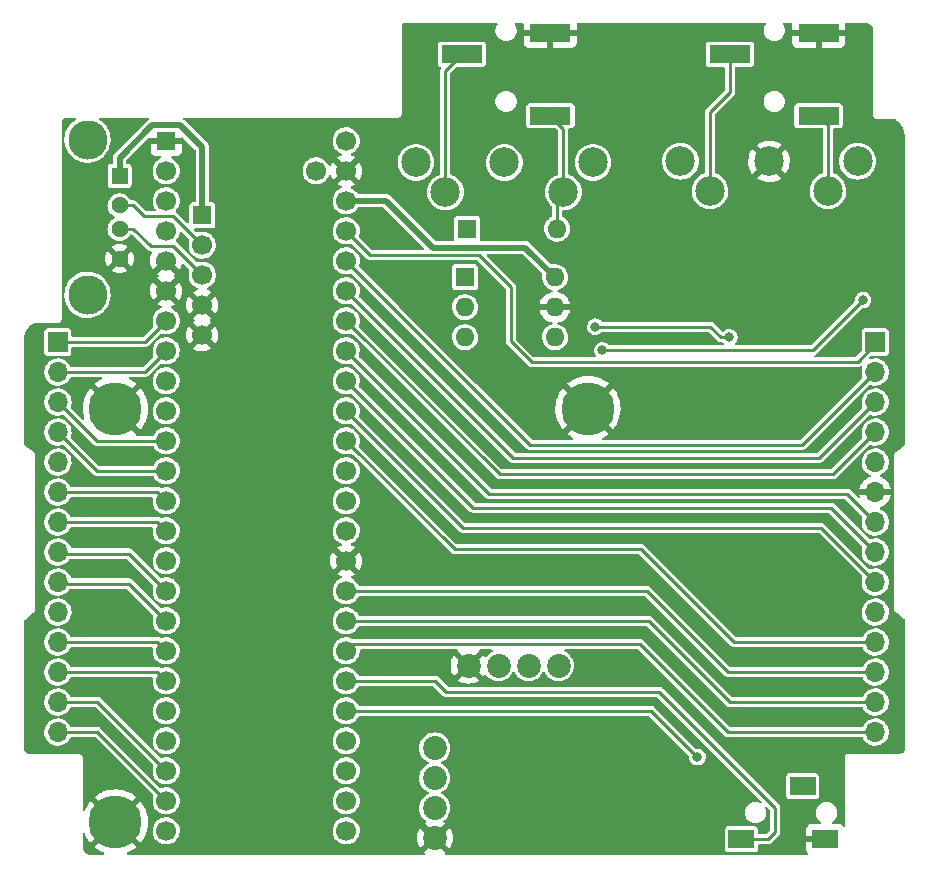
<source format=gbr>
%TF.GenerationSoftware,KiCad,Pcbnew,(6.0.2)*%
%TF.CreationDate,2023-01-30T01:25:14-05:00*%
%TF.ProjectId,bottom,626f7474-6f6d-42e6-9b69-6361645f7063,rev?*%
%TF.SameCoordinates,Original*%
%TF.FileFunction,Copper,L2,Bot*%
%TF.FilePolarity,Positive*%
%FSLAX46Y46*%
G04 Gerber Fmt 4.6, Leading zero omitted, Abs format (unit mm)*
G04 Created by KiCad (PCBNEW (6.0.2)) date 2023-01-30 01:25:14*
%MOMM*%
%LPD*%
G01*
G04 APERTURE LIST*
%TA.AperFunction,ComponentPad*%
%ADD10C,2.020000*%
%TD*%
%TA.AperFunction,ComponentPad*%
%ADD11C,4.500000*%
%TD*%
%TA.AperFunction,ComponentPad*%
%ADD12R,1.600000X1.600000*%
%TD*%
%TA.AperFunction,ComponentPad*%
%ADD13O,1.600000X1.600000*%
%TD*%
%TA.AperFunction,ComponentPad*%
%ADD14C,2.499360*%
%TD*%
%TA.AperFunction,ComponentPad*%
%ADD15R,1.700000X1.700000*%
%TD*%
%TA.AperFunction,ComponentPad*%
%ADD16O,1.700000X1.700000*%
%TD*%
%TA.AperFunction,ComponentPad*%
%ADD17C,1.700000*%
%TD*%
%TA.AperFunction,ComponentPad*%
%ADD18R,1.428000X1.428000*%
%TD*%
%TA.AperFunction,ComponentPad*%
%ADD19C,1.428000*%
%TD*%
%TA.AperFunction,ComponentPad*%
%ADD20C,3.316000*%
%TD*%
%TA.AperFunction,ComponentPad*%
%ADD21R,2.200000X1.600000*%
%TD*%
%TA.AperFunction,SMDPad,CuDef*%
%ADD22R,3.500000X1.500000*%
%TD*%
%TA.AperFunction,ViaPad*%
%ADD23C,0.800000*%
%TD*%
%TA.AperFunction,Conductor*%
%ADD24C,0.508000*%
%TD*%
%TA.AperFunction,Conductor*%
%ADD25C,0.250000*%
%TD*%
G04 APERTURE END LIST*
D10*
%TO.P,J99,1*%
%TO.N,Board_0-/bottom/5V*%
X157589860Y-119680000D03*
%TO.P,J99,2*%
%TO.N,Board_0-/bottom/MIDI_IN_EXT*%
X155049860Y-119680000D03*
%TO.P,J99,3*%
%TO.N,Board_0-/bottom/MIDI_OUT_EXT*%
X152509860Y-119680000D03*
%TO.P,J99,4*%
%TO.N,Board_0-/bottom/GND*%
X149969860Y-119680000D03*
%TD*%
%TO.P,J96,1*%
%TO.N,Board_0-/bottom/GND*%
X147109860Y-134260000D03*
%TO.P,J96,2*%
%TO.N,Board_0-Net-(J96-Pad2)*%
X147109860Y-131720000D03*
%TO.P,J96,3*%
%TO.N,Board_0-Net-(J96-Pad3)*%
X147109860Y-129180000D03*
%TO.P,J96,4*%
%TO.N,Board_0-unconnected-(J96-Pad4)*%
X147109860Y-126640000D03*
%TD*%
D11*
%TO.P,H2,1,1*%
%TO.N,Board_0-/bottom/GND*%
X120078000Y-132920000D03*
%TD*%
D12*
%TO.P,D1,1,K*%
%TO.N,Board_0-Net-(D1-Pad1)*%
X149842400Y-82680000D03*
D13*
%TO.P,D1,2,A*%
%TO.N,Board_0-Net-(D1-Pad2)*%
X157462400Y-82680000D03*
%TD*%
D11*
%TO.P,H1,1,1*%
%TO.N,Board_0-/bottom/GND*%
X160078000Y-97920000D03*
%TD*%
D14*
%TO.P,J40,1*%
%TO.N,Board_0-unconnected-(J40-Pad1)*%
X145511780Y-77077200D03*
%TO.P,J40,2*%
%TO.N,Board_0-unconnected-(J40-Pad2)*%
X153009860Y-77079740D03*
%TO.P,J40,3*%
%TO.N,Board_0-unconnected-(J40-Pad3)*%
X160507940Y-77077200D03*
%TO.P,J40,4*%
%TO.N,Board_0-Net-(J40-Pad4)*%
X148013680Y-79579100D03*
%TO.P,J40,5*%
%TO.N,Board_0-Net-(D1-Pad2)*%
X158006040Y-79579100D03*
%TD*%
D15*
%TO.P,J32,1,Pin_1*%
%TO.N,Board_0-/bottom/GPIO_14*%
X115202400Y-92280000D03*
D16*
%TO.P,J32,2,Pin_2*%
%TO.N,Board_0-/bottom/GPIO_15*%
X115202400Y-94820000D03*
%TO.P,J32,3,Pin_3*%
%TO.N,Board_0-/bottom/GPIO_WRITE*%
X115202400Y-97360000D03*
%TO.P,J32,4,Pin_4*%
%TO.N,Board_0-/bottom/GPIO_16*%
X115202400Y-99900000D03*
%TO.P,J32,5,Pin_5*%
%TO.N,Board_0-unconnected-(J32-Pad5)*%
X115202400Y-102440000D03*
%TO.P,J32,6,Pin_6*%
%TO.N,Board_0-/bottom/GPIO_12*%
X115202400Y-104980000D03*
%TO.P,J32,7,Pin_7*%
%TO.N,Board_0-/bottom/GPIO_PLAY*%
X115202400Y-107520000D03*
%TO.P,J32,8,Pin_8*%
%TO.N,Board_0-/bottom/GPIO_7*%
X115202400Y-110060000D03*
%TO.P,J32,9,Pin_9*%
%TO.N,Board_0-/bottom/GPIO_8*%
X115202400Y-112600000D03*
%TO.P,J32,10,Pin_10*%
%TO.N,Board_0-unconnected-(J32-Pad10)*%
X115202400Y-115140000D03*
%TO.P,J32,11,Pin_11*%
%TO.N,Board_0-/bottom/GPIO_FX*%
X115202400Y-117680000D03*
%TO.P,J32,12,Pin_12*%
%TO.N,Board_0-/bottom/GPIO_3*%
X115202400Y-120220000D03*
%TO.P,J32,13,Pin_13*%
%TO.N,Board_0-/bottom/GPIO_4*%
X115202400Y-122760000D03*
%TO.P,J32,14,Pin_14*%
%TO.N,Board_0-/bottom/GPIO_SPECIAL*%
X115202400Y-125300000D03*
%TD*%
D14*
%TO.P,J90,1*%
%TO.N,Board_0-unconnected-(J90-Pad1)*%
X167911780Y-76977200D03*
%TO.P,J90,2*%
%TO.N,Board_0-/bottom/GND*%
X175409860Y-76979740D03*
%TO.P,J90,3*%
%TO.N,Board_0-unconnected-(J90-Pad3)*%
X182907940Y-76977200D03*
%TO.P,J90,4*%
%TO.N,Board_0-Net-(J81-Pad3)*%
X170413680Y-79479100D03*
%TO.P,J90,5*%
%TO.N,Board_0-Net-(J81-Pad2)*%
X180406040Y-79479100D03*
%TD*%
D12*
%TO.P,U1,1,GND*%
%TO.N,Board_0-/bottom/GND*%
X124369860Y-75240000D03*
D17*
%TO.P,U1,2,0_RX1_CRX2_CS1*%
%TO.N,Board_0-unconnected-(U1-Pad2)*%
X124369860Y-77780000D03*
%TO.P,U1,3,1_TX1_CTX2_MISO1*%
%TO.N,Board_0-unconnected-(U1-Pad3)*%
X124369860Y-80320000D03*
%TO.P,U1,4,2_OUT2*%
%TO.N,Board_0-unconnected-(U1-Pad4)*%
X124369860Y-82860000D03*
%TO.P,U1,5,3_LRCLK2*%
%TO.N,Board_0-/bottom/GND*%
X124369860Y-85400000D03*
%TO.P,U1,6,4_BCLK2*%
X124369860Y-87940000D03*
%TO.P,U1,7,5_IN2*%
%TO.N,Board_0-/bottom/GPIO_14*%
X124369860Y-90480000D03*
%TO.P,U1,8,6_OUT1D*%
%TO.N,Board_0-/bottom/GPIO_15*%
X124369860Y-93020000D03*
%TO.P,U1,9,7_RX2_OUT1A*%
%TO.N,Board_0-unconnected-(U1-Pad9)*%
X124369860Y-95560000D03*
%TO.P,U1,10,8_TX2_IN1*%
%TO.N,Board_0-unconnected-(U1-Pad10)*%
X124369860Y-98100000D03*
%TO.P,U1,11,9_OUT1C*%
%TO.N,Board_0-/bottom/GPIO_WRITE*%
X124369860Y-100640000D03*
%TO.P,U1,12,10_CS_MQSR*%
%TO.N,Board_0-/bottom/GPIO_16*%
X124369860Y-103180000D03*
%TO.P,U1,13,11_MOSI_CTX1*%
%TO.N,Board_0-/bottom/GPIO_12*%
X124369860Y-105720000D03*
%TO.P,U1,14,12_MISO_MQSL*%
%TO.N,Board_0-/bottom/GPIO_PLAY*%
X124369860Y-108260000D03*
%TO.P,U1,15,3V3*%
%TO.N,Board_0-unconnected-(U1-Pad15)*%
X124369860Y-110800000D03*
%TO.P,U1,16,24_A10_TX6_SCL2*%
%TO.N,Board_0-/bottom/GPIO_7*%
X124369860Y-113340000D03*
%TO.P,U1,17,25_A11_RX6_SDA2*%
%TO.N,Board_0-/bottom/GPIO_8*%
X124369860Y-115880000D03*
%TO.P,U1,18,26_A12_MOSI1*%
%TO.N,Board_0-/bottom/GPIO_FX*%
X124369860Y-118420000D03*
%TO.P,U1,19,27_A13_SCK1*%
%TO.N,Board_0-/bottom/GPIO_3*%
X124369860Y-120960000D03*
%TO.P,U1,20,28_RX7*%
%TO.N,Board_0-unconnected-(U1-Pad20)*%
X124369860Y-123500000D03*
%TO.P,U1,21,29_TX7*%
%TO.N,Board_0-unconnected-(U1-Pad21)*%
X124369860Y-126040000D03*
%TO.P,U1,22,30_CRX3*%
%TO.N,Board_0-/bottom/GPIO_4*%
X124369860Y-128580000D03*
%TO.P,U1,23,31_CTX3*%
%TO.N,Board_0-/bottom/GPIO_SPECIAL*%
X124369860Y-131120000D03*
%TO.P,U1,24,32_OUT1B*%
%TO.N,Board_0-unconnected-(U1-Pad24)*%
X124369860Y-133660000D03*
%TO.P,U1,25,33_MCLK2*%
%TO.N,Board_0-unconnected-(U1-Pad25)*%
X139609860Y-133660000D03*
%TO.P,U1,26,34_RX8*%
%TO.N,Board_0-/bottom/MIDI_IN_EXT*%
X139609860Y-131120000D03*
%TO.P,U1,27,35_TX8*%
%TO.N,Board_0-/bottom/MIDI_OUT_EXT*%
X139609860Y-128580000D03*
%TO.P,U1,28,36_CS*%
%TO.N,Board_0-unconnected-(U1-Pad28)*%
X139609860Y-126040000D03*
%TO.P,U1,29,37_CS*%
%TO.N,Board_0-/bottom/ESP32_EN*%
X139609860Y-123500000D03*
%TO.P,U1,30,38_CS1_IN1*%
%TO.N,Board_0-/bottom/SYNC_OUT*%
X139609860Y-120960000D03*
%TO.P,U1,31,39_MISO1_OUT1A*%
%TO.N,Board_0-/bottom/GPIO_SOUND*%
X139609860Y-118420000D03*
%TO.P,U1,32,40_A16*%
%TO.N,Board_0-/bottom/GIPO_PATTERN*%
X139609860Y-115880000D03*
%TO.P,U1,33,41_A17*%
%TO.N,Board_0-/bottom/GPIO_BPM*%
X139609860Y-113340000D03*
%TO.P,U1,34,GND*%
%TO.N,Board_0-/bottom/GND*%
X139609860Y-110800000D03*
%TO.P,U1,35,13_SCK_LED*%
%TO.N,Board_0-Net-(D2-Pad2)*%
X139609860Y-108260000D03*
%TO.P,U1,36,14_A0_TX3_SPDIF_OUT*%
%TO.N,Board_0-/bottom/MIDI_1_OUT*%
X139609860Y-105720000D03*
%TO.P,U1,37,15_A1_RX3_SPDIF_IN*%
%TO.N,Board_0-/bottom/MIDI_1_IN*%
X139609860Y-103180000D03*
%TO.P,U1,38,16_A2_RX4_SCL1*%
%TO.N,Board_0-/bottom/GPIO_1*%
X139609860Y-100640000D03*
%TO.P,U1,39,17_A3_TX4_SDA1*%
%TO.N,Board_0-/bottom/GPIO_2*%
X139609860Y-98100000D03*
%TO.P,U1,40,18_A4_SDA*%
%TO.N,Board_0-/bottom/GPIO_5*%
X139609860Y-95560000D03*
%TO.P,U1,41,19_A5_SCL*%
%TO.N,Board_0-/bottom/GPIO_6*%
X139609860Y-93020000D03*
%TO.P,U1,42,20_A6_TX5_LRCLK1*%
%TO.N,Board_0-/bottom/GPIO_11*%
X139609860Y-90480000D03*
%TO.P,U1,43,21_A7_RX5_BCLK1*%
%TO.N,Board_0-/bottom/GPIO_10*%
X139609860Y-87940000D03*
%TO.P,U1,44,22_A8_CTX1*%
%TO.N,Board_0-/bottom/GPIO_9*%
X139609860Y-85400000D03*
%TO.P,U1,45,23_A9_CRX1_MCLK1*%
%TO.N,Board_0-/bottom/GPIO_13*%
X139609860Y-82860000D03*
%TO.P,U1,46,3V3*%
%TO.N,Board_0-/bottom/3.3V*%
X139609860Y-80320000D03*
%TO.P,U1,47,GND*%
%TO.N,Board_0-/bottom/GND*%
X139609860Y-77780000D03*
%TO.P,U1,48,VIN*%
%TO.N,Board_0-/bottom/5V*%
X139609860Y-75240000D03*
%TO.P,U1,49,VUSB*%
%TO.N,Board_0-unconnected-(U1-Pad49)*%
X137069860Y-77780000D03*
D12*
%TO.P,U1,55,5V*%
%TO.N,Board_0-/bottom/H_USB_5V*%
X127420660Y-81539200D03*
D17*
%TO.P,U1,56,D-*%
%TO.N,Board_0-/bottom/H_USB_D-*%
X127420660Y-84079200D03*
%TO.P,U1,57,D+*%
%TO.N,Board_0-/bottom/H_USB_D+*%
X127420660Y-86619200D03*
%TO.P,U1,58,GND*%
%TO.N,Board_0-/bottom/GND*%
X127420660Y-89159200D03*
%TO.P,U1,59,GND*%
X127420660Y-91699200D03*
%TD*%
D15*
%TO.P,J31,1,Pin_1*%
%TO.N,Board_0-/bottom/GPIO_13*%
X184402400Y-92280000D03*
D16*
%TO.P,J31,2,Pin_2*%
%TO.N,Board_0-/bottom/GPIO_9*%
X184402400Y-94820000D03*
%TO.P,J31,3,Pin_3*%
%TO.N,Board_0-/bottom/GPIO_10*%
X184402400Y-97360000D03*
%TO.P,J31,4,Pin_4*%
%TO.N,Board_0-/bottom/GPIO_11*%
X184402400Y-99900000D03*
%TO.P,J31,5,Pin_5*%
%TO.N,Board_0-unconnected-(J31-Pad5)*%
X184402400Y-102440000D03*
%TO.P,J31,6,Pin_6*%
%TO.N,Board_0-/bottom/GND*%
X184402400Y-104980000D03*
%TO.P,J31,7,Pin_7*%
%TO.N,Board_0-/bottom/GPIO_6*%
X184402400Y-107520000D03*
%TO.P,J31,8,Pin_8*%
%TO.N,Board_0-/bottom/GPIO_5*%
X184402400Y-110060000D03*
%TO.P,J31,9,Pin_9*%
%TO.N,Board_0-/bottom/GPIO_2*%
X184402400Y-112600000D03*
%TO.P,J31,10,Pin_10*%
%TO.N,Board_0-unconnected-(J31-Pad10)*%
X184402400Y-115140000D03*
%TO.P,J31,11,Pin_11*%
%TO.N,Board_0-/bottom/GPIO_1*%
X184402400Y-117680000D03*
%TO.P,J31,12,Pin_12*%
%TO.N,Board_0-/bottom/GPIO_BPM*%
X184402400Y-120220000D03*
%TO.P,J31,13,Pin_13*%
%TO.N,Board_0-/bottom/GIPO_PATTERN*%
X184402400Y-122760000D03*
%TO.P,J31,14,Pin_14*%
%TO.N,Board_0-/bottom/GPIO_SOUND*%
X184402400Y-125300000D03*
%TD*%
D12*
%TO.P,U3,1*%
%TO.N,Board_0-Net-(D1-Pad1)*%
X149665880Y-86791200D03*
D13*
%TO.P,U3,2*%
%TO.N,Board_0-Net-(D1-Pad2)*%
X149665880Y-89331200D03*
%TO.P,U3,3,NC*%
%TO.N,Board_0-unconnected-(U3-Pad3)*%
X149665880Y-91871200D03*
%TO.P,U3,4,VO*%
%TO.N,Board_0-/bottom/MIDI_1_IN*%
X157285880Y-91871200D03*
%TO.P,U3,5,GND*%
%TO.N,Board_0-/bottom/GND*%
X157285880Y-89331200D03*
%TO.P,U3,6,VCC*%
%TO.N,Board_0-/bottom/3.3V*%
X157285880Y-86791200D03*
%TD*%
D11*
%TO.P,H3,1,1*%
%TO.N,Board_0-/bottom/GND*%
X120078000Y-97920000D03*
%TD*%
D18*
%TO.P,J70,1,VBUS*%
%TO.N,Board_0-/bottom/H_USB_5V*%
X120419860Y-78210000D03*
D19*
%TO.P,J70,2,D-*%
%TO.N,Board_0-/bottom/H_USB_D-*%
X120419860Y-80710000D03*
%TO.P,J70,3,D+*%
%TO.N,Board_0-/bottom/H_USB_D+*%
X120419860Y-82710000D03*
%TO.P,J70,4,GND*%
%TO.N,Board_0-/bottom/GND*%
X120419860Y-85210000D03*
D20*
%TO.P,J70,SH1*%
%TO.N,N/C*%
X117709860Y-75140000D03*
%TO.P,J70,SH2*%
X117709860Y-88280000D03*
%TD*%
D21*
%TO.P,J0,1*%
%TO.N,Board_0-/bottom/GND*%
X180152400Y-134380000D03*
%TO.P,J0,2*%
%TO.N,Board_0-/bottom/SYNC_OUT*%
X173079400Y-134380000D03*
%TO.P,J0,3*%
%TO.N,Board_0-unconnected-(J0-Pad3)*%
X178247400Y-129880000D03*
%TD*%
D22*
%TO.P,J82,1*%
%TO.N,Board_0-/bottom/GND*%
X156902400Y-66120000D03*
%TO.P,J82,2*%
%TO.N,Board_0-Net-(D1-Pad2)*%
X156902400Y-73120000D03*
%TO.P,J82,3*%
%TO.N,Board_0-Net-(J40-Pad4)*%
X149402400Y-67920000D03*
%TD*%
%TO.P,J81,1*%
%TO.N,Board_0-/bottom/GND*%
X179602400Y-66120000D03*
%TO.P,J81,2*%
%TO.N,Board_0-Net-(J81-Pad2)*%
X179602400Y-73120000D03*
%TO.P,J81,3*%
%TO.N,Board_0-Net-(J81-Pad3)*%
X172102400Y-67920000D03*
%TD*%
D23*
%TO.N,Board_0-/bottom/ESP32_EN*%
X169352400Y-127430000D03*
%TO.N,Board_0-/bottom/GND*%
X164702400Y-127480000D03*
X164702400Y-132480000D03*
X163702400Y-132480000D03*
X164702400Y-133480000D03*
X164702400Y-124480000D03*
X161702400Y-124480000D03*
X171602400Y-130880000D03*
X161702400Y-126480000D03*
X175402400Y-118730000D03*
X162702400Y-124480000D03*
X163702400Y-128480000D03*
X161702400Y-132480000D03*
X160702400Y-126480000D03*
X163702400Y-127480000D03*
X164702400Y-128480000D03*
X160702400Y-133480000D03*
X163702400Y-129480000D03*
X162702400Y-126480000D03*
X164702400Y-129480000D03*
X164702400Y-131480000D03*
X163702400Y-126480000D03*
X161702400Y-128480000D03*
X162702400Y-132480000D03*
X162702400Y-125480000D03*
X162702400Y-127480000D03*
X164702400Y-130480000D03*
X163702400Y-125480000D03*
X160702400Y-128480000D03*
X162702400Y-130480000D03*
X160702400Y-127480000D03*
X161702400Y-130480000D03*
X175352400Y-124030000D03*
X163702400Y-133480000D03*
X161702400Y-133480000D03*
X164702400Y-126480000D03*
X161702400Y-127480000D03*
X162702400Y-128480000D03*
X162702400Y-133480000D03*
X164702400Y-125480000D03*
X175402400Y-121480000D03*
X161702400Y-125480000D03*
X162702400Y-131480000D03*
X161702400Y-131480000D03*
X160702400Y-125480000D03*
X160702400Y-132480000D03*
X161702400Y-129480000D03*
X160702400Y-130480000D03*
X160702400Y-131480000D03*
X160702400Y-129480000D03*
X160702400Y-124480000D03*
X163702400Y-131480000D03*
X163702400Y-130480000D03*
X162702400Y-129480000D03*
X163702400Y-124480000D03*
%TO.N,Board_0-/bottom/MIDI_1_OUT*%
X160709860Y-90980000D03*
X172052400Y-91880000D03*
%TO.N,Board_0-Net-(D2-Pad2)*%
X183359860Y-88730000D03*
X161309860Y-92980000D03*
%TD*%
D24*
%TO.N,Board_0-/bottom/3.3V*%
X142992400Y-80320000D02*
X146952400Y-84280000D01*
X154774680Y-84280000D02*
X157285880Y-86791200D01*
X139609860Y-80320000D02*
X142992400Y-80320000D01*
X146952400Y-84280000D02*
X154774680Y-84280000D01*
D25*
%TO.N,Board_0-/bottom/ESP32_EN*%
X165422400Y-123500000D02*
X169352400Y-127430000D01*
X139609860Y-123500000D02*
X165422400Y-123500000D01*
%TO.N,Board_0-/bottom/GIPO_PATTERN*%
X184402400Y-122760000D02*
X172090780Y-122760000D01*
X172090780Y-122760000D02*
X165210780Y-115880000D01*
X165210780Y-115880000D02*
X139609860Y-115880000D01*
%TO.N,Board_0-/bottom/GPIO_1*%
X164602400Y-109830000D02*
X172452400Y-117680000D01*
X149352400Y-109830000D02*
X164602400Y-109830000D01*
X139609860Y-100640000D02*
X148799860Y-109830000D01*
X172452400Y-117680000D02*
X184402400Y-117680000D01*
X148799860Y-109830000D02*
X149352400Y-109830000D01*
%TO.N,Board_0-/bottom/GPIO_10*%
X179682400Y-102080000D02*
X184402400Y-97360000D01*
X153749860Y-102080000D02*
X179682400Y-102080000D01*
X139609860Y-87940000D02*
X153749860Y-102080000D01*
%TO.N,Board_0-/bottom/GPIO_11*%
X180822400Y-103480000D02*
X184402400Y-99900000D01*
X139609860Y-90480000D02*
X152609860Y-103480000D01*
X152609860Y-103480000D02*
X180822400Y-103480000D01*
%TO.N,Board_0-/bottom/GPIO_12*%
X115202400Y-104980000D02*
X123629860Y-104980000D01*
X123629860Y-104980000D02*
X124369860Y-105720000D01*
%TO.N,Board_0-/bottom/GPIO_13*%
X155302400Y-93980000D02*
X182902400Y-93980000D01*
X150830920Y-84908520D02*
X153552400Y-87630000D01*
X153552400Y-92230000D02*
X155302400Y-93980000D01*
X184402400Y-92480000D02*
X184402400Y-92280000D01*
X139609860Y-82860000D02*
X141658380Y-84908520D01*
X141658380Y-84908520D02*
X150830920Y-84908520D01*
X153552400Y-87630000D02*
X153552400Y-92230000D01*
X182902400Y-93980000D02*
X184402400Y-92480000D01*
%TO.N,Board_0-/bottom/GPIO_14*%
X122569860Y-92280000D02*
X124369860Y-90480000D01*
X115202400Y-92280000D02*
X122569860Y-92280000D01*
%TO.N,Board_0-/bottom/GPIO_15*%
X122569860Y-94820000D02*
X124369860Y-93020000D01*
X115202400Y-94820000D02*
X122569860Y-94820000D01*
%TO.N,Board_0-/bottom/GPIO_16*%
X118482400Y-103180000D02*
X124369860Y-103180000D01*
X115202400Y-99900000D02*
X118482400Y-103180000D01*
%TO.N,Board_0-/bottom/GPIO_2*%
X139609860Y-98100000D02*
X140229860Y-98100000D01*
X139609860Y-98100000D02*
X149539860Y-108030000D01*
X149539860Y-108030000D02*
X179832400Y-108030000D01*
X179832400Y-108030000D02*
X184402400Y-112600000D01*
%TO.N,Board_0-/bottom/GPIO_3*%
X115202400Y-120220000D02*
X123629860Y-120220000D01*
X123629860Y-120220000D02*
X124369860Y-120960000D01*
%TO.N,Board_0-/bottom/GPIO_4*%
X115202400Y-122760000D02*
X118549860Y-122760000D01*
X118549860Y-122760000D02*
X124369860Y-128580000D01*
%TO.N,Board_0-/bottom/GPIO_5*%
X139609860Y-95560000D02*
X150349830Y-106299970D01*
X180642370Y-106299970D02*
X184402400Y-110060000D01*
X150349830Y-106299970D02*
X180642370Y-106299970D01*
%TO.N,Board_0-/bottom/GPIO_6*%
X182012400Y-105130000D02*
X184402400Y-107520000D01*
X139609860Y-93020000D02*
X151719860Y-105130000D01*
X151719860Y-105130000D02*
X182012400Y-105130000D01*
%TO.N,Board_0-/bottom/GPIO_7*%
X121215380Y-110185520D02*
X124369860Y-113340000D01*
X115098200Y-110185520D02*
X121215380Y-110185520D01*
%TO.N,Board_0-/bottom/GPIO_8*%
X115098200Y-112725520D02*
X121215380Y-112725520D01*
X121215380Y-112725520D02*
X124369860Y-115880000D01*
%TO.N,Board_0-/bottom/GPIO_9*%
X139609860Y-85400000D02*
X155189860Y-100980000D01*
X155189860Y-100980000D02*
X178242400Y-100980000D01*
X178242400Y-100980000D02*
X184402400Y-94820000D01*
%TO.N,Board_0-/bottom/GPIO_BPM*%
X171949860Y-120220000D02*
X165069860Y-113340000D01*
X184402400Y-120220000D02*
X171949860Y-120220000D01*
X165069860Y-113340000D02*
X139609860Y-113340000D01*
%TO.N,Board_0-/bottom/GPIO_FX*%
X123629860Y-117680000D02*
X124369860Y-118420000D01*
X115202400Y-117680000D02*
X123629860Y-117680000D01*
%TO.N,Board_0-/bottom/GPIO_PLAY*%
X123629860Y-107520000D02*
X124369860Y-108260000D01*
X115202400Y-107520000D02*
X123629860Y-107520000D01*
%TO.N,Board_0-/bottom/GPIO_SOUND*%
X184402400Y-125300000D02*
X171929860Y-125300000D01*
X140149860Y-117880000D02*
X139609860Y-118420000D01*
X171929860Y-125300000D02*
X164509860Y-117880000D01*
X164509860Y-117880000D02*
X140149860Y-117880000D01*
%TO.N,Board_0-/bottom/GPIO_SPECIAL*%
X115202400Y-125300000D02*
X118549860Y-125300000D01*
X118549860Y-125300000D02*
X124369860Y-131120000D01*
%TO.N,Board_0-/bottom/GPIO_WRITE*%
X115202400Y-97360000D02*
X118482400Y-100640000D01*
X118482400Y-100640000D02*
X124369860Y-100640000D01*
D24*
%TO.N,Board_0-/bottom/H_USB_5V*%
X123166659Y-73935999D02*
X125573061Y-73935999D01*
X120419860Y-78210000D02*
X120419860Y-76682798D01*
X127420660Y-75783598D02*
X127420660Y-81539200D01*
X120419860Y-76682798D02*
X123166659Y-73935999D01*
X125573061Y-73935999D02*
X127420660Y-75783598D01*
D25*
%TO.N,Board_0-/bottom/H_USB_D+*%
X121579860Y-82710000D02*
X123044859Y-84174999D01*
X124976459Y-84174999D02*
X127420660Y-86619200D01*
X123044859Y-84174999D02*
X124976459Y-84174999D01*
X120419860Y-82710000D02*
X121579860Y-82710000D01*
%TO.N,Board_0-/bottom/H_USB_D-*%
X124976459Y-81634999D02*
X127420660Y-84079200D01*
X120419860Y-80710000D02*
X121579860Y-80710000D01*
X121579860Y-80710000D02*
X122504859Y-81634999D01*
X122504859Y-81634999D02*
X124976459Y-81634999D01*
%TO.N,Board_0-/bottom/MIDI_1_OUT*%
X160709860Y-90980000D02*
X170452400Y-90980000D01*
X170452400Y-90980000D02*
X171352400Y-91880000D01*
X171352400Y-91880000D02*
X172052400Y-91880000D01*
%TO.N,Board_0-/bottom/SYNC_OUT*%
X175952400Y-133730000D02*
X175952400Y-131730000D01*
X175952400Y-131730000D02*
X166102400Y-121880000D01*
X172884400Y-134380000D02*
X175302400Y-134380000D01*
X147132400Y-120960000D02*
X148052400Y-121880000D01*
X139609860Y-120960000D02*
X147132400Y-120960000D01*
X175302400Y-134380000D02*
X175952400Y-133730000D01*
X148052400Y-121880000D02*
X166102400Y-121880000D01*
X139609860Y-120960000D02*
X139714371Y-121064511D01*
%TO.N,Board_0-Net-(D1-Pad2)*%
X157462400Y-80122740D02*
X158006040Y-79579100D01*
X158006040Y-79579100D02*
X158006040Y-74223640D01*
X158006040Y-74223640D02*
X156902400Y-73120000D01*
X157462400Y-82680000D02*
X157462400Y-80122740D01*
X157372400Y-80212740D02*
X158006040Y-79579100D01*
%TO.N,Board_0-Net-(D2-Pad2)*%
X183359860Y-88730000D02*
X183409860Y-88680000D01*
X179109860Y-92980000D02*
X183359860Y-88730000D01*
X161309860Y-92980000D02*
X179109860Y-92980000D01*
%TO.N,Board_0-Net-(J40-Pad4)*%
X148013680Y-79579100D02*
X147352400Y-78917820D01*
X148013680Y-79579100D02*
X148013680Y-69308720D01*
X148013680Y-69308720D02*
X149402400Y-67920000D01*
%TO.N,Board_0-Net-(J81-Pad2)*%
X180406040Y-73923640D02*
X179602400Y-73120000D01*
X180406040Y-79479100D02*
X180406040Y-73923640D01*
%TO.N,Board_0-Net-(J81-Pad3)*%
X170413680Y-79479100D02*
X170413680Y-72818720D01*
X170413680Y-72818720D02*
X172102400Y-71130000D01*
X172102400Y-71130000D02*
X172102400Y-67920000D01*
%TD*%
%TA.AperFunction,Conductor*%
%TO.N,Board_0-/bottom/GND*%
G36*
X183534136Y-65234699D02*
G01*
X183541725Y-65234840D01*
X183546946Y-65235076D01*
X183565417Y-65236399D01*
X183583574Y-65237701D01*
X183588785Y-65238214D01*
X183625213Y-65242771D01*
X183630390Y-65243558D01*
X183666516Y-65250033D01*
X183671642Y-65251092D01*
X183687916Y-65254908D01*
X183707390Y-65259474D01*
X183712452Y-65260803D01*
X183747697Y-65271059D01*
X183752674Y-65272651D01*
X183787371Y-65284773D01*
X183792226Y-65286615D01*
X183826220Y-65300548D01*
X183830982Y-65302648D01*
X183864151Y-65318340D01*
X183868810Y-65320698D01*
X183901128Y-65338134D01*
X183905672Y-65340743D01*
X183937000Y-65359851D01*
X183941399Y-65362696D01*
X183971689Y-65383446D01*
X183975931Y-65386520D01*
X184005108Y-65408864D01*
X184009180Y-65412157D01*
X184037099Y-65435982D01*
X184040994Y-65439489D01*
X184067617Y-65464762D01*
X184071318Y-65468465D01*
X184096579Y-65495122D01*
X184100062Y-65498998D01*
X184123888Y-65526965D01*
X184127160Y-65531019D01*
X184149466Y-65560197D01*
X184152535Y-65564439D01*
X184173232Y-65594704D01*
X184176073Y-65599104D01*
X184194670Y-65629649D01*
X184209110Y-65681108D01*
X184210001Y-69168653D01*
X184210978Y-72994968D01*
X184210985Y-73023503D01*
X184210512Y-73033191D01*
X184209801Y-73040439D01*
X184207259Y-73049217D01*
X184208047Y-73058319D01*
X184208047Y-73058322D01*
X184210634Y-73088192D01*
X184211003Y-73096704D01*
X184211006Y-73106981D01*
X184211842Y-73111464D01*
X184211842Y-73111465D01*
X184212460Y-73114780D01*
X184213768Y-73124383D01*
X184216902Y-73160559D01*
X184220917Y-73168773D01*
X184222496Y-73174465D01*
X184224616Y-73179956D01*
X184226292Y-73188942D01*
X184231090Y-73196721D01*
X184231091Y-73196724D01*
X184245358Y-73219856D01*
X184250039Y-73228350D01*
X184265981Y-73260965D01*
X184272682Y-73267182D01*
X184276201Y-73271920D01*
X184280163Y-73276287D01*
X184284960Y-73284064D01*
X184312857Y-73305266D01*
X184313869Y-73306035D01*
X184321287Y-73312269D01*
X184347915Y-73336970D01*
X184356404Y-73340357D01*
X184361391Y-73343510D01*
X184366661Y-73346158D01*
X184373938Y-73351689D01*
X184398000Y-73358650D01*
X184408805Y-73361776D01*
X184417979Y-73364924D01*
X184451718Y-73378385D01*
X184457991Y-73379000D01*
X184458991Y-73379000D01*
X184463381Y-73379729D01*
X184463421Y-73379317D01*
X184472513Y-73380206D01*
X184481295Y-73382747D01*
X184490401Y-73381956D01*
X184520160Y-73379371D01*
X184528727Y-73379000D01*
X184737339Y-73379001D01*
X186007125Y-73379005D01*
X186059179Y-73393795D01*
X186090076Y-73412894D01*
X186123974Y-73433848D01*
X186128294Y-73436677D01*
X186159165Y-73458062D01*
X186192199Y-73480945D01*
X186196984Y-73484260D01*
X186201150Y-73487310D01*
X186267263Y-73538408D01*
X186271267Y-73541673D01*
X186334629Y-73596154D01*
X186338454Y-73599620D01*
X186398872Y-73657312D01*
X186402507Y-73660969D01*
X186459823Y-73721718D01*
X186463256Y-73725553D01*
X186517342Y-73789226D01*
X186520580Y-73793245D01*
X186569187Y-73856916D01*
X186571280Y-73859658D01*
X186574306Y-73863845D01*
X186621484Y-73932829D01*
X186624287Y-73937165D01*
X186667797Y-74008502D01*
X186670369Y-74012977D01*
X186683099Y-74036529D01*
X186710074Y-74086438D01*
X186712406Y-74091035D01*
X186727226Y-74122241D01*
X186748244Y-74166497D01*
X186750337Y-74171218D01*
X186782189Y-74248440D01*
X186784033Y-74253262D01*
X186811833Y-74332090D01*
X186813413Y-74336975D01*
X186831976Y-74399888D01*
X186837055Y-74417103D01*
X186838387Y-74422092D01*
X186857816Y-74503335D01*
X186858886Y-74508387D01*
X186874066Y-74590610D01*
X186874869Y-74595702D01*
X186885391Y-74675920D01*
X186885731Y-74678516D01*
X186886269Y-74683655D01*
X186892799Y-74766968D01*
X186893068Y-74772123D01*
X186895382Y-74860851D01*
X186895416Y-74863400D01*
X186899537Y-87569704D01*
X186900978Y-92012744D01*
X186900982Y-92026532D01*
X186900970Y-92027013D01*
X186900940Y-92027324D01*
X186900999Y-92080720D01*
X186901008Y-92108001D01*
X186901027Y-92108103D01*
X186901029Y-92108156D01*
X186910786Y-100918035D01*
X186891943Y-100976247D01*
X186873551Y-100995513D01*
X186378215Y-101390938D01*
X186168259Y-101558545D01*
X186149979Y-101570114D01*
X186139034Y-101575464D01*
X186118763Y-101597316D01*
X186115390Y-101600750D01*
X186112027Y-101603435D01*
X186109044Y-101606885D01*
X186098586Y-101618979D01*
X186096302Y-101621530D01*
X186063029Y-101657398D01*
X186061028Y-101662414D01*
X186057493Y-101666502D01*
X186047069Y-101695537D01*
X186040968Y-101712531D01*
X186039757Y-101715729D01*
X186021615Y-101761201D01*
X186021000Y-101767474D01*
X186021000Y-101768147D01*
X186019729Y-101771687D01*
X186019935Y-101780443D01*
X186019935Y-101780446D01*
X186020973Y-101824474D01*
X186021000Y-101826806D01*
X186021000Y-114890767D01*
X186019170Y-114909714D01*
X186015814Y-114926925D01*
X186017411Y-114935921D01*
X186017411Y-114935924D01*
X186020910Y-114955634D01*
X186021000Y-114956302D01*
X186021000Y-114957407D01*
X186025767Y-114983003D01*
X186025859Y-114983506D01*
X186035348Y-115036963D01*
X186036025Y-115038082D01*
X186036265Y-115039372D01*
X186040833Y-115046782D01*
X186040833Y-115046783D01*
X186064695Y-115085494D01*
X186065104Y-115086163D01*
X186093185Y-115132593D01*
X186094443Y-115133753D01*
X186094909Y-115134509D01*
X186096927Y-115136044D01*
X186097819Y-115136866D01*
X186102531Y-115140428D01*
X186102534Y-115140431D01*
X186129133Y-115160536D01*
X186129360Y-115160707D01*
X186182798Y-115201342D01*
X186182801Y-115201344D01*
X186183869Y-115202156D01*
X186184313Y-115202285D01*
X186184625Y-115202479D01*
X186243716Y-115247143D01*
X186866290Y-115717714D01*
X186921695Y-115759592D01*
X186956716Y-115809764D01*
X186961000Y-115838570D01*
X186961000Y-126668734D01*
X186960439Y-126679254D01*
X186953298Y-126746074D01*
X186951834Y-126755474D01*
X186944738Y-126790019D01*
X186942225Y-126799728D01*
X186931971Y-126832419D01*
X186928493Y-126841813D01*
X186915611Y-126871838D01*
X186914987Y-126873292D01*
X186910576Y-126882286D01*
X186891469Y-126916712D01*
X186887587Y-126923119D01*
X186886884Y-126924186D01*
X186883710Y-126929002D01*
X186879333Y-126935124D01*
X186855305Y-126966166D01*
X186848772Y-126973776D01*
X186821654Y-127002304D01*
X186816266Y-127007557D01*
X186812861Y-127010633D01*
X186811040Y-127012278D01*
X186805280Y-127017096D01*
X186770230Y-127044227D01*
X186764116Y-127048600D01*
X186758182Y-127052511D01*
X186751754Y-127056404D01*
X186717433Y-127075452D01*
X186708433Y-127079867D01*
X186676904Y-127093396D01*
X186667507Y-127096876D01*
X186630020Y-127108636D01*
X186622806Y-127110602D01*
X186615918Y-127112200D01*
X186608554Y-127113616D01*
X186569646Y-127119575D01*
X186559665Y-127120589D01*
X186533208Y-127121929D01*
X186515445Y-127122828D01*
X186510405Y-127122955D01*
X184557081Y-127122087D01*
X182167031Y-127121025D01*
X182157612Y-127119706D01*
X182157536Y-127120517D01*
X182148434Y-127119659D01*
X182139646Y-127117150D01*
X182111368Y-127119706D01*
X182101587Y-127120590D01*
X182092633Y-127120992D01*
X182089403Y-127120991D01*
X182083231Y-127120988D01*
X182074557Y-127122600D01*
X182065397Y-127123862D01*
X182056676Y-127124650D01*
X182037443Y-127126388D01*
X182037441Y-127126388D01*
X182028341Y-127127211D01*
X182020148Y-127131254D01*
X182015117Y-127132669D01*
X182010246Y-127134546D01*
X182001260Y-127136216D01*
X181969566Y-127155732D01*
X181961484Y-127160202D01*
X181936313Y-127172623D01*
X181936311Y-127172624D01*
X181928119Y-127176667D01*
X181921930Y-127183389D01*
X181917753Y-127186516D01*
X181913879Y-127190026D01*
X181906096Y-127194818D01*
X181883557Y-127224430D01*
X181877625Y-127231511D01*
X181873016Y-127236517D01*
X181858610Y-127252164D01*
X181858609Y-127252166D01*
X181852422Y-127258886D01*
X181849069Y-127267383D01*
X181846301Y-127271798D01*
X181843947Y-127276474D01*
X181838410Y-127283748D01*
X181828175Y-127319034D01*
X181828046Y-127319478D01*
X181825059Y-127328225D01*
X181811398Y-127362843D01*
X181810806Y-127369118D01*
X181810813Y-127371060D01*
X181810502Y-127375395D01*
X181809821Y-127382307D01*
X181807276Y-127391083D01*
X181810705Y-127430874D01*
X181811068Y-127438984D01*
X181832708Y-133209637D01*
X181814019Y-133267898D01*
X181764655Y-133304047D01*
X181703470Y-133304277D01*
X181654488Y-133269380D01*
X181619536Y-133222743D01*
X181609656Y-133212863D01*
X181504508Y-133134059D01*
X181492255Y-133127351D01*
X181368422Y-133080928D01*
X181356433Y-133078077D01*
X181303148Y-133072289D01*
X181297814Y-133072000D01*
X180818282Y-133072000D01*
X180760091Y-133053093D01*
X180724127Y-133003593D01*
X180724127Y-132942407D01*
X180760091Y-132892907D01*
X180768782Y-132887263D01*
X180774805Y-132883786D01*
X180811616Y-132862533D01*
X180821044Y-132854044D01*
X180948435Y-132739341D01*
X180948438Y-132739337D01*
X180952288Y-132735871D01*
X181063551Y-132582730D01*
X181072759Y-132562050D01*
X181138435Y-132414540D01*
X181138435Y-132414539D01*
X181140544Y-132409803D01*
X181179900Y-132224646D01*
X181179900Y-132035354D01*
X181144836Y-131870391D01*
X181141622Y-131855268D01*
X181141622Y-131855267D01*
X181140544Y-131850197D01*
X181092720Y-131742784D01*
X181065659Y-131682004D01*
X181065658Y-131682002D01*
X181063551Y-131677270D01*
X180952288Y-131524129D01*
X180948438Y-131520663D01*
X180948435Y-131520659D01*
X180815472Y-131400939D01*
X180811616Y-131397467D01*
X180807125Y-131394874D01*
X180652174Y-131305413D01*
X180652172Y-131305412D01*
X180647684Y-131302821D01*
X180642754Y-131301219D01*
X180472588Y-131245928D01*
X180472583Y-131245927D01*
X180467656Y-131244326D01*
X180326592Y-131229500D01*
X180232208Y-131229500D01*
X180091144Y-131244326D01*
X180086217Y-131245927D01*
X180086212Y-131245928D01*
X179916046Y-131301219D01*
X179911116Y-131302821D01*
X179906628Y-131305412D01*
X179906626Y-131305413D01*
X179751675Y-131394874D01*
X179747184Y-131397467D01*
X179743328Y-131400939D01*
X179610365Y-131520659D01*
X179610362Y-131520663D01*
X179606512Y-131524129D01*
X179495249Y-131677270D01*
X179493142Y-131682002D01*
X179493141Y-131682004D01*
X179466080Y-131742784D01*
X179418256Y-131850197D01*
X179417178Y-131855267D01*
X179417178Y-131855268D01*
X179413964Y-131870391D01*
X179378900Y-132035354D01*
X179378900Y-132224646D01*
X179418256Y-132409803D01*
X179420365Y-132414539D01*
X179420365Y-132414540D01*
X179486042Y-132562050D01*
X179495249Y-132582730D01*
X179606512Y-132735871D01*
X179610362Y-132739337D01*
X179610365Y-132739341D01*
X179737756Y-132854044D01*
X179747184Y-132862533D01*
X179751675Y-132865126D01*
X179751682Y-132865131D01*
X179790019Y-132887265D01*
X179830960Y-132932734D01*
X179837356Y-132993585D01*
X179806763Y-133046573D01*
X179750867Y-133071459D01*
X179740519Y-133072001D01*
X179006989Y-133072001D01*
X179001649Y-133072290D01*
X178948365Y-133078078D01*
X178936380Y-133080927D01*
X178812545Y-133127351D01*
X178800292Y-133134059D01*
X178695144Y-133212863D01*
X178685263Y-133222744D01*
X178606459Y-133327892D01*
X178599751Y-133340145D01*
X178553328Y-133463978D01*
X178550477Y-133475967D01*
X178544689Y-133529252D01*
X178544400Y-133534586D01*
X178544400Y-134110320D01*
X178548522Y-134123005D01*
X178552643Y-134126000D01*
X180307400Y-134126000D01*
X180365591Y-134144907D01*
X180401555Y-134194407D01*
X180406400Y-134225000D01*
X180406400Y-134535000D01*
X180387493Y-134593191D01*
X180337993Y-134629155D01*
X180307400Y-134634000D01*
X178560081Y-134634000D01*
X178547396Y-134638122D01*
X178544401Y-134642243D01*
X178544401Y-135225411D01*
X178544690Y-135230751D01*
X178550478Y-135284035D01*
X178553327Y-135296020D01*
X178599751Y-135419855D01*
X178606459Y-135432108D01*
X178674708Y-135523173D01*
X178694476Y-135581077D01*
X178676434Y-135639542D01*
X178627473Y-135676236D01*
X178595486Y-135681545D01*
X178384156Y-135681543D01*
X148044897Y-135681272D01*
X147986708Y-135662364D01*
X147950744Y-135612864D01*
X147950745Y-135551678D01*
X147969618Y-135517977D01*
X147985928Y-135498880D01*
X147981344Y-135490694D01*
X147120946Y-134630296D01*
X147109063Y-134624242D01*
X147104032Y-134625038D01*
X146239782Y-135489288D01*
X146234000Y-135500636D01*
X146247326Y-135515052D01*
X146272943Y-135570617D01*
X146261007Y-135630627D01*
X146216077Y-135672160D01*
X146174628Y-135681254D01*
X121119645Y-135681030D01*
X121061455Y-135662122D01*
X121025491Y-135612622D01*
X121025492Y-135551436D01*
X121061456Y-135501937D01*
X121080567Y-135491070D01*
X121316742Y-135389602D01*
X121322063Y-135386926D01*
X121604465Y-135222894D01*
X121609424Y-135219600D01*
X121829950Y-135053119D01*
X121837590Y-135042188D01*
X121837561Y-135040601D01*
X121834504Y-135035714D01*
X120089086Y-133290296D01*
X120077203Y-133284242D01*
X120072172Y-133285038D01*
X118326531Y-135030679D01*
X118320477Y-135042562D01*
X118320855Y-135044954D01*
X118323599Y-135048333D01*
X118475092Y-135170355D01*
X118479955Y-135173812D01*
X118757066Y-135346633D01*
X118762289Y-135349469D01*
X119058157Y-135487749D01*
X119063747Y-135489962D01*
X119110894Y-135528961D01*
X119126113Y-135588223D01*
X119103592Y-135645113D01*
X119051933Y-135677900D01*
X119027308Y-135681012D01*
X118388764Y-135681006D01*
X117837837Y-135681001D01*
X117802497Y-135674478D01*
X117783165Y-135667090D01*
X117778347Y-135665102D01*
X117746094Y-135650788D01*
X117741388Y-135648550D01*
X117733626Y-135644604D01*
X117709928Y-135632556D01*
X117705372Y-135630086D01*
X117674754Y-135612431D01*
X117670319Y-135609716D01*
X117640702Y-135590492D01*
X117636442Y-135587564D01*
X117607918Y-135566839D01*
X117603824Y-135563696D01*
X117576363Y-135541442D01*
X117572450Y-135538096D01*
X117546213Y-135514443D01*
X117542442Y-135510858D01*
X117517496Y-135485862D01*
X117513914Y-135482079D01*
X117490372Y-135455866D01*
X117486994Y-135451899D01*
X117464832Y-135424444D01*
X117461662Y-135420298D01*
X117440983Y-135391721D01*
X117438040Y-135387421D01*
X117420067Y-135359611D01*
X117418862Y-135357746D01*
X117416158Y-135353309D01*
X117416069Y-135353153D01*
X117398591Y-135322703D01*
X117396129Y-135318138D01*
X117380216Y-135286687D01*
X117377993Y-135281991D01*
X117363730Y-135249686D01*
X117361750Y-135244861D01*
X117349203Y-135211834D01*
X117347491Y-135206942D01*
X117336866Y-135173812D01*
X117336714Y-135173341D01*
X117335267Y-135168383D01*
X117326260Y-135134212D01*
X117325073Y-135129174D01*
X117317893Y-135094653D01*
X117316967Y-135089524D01*
X117311615Y-135054683D01*
X117310959Y-135049509D01*
X117307441Y-135014352D01*
X117307059Y-135009151D01*
X117305400Y-134973913D01*
X117305292Y-134968703D01*
X117305436Y-134942988D01*
X117307497Y-134926196D01*
X117308213Y-134924403D01*
X117308828Y-134918130D01*
X117308829Y-134876744D01*
X117308997Y-134870982D01*
X117309680Y-134859274D01*
X117309680Y-134859271D01*
X117309945Y-134854726D01*
X117309374Y-134850210D01*
X117309234Y-134846076D01*
X117308830Y-134839676D01*
X117308832Y-134777862D01*
X117308838Y-134479917D01*
X117308851Y-133944342D01*
X117327760Y-133886151D01*
X117377261Y-133850189D01*
X117438446Y-133850190D01*
X117487945Y-133886155D01*
X117498606Y-133904789D01*
X117614923Y-134171664D01*
X117617626Y-134176970D01*
X117783133Y-134458507D01*
X117786449Y-134463440D01*
X117945269Y-134671543D01*
X117956241Y-134679126D01*
X117957969Y-134679086D01*
X117962647Y-134676143D01*
X119707704Y-132931086D01*
X119712946Y-132920797D01*
X120442242Y-132920797D01*
X120443038Y-132925828D01*
X122188551Y-134671341D01*
X122200434Y-134677395D01*
X122202963Y-134676995D01*
X122206165Y-134674409D01*
X122319937Y-134534661D01*
X122323411Y-134529827D01*
X122497681Y-134253624D01*
X122500546Y-134248413D01*
X122640375Y-133953273D01*
X122642594Y-133947752D01*
X122745949Y-133637957D01*
X122747490Y-133632208D01*
X122747991Y-133629754D01*
X123214827Y-133629754D01*
X123220257Y-133712597D01*
X123227928Y-133829639D01*
X123228656Y-133840749D01*
X123229772Y-133845142D01*
X123229772Y-133845144D01*
X123255566Y-133946708D01*
X123280705Y-134045690D01*
X123282607Y-134049815D01*
X123282607Y-134049816D01*
X123338780Y-134171664D01*
X123369229Y-134237714D01*
X123491265Y-134410391D01*
X123642725Y-134557937D01*
X123646498Y-134560458D01*
X123814759Y-134672887D01*
X123814762Y-134672889D01*
X123818537Y-134675411D01*
X123915332Y-134716997D01*
X124008634Y-134757083D01*
X124008638Y-134757084D01*
X124012813Y-134758878D01*
X124017247Y-134759881D01*
X124017246Y-134759881D01*
X124214620Y-134804543D01*
X124214625Y-134804544D01*
X124219046Y-134805544D01*
X124324688Y-134809695D01*
X124425797Y-134813668D01*
X124425798Y-134813668D01*
X124430330Y-134813846D01*
X124639590Y-134783504D01*
X124643889Y-134782045D01*
X124643892Y-134782044D01*
X124835514Y-134716997D01*
X124839815Y-134715537D01*
X124908637Y-134676995D01*
X124992023Y-134630296D01*
X125024302Y-134612219D01*
X125186872Y-134477012D01*
X125322079Y-134314442D01*
X125402039Y-134171664D01*
X125423179Y-134133916D01*
X125423180Y-134133914D01*
X125425397Y-134129955D01*
X125432062Y-134110320D01*
X125491904Y-133934032D01*
X125491905Y-133934029D01*
X125493364Y-133929730D01*
X125511479Y-133804798D01*
X125523286Y-133723369D01*
X125523286Y-133723363D01*
X125523706Y-133720470D01*
X125525289Y-133660000D01*
X125522736Y-133632208D01*
X125522510Y-133629754D01*
X138454827Y-133629754D01*
X138460257Y-133712597D01*
X138467928Y-133829639D01*
X138468656Y-133840749D01*
X138469772Y-133845142D01*
X138469772Y-133845144D01*
X138495566Y-133946708D01*
X138520705Y-134045690D01*
X138522607Y-134049815D01*
X138522607Y-134049816D01*
X138578780Y-134171664D01*
X138609229Y-134237714D01*
X138731265Y-134410391D01*
X138882725Y-134557937D01*
X138886498Y-134560458D01*
X139054759Y-134672887D01*
X139054762Y-134672889D01*
X139058537Y-134675411D01*
X139155332Y-134716997D01*
X139248634Y-134757083D01*
X139248638Y-134757084D01*
X139252813Y-134758878D01*
X139257247Y-134759881D01*
X139257246Y-134759881D01*
X139454620Y-134804543D01*
X139454625Y-134804544D01*
X139459046Y-134805544D01*
X139564688Y-134809695D01*
X139665797Y-134813668D01*
X139665798Y-134813668D01*
X139670330Y-134813846D01*
X139879590Y-134783504D01*
X139883889Y-134782045D01*
X139883892Y-134782044D01*
X140075514Y-134716997D01*
X140079815Y-134715537D01*
X140148637Y-134676995D01*
X140232023Y-134630296D01*
X140264302Y-134612219D01*
X140426872Y-134477012D01*
X140562079Y-134314442D01*
X140590398Y-134263875D01*
X145587471Y-134263875D01*
X145605608Y-134494332D01*
X145606819Y-134501975D01*
X145660785Y-134726761D01*
X145663179Y-134734128D01*
X145751642Y-134947698D01*
X145755161Y-134954604D01*
X145861294Y-135127796D01*
X145870980Y-135136068D01*
X145879166Y-135131484D01*
X146739564Y-134271086D01*
X146744806Y-134260797D01*
X147474102Y-134260797D01*
X147474898Y-134265828D01*
X148339148Y-135130078D01*
X148350497Y-135135860D01*
X148357388Y-135129490D01*
X148464559Y-134954604D01*
X148468078Y-134947698D01*
X148556541Y-134734128D01*
X148558935Y-134726761D01*
X148612901Y-134501975D01*
X148614112Y-134494332D01*
X148632249Y-134263875D01*
X148632249Y-134256125D01*
X148614112Y-134025668D01*
X148612901Y-134018025D01*
X148558935Y-133793239D01*
X148556541Y-133785872D01*
X148468078Y-133572302D01*
X148464559Y-133565396D01*
X148358426Y-133392204D01*
X148348740Y-133383932D01*
X148340554Y-133388516D01*
X147480156Y-134248914D01*
X147474102Y-134260797D01*
X146744806Y-134260797D01*
X146745618Y-134259203D01*
X146744822Y-134254172D01*
X145880572Y-133389922D01*
X145869223Y-133384140D01*
X145862332Y-133390510D01*
X145755161Y-133565396D01*
X145751642Y-133572302D01*
X145663179Y-133785872D01*
X145660785Y-133793239D01*
X145606819Y-134018025D01*
X145605608Y-134025668D01*
X145587471Y-134256125D01*
X145587471Y-134263875D01*
X140590398Y-134263875D01*
X140642039Y-134171664D01*
X140663179Y-134133916D01*
X140663180Y-134133914D01*
X140665397Y-134129955D01*
X140672062Y-134110320D01*
X140731904Y-133934032D01*
X140731905Y-133934029D01*
X140733364Y-133929730D01*
X140751479Y-133804798D01*
X140763286Y-133723369D01*
X140763286Y-133723363D01*
X140763706Y-133720470D01*
X140765289Y-133660000D01*
X140762736Y-133632208D01*
X140750804Y-133502365D01*
X140745941Y-133449440D01*
X140688546Y-133245931D01*
X140595025Y-133056290D01*
X140468511Y-132886867D01*
X140313241Y-132743337D01*
X140301409Y-132735871D01*
X140138251Y-132632926D01*
X140134414Y-132630505D01*
X139938020Y-132552152D01*
X139730635Y-132510901D01*
X139626459Y-132509537D01*
X139523746Y-132508192D01*
X139523741Y-132508192D01*
X139519206Y-132508133D01*
X139514733Y-132508902D01*
X139514728Y-132508902D01*
X139411461Y-132526647D01*
X139310813Y-132543941D01*
X139112435Y-132617127D01*
X139108536Y-132619446D01*
X139108531Y-132619449D01*
X138934622Y-132722914D01*
X138930716Y-132725238D01*
X138927301Y-132728233D01*
X138927298Y-132728235D01*
X138912837Y-132740917D01*
X138771741Y-132864655D01*
X138768933Y-132868217D01*
X138648395Y-133021120D01*
X138640836Y-133030708D01*
X138638722Y-133034726D01*
X138546697Y-133209637D01*
X138542383Y-133217836D01*
X138540859Y-133222744D01*
X138483694Y-133406847D01*
X138479680Y-133419773D01*
X138479146Y-133424283D01*
X138479146Y-133424284D01*
X138460391Y-133582748D01*
X138454827Y-133629754D01*
X125522510Y-133629754D01*
X125510804Y-133502365D01*
X125505941Y-133449440D01*
X125448546Y-133245931D01*
X125355025Y-133056290D01*
X125228511Y-132886867D01*
X125073241Y-132743337D01*
X125061409Y-132735871D01*
X124898251Y-132632926D01*
X124894414Y-132630505D01*
X124698020Y-132552152D01*
X124490635Y-132510901D01*
X124386459Y-132509537D01*
X124283746Y-132508192D01*
X124283741Y-132508192D01*
X124279206Y-132508133D01*
X124274733Y-132508902D01*
X124274728Y-132508902D01*
X124171461Y-132526647D01*
X124070813Y-132543941D01*
X123872435Y-132617127D01*
X123868536Y-132619446D01*
X123868531Y-132619449D01*
X123694622Y-132722914D01*
X123690716Y-132725238D01*
X123687301Y-132728233D01*
X123687298Y-132728235D01*
X123672837Y-132740917D01*
X123531741Y-132864655D01*
X123528933Y-132868217D01*
X123408395Y-133021120D01*
X123400836Y-133030708D01*
X123398722Y-133034726D01*
X123306697Y-133209637D01*
X123302383Y-133217836D01*
X123300859Y-133222744D01*
X123243694Y-133406847D01*
X123239680Y-133419773D01*
X123239146Y-133424283D01*
X123239146Y-133424284D01*
X123220391Y-133582748D01*
X123214827Y-133629754D01*
X122747991Y-133629754D01*
X122812878Y-133312240D01*
X122813718Y-133306343D01*
X122840293Y-132979616D01*
X122840453Y-132976117D01*
X122841023Y-132921727D01*
X122840937Y-132918276D01*
X122821208Y-132591023D01*
X122820494Y-132585129D01*
X122761820Y-132263857D01*
X122760400Y-132258075D01*
X122663554Y-131946181D01*
X122661449Y-131940611D01*
X122527837Y-131642614D01*
X122525082Y-131637344D01*
X122356633Y-131357552D01*
X122353257Y-131352640D01*
X122210118Y-131169100D01*
X122199067Y-131161632D01*
X122197061Y-131161700D01*
X122192795Y-131164415D01*
X120448296Y-132908914D01*
X120442242Y-132920797D01*
X119712946Y-132920797D01*
X119713758Y-132919203D01*
X119712962Y-132914172D01*
X117967138Y-131168348D01*
X117955255Y-131162294D01*
X117953001Y-131162651D01*
X117949444Y-131165554D01*
X117819274Y-131328910D01*
X117815857Y-131333770D01*
X117644486Y-131611785D01*
X117641672Y-131617034D01*
X117504951Y-131913607D01*
X117502782Y-131919169D01*
X117502132Y-131921188D01*
X117501834Y-131921600D01*
X117501703Y-131921937D01*
X117501615Y-131921903D01*
X117466298Y-131970782D01*
X117408157Y-131989842D01*
X117349917Y-131971087D01*
X117313824Y-131921681D01*
X117308898Y-131890840D01*
X117308923Y-130798614D01*
X118319279Y-130798614D01*
X118319332Y-130800480D01*
X118322163Y-130804953D01*
X120066914Y-132549704D01*
X120078797Y-132555758D01*
X120083828Y-132554962D01*
X121829888Y-130808902D01*
X121835942Y-130797019D01*
X121835607Y-130794902D01*
X121832545Y-130791171D01*
X121657250Y-130652980D01*
X121652354Y-130649577D01*
X121373464Y-130479676D01*
X121368189Y-130476882D01*
X121070904Y-130341715D01*
X121065336Y-130339578D01*
X120753963Y-130241104D01*
X120748188Y-130239653D01*
X120427232Y-130179297D01*
X120421323Y-130178551D01*
X120095450Y-130157193D01*
X120089479Y-130157161D01*
X119763400Y-130175106D01*
X119757493Y-130175790D01*
X119435923Y-130232781D01*
X119430119Y-130234174D01*
X119117740Y-130329380D01*
X119112150Y-130331458D01*
X118813464Y-130463506D01*
X118808164Y-130466242D01*
X118527511Y-130633213D01*
X118522576Y-130636567D01*
X118326804Y-130787603D01*
X118319279Y-130798614D01*
X117308923Y-130798614D01*
X117308998Y-127556620D01*
X117309471Y-127546959D01*
X117310197Y-127539560D01*
X117312739Y-127530782D01*
X117311735Y-127519182D01*
X117309369Y-127491867D01*
X117309000Y-127483326D01*
X117309000Y-127473102D01*
X117308166Y-127468621D01*
X117308165Y-127468614D01*
X117307537Y-127465242D01*
X117306234Y-127455668D01*
X117303885Y-127428548D01*
X117303885Y-127428547D01*
X117303096Y-127419440D01*
X117299081Y-127411227D01*
X117297512Y-127405570D01*
X117295410Y-127400121D01*
X117293737Y-127391137D01*
X117288942Y-127383357D01*
X117288940Y-127383353D01*
X117274651Y-127360171D01*
X117269984Y-127351700D01*
X117262051Y-127335472D01*
X117254016Y-127319034D01*
X117247318Y-127312821D01*
X117243822Y-127308113D01*
X117239889Y-127303776D01*
X117235095Y-127295998D01*
X117206140Y-127273979D01*
X117198738Y-127267756D01*
X117178784Y-127249246D01*
X117172082Y-127243029D01*
X117163595Y-127239643D01*
X117158650Y-127236517D01*
X117153413Y-127233883D01*
X117146136Y-127228349D01*
X117137353Y-127225806D01*
X117137352Y-127225805D01*
X117111207Y-127218234D01*
X117102073Y-127215098D01*
X117068279Y-127201615D01*
X117062006Y-127201000D01*
X117061067Y-127201000D01*
X117056707Y-127200271D01*
X117056665Y-127200695D01*
X117047564Y-127199802D01*
X117038788Y-127197261D01*
X117029685Y-127198049D01*
X117029684Y-127198049D01*
X116999865Y-127200631D01*
X116991325Y-127201000D01*
X112874851Y-127201000D01*
X112867498Y-127200727D01*
X112852476Y-127199608D01*
X112808948Y-127196366D01*
X112803383Y-127195792D01*
X112782707Y-127193069D01*
X112777611Y-127192262D01*
X112756185Y-127188290D01*
X112751140Y-127187217D01*
X112730052Y-127182152D01*
X112725056Y-127180813D01*
X112704253Y-127174651D01*
X112699333Y-127173052D01*
X112678818Y-127165787D01*
X112673987Y-127163932D01*
X112653971Y-127155640D01*
X112649239Y-127153533D01*
X112629637Y-127144183D01*
X112625018Y-127141830D01*
X112605944Y-127131473D01*
X112601456Y-127128881D01*
X112582942Y-127117535D01*
X112578596Y-127114713D01*
X112574934Y-127112196D01*
X112560660Y-127102385D01*
X112556482Y-127099349D01*
X112554216Y-127097610D01*
X112539248Y-127086123D01*
X112535255Y-127082889D01*
X112518762Y-127068800D01*
X112514928Y-127065348D01*
X112499126Y-127050351D01*
X112495463Y-127046687D01*
X112480564Y-127030986D01*
X112477095Y-127027133D01*
X112463004Y-127010633D01*
X112459746Y-127006610D01*
X112446480Y-126989322D01*
X112443437Y-126985133D01*
X112431181Y-126967296D01*
X112428366Y-126962961D01*
X112417009Y-126944428D01*
X112414414Y-126939934D01*
X112404050Y-126920843D01*
X112401697Y-126916223D01*
X112392344Y-126896610D01*
X112390235Y-126891874D01*
X112381938Y-126871838D01*
X112380082Y-126867001D01*
X112372837Y-126846537D01*
X112371236Y-126841610D01*
X112365078Y-126820817D01*
X112363737Y-126815810D01*
X112358663Y-126794670D01*
X112357586Y-126789604D01*
X112353637Y-126768295D01*
X112352827Y-126763175D01*
X112349995Y-126741660D01*
X112349453Y-126736506D01*
X112347749Y-126714850D01*
X112347478Y-126709672D01*
X112347072Y-126694129D01*
X112346775Y-126682764D01*
X112346741Y-126680179D01*
X112346742Y-126677851D01*
X112347032Y-125269754D01*
X114047367Y-125269754D01*
X114052240Y-125344102D01*
X114058044Y-125432652D01*
X114061196Y-125480749D01*
X114062312Y-125485142D01*
X114062312Y-125485144D01*
X114112127Y-125681288D01*
X114113245Y-125685690D01*
X114115147Y-125689815D01*
X114115147Y-125689816D01*
X114163838Y-125795434D01*
X114201769Y-125877714D01*
X114323805Y-126050391D01*
X114475265Y-126197937D01*
X114479038Y-126200458D01*
X114647299Y-126312887D01*
X114647302Y-126312889D01*
X114651077Y-126315411D01*
X114747872Y-126356997D01*
X114841174Y-126397083D01*
X114841178Y-126397084D01*
X114845353Y-126398878D01*
X114849787Y-126399881D01*
X114849786Y-126399881D01*
X115047160Y-126444543D01*
X115047165Y-126444544D01*
X115051586Y-126445544D01*
X115157228Y-126449695D01*
X115258337Y-126453668D01*
X115258338Y-126453668D01*
X115262870Y-126453846D01*
X115472130Y-126423504D01*
X115476429Y-126422045D01*
X115476432Y-126422044D01*
X115668054Y-126356997D01*
X115672355Y-126355537D01*
X115856842Y-126252219D01*
X116019412Y-126117012D01*
X116154619Y-125954442D01*
X116254481Y-125776126D01*
X116299411Y-125734594D01*
X116340858Y-125725500D01*
X118332604Y-125725500D01*
X118390795Y-125744407D01*
X118402608Y-125754496D01*
X123265696Y-130617584D01*
X123293473Y-130672101D01*
X123290239Y-130716946D01*
X123241346Y-130874409D01*
X123239680Y-130879773D01*
X123214827Y-131089754D01*
X123219581Y-131162294D01*
X123226919Y-131274242D01*
X123228656Y-131300749D01*
X123229772Y-131305142D01*
X123229772Y-131305144D01*
X123276057Y-131487388D01*
X123280705Y-131505690D01*
X123282607Y-131509815D01*
X123282607Y-131509816D01*
X123361987Y-131682004D01*
X123369229Y-131697714D01*
X123491265Y-131870391D01*
X123642725Y-132017937D01*
X123646498Y-132020458D01*
X123814759Y-132132887D01*
X123814762Y-132132889D01*
X123818537Y-132135411D01*
X123915332Y-132176997D01*
X124008634Y-132217083D01*
X124008638Y-132217084D01*
X124012813Y-132218878D01*
X124017247Y-132219881D01*
X124017246Y-132219881D01*
X124214620Y-132264543D01*
X124214625Y-132264544D01*
X124219046Y-132265544D01*
X124324688Y-132269695D01*
X124425797Y-132273668D01*
X124425798Y-132273668D01*
X124430330Y-132273846D01*
X124639590Y-132243504D01*
X124643889Y-132242045D01*
X124643892Y-132242044D01*
X124835514Y-132176997D01*
X124839815Y-132175537D01*
X125024302Y-132072219D01*
X125186872Y-131937012D01*
X125322079Y-131774442D01*
X125388857Y-131655202D01*
X125423179Y-131593916D01*
X125423180Y-131593914D01*
X125425397Y-131589955D01*
X125451420Y-131513294D01*
X125491904Y-131394032D01*
X125491905Y-131394029D01*
X125493364Y-131389730D01*
X125502183Y-131328910D01*
X125523286Y-131183369D01*
X125523286Y-131183363D01*
X125523706Y-131180470D01*
X125524024Y-131168348D01*
X125525213Y-131122914D01*
X125525213Y-131122909D01*
X125525289Y-131120000D01*
X125522510Y-131089754D01*
X138454827Y-131089754D01*
X138459581Y-131162294D01*
X138466919Y-131274242D01*
X138468656Y-131300749D01*
X138469772Y-131305142D01*
X138469772Y-131305144D01*
X138516057Y-131487388D01*
X138520705Y-131505690D01*
X138522607Y-131509815D01*
X138522607Y-131509816D01*
X138601987Y-131682004D01*
X138609229Y-131697714D01*
X138731265Y-131870391D01*
X138882725Y-132017937D01*
X138886498Y-132020458D01*
X139054759Y-132132887D01*
X139054762Y-132132889D01*
X139058537Y-132135411D01*
X139155332Y-132176997D01*
X139248634Y-132217083D01*
X139248638Y-132217084D01*
X139252813Y-132218878D01*
X139257247Y-132219881D01*
X139257246Y-132219881D01*
X139454620Y-132264543D01*
X139454625Y-132264544D01*
X139459046Y-132265544D01*
X139564688Y-132269695D01*
X139665797Y-132273668D01*
X139665798Y-132273668D01*
X139670330Y-132273846D01*
X139879590Y-132243504D01*
X139883889Y-132242045D01*
X139883892Y-132242044D01*
X140075514Y-132176997D01*
X140079815Y-132175537D01*
X140264302Y-132072219D01*
X140426872Y-131937012D01*
X140562079Y-131774442D01*
X140592568Y-131720000D01*
X145794354Y-131720000D01*
X145814339Y-131948435D01*
X145815458Y-131952609D01*
X145815458Y-131952612D01*
X145864920Y-132137205D01*
X145873689Y-132169930D01*
X145875514Y-132173843D01*
X145875514Y-132173844D01*
X145876984Y-132176997D01*
X145970598Y-132377753D01*
X146102124Y-132565591D01*
X146264269Y-132727736D01*
X146290947Y-132746416D01*
X146346280Y-132785161D01*
X146383102Y-132834026D01*
X146384170Y-132895202D01*
X146349076Y-132945322D01*
X146341224Y-132950668D01*
X146242064Y-133011434D01*
X146233792Y-133021120D01*
X146238376Y-133029306D01*
X147098774Y-133889704D01*
X147110657Y-133895758D01*
X147115688Y-133894962D01*
X147979938Y-133030712D01*
X147985720Y-133019363D01*
X147979349Y-133012472D01*
X147878496Y-132950668D01*
X147838760Y-132904142D01*
X147833959Y-132843145D01*
X147865929Y-132790976D01*
X147873440Y-132785161D01*
X147928773Y-132746416D01*
X147955451Y-132727736D01*
X148117596Y-132565591D01*
X148249122Y-132377753D01*
X148342736Y-132176997D01*
X148344206Y-132173844D01*
X148344206Y-132173843D01*
X148346031Y-132169930D01*
X148354800Y-132137205D01*
X148404262Y-131952612D01*
X148404262Y-131952609D01*
X148405381Y-131948435D01*
X148425366Y-131720000D01*
X148405381Y-131491565D01*
X148401420Y-131476780D01*
X148347149Y-131274242D01*
X148347149Y-131274241D01*
X148346031Y-131270070D01*
X148334774Y-131245928D01*
X148295466Y-131161632D01*
X148249122Y-131062247D01*
X148117596Y-130874409D01*
X147955451Y-130712264D01*
X147767613Y-130580738D01*
X147679660Y-130539725D01*
X147634912Y-130497996D01*
X147623237Y-130437935D01*
X147649095Y-130382482D01*
X147679660Y-130360275D01*
X147741458Y-130331458D01*
X147767613Y-130319262D01*
X147955451Y-130187736D01*
X148117596Y-130025591D01*
X148249122Y-129837753D01*
X148342736Y-129636997D01*
X148344206Y-129633844D01*
X148344206Y-129633843D01*
X148346031Y-129629930D01*
X148354800Y-129597205D01*
X148404262Y-129412612D01*
X148404262Y-129412609D01*
X148405381Y-129408435D01*
X148425366Y-129180000D01*
X148405381Y-128951565D01*
X148391669Y-128900389D01*
X148347149Y-128734242D01*
X148347149Y-128734241D01*
X148346031Y-128730070D01*
X148249122Y-128522247D01*
X148117596Y-128334409D01*
X147955451Y-128172264D01*
X147767613Y-128040738D01*
X147679660Y-127999725D01*
X147634912Y-127957996D01*
X147623237Y-127897935D01*
X147649095Y-127842482D01*
X147679660Y-127820275D01*
X147737635Y-127793241D01*
X147767613Y-127779262D01*
X147955451Y-127647736D01*
X148117596Y-127485591D01*
X148249122Y-127297753D01*
X148328647Y-127127211D01*
X148344206Y-127093844D01*
X148344206Y-127093843D01*
X148346031Y-127089930D01*
X148348188Y-127081880D01*
X148404262Y-126872612D01*
X148404262Y-126872609D01*
X148405381Y-126868435D01*
X148425366Y-126640000D01*
X148405381Y-126411565D01*
X148401982Y-126398878D01*
X148347149Y-126194242D01*
X148347149Y-126194241D01*
X148346031Y-126190070D01*
X148249122Y-125982247D01*
X148117596Y-125794409D01*
X147955451Y-125632264D01*
X147767613Y-125500738D01*
X147559790Y-125403829D01*
X147397974Y-125360470D01*
X147342472Y-125345598D01*
X147342469Y-125345598D01*
X147338295Y-125344479D01*
X147109860Y-125324494D01*
X146881425Y-125344479D01*
X146877251Y-125345598D01*
X146877248Y-125345598D01*
X146821746Y-125360470D01*
X146659930Y-125403829D01*
X146452107Y-125500738D01*
X146264269Y-125632264D01*
X146102124Y-125794409D01*
X145970598Y-125982247D01*
X145873689Y-126190070D01*
X145872571Y-126194241D01*
X145872571Y-126194242D01*
X145817739Y-126398878D01*
X145814339Y-126411565D01*
X145794354Y-126640000D01*
X145814339Y-126868435D01*
X145815458Y-126872609D01*
X145815458Y-126872612D01*
X145871532Y-127081880D01*
X145873689Y-127089930D01*
X145875514Y-127093843D01*
X145875514Y-127093844D01*
X145891073Y-127127211D01*
X145970598Y-127297753D01*
X146102124Y-127485591D01*
X146264269Y-127647736D01*
X146452107Y-127779262D01*
X146482085Y-127793241D01*
X146540060Y-127820275D01*
X146584808Y-127862004D01*
X146596483Y-127922065D01*
X146570625Y-127977518D01*
X146540060Y-127999725D01*
X146452107Y-128040738D01*
X146264269Y-128172264D01*
X146102124Y-128334409D01*
X145970598Y-128522247D01*
X145873689Y-128730070D01*
X145872571Y-128734241D01*
X145872571Y-128734242D01*
X145828052Y-128900389D01*
X145814339Y-128951565D01*
X145794354Y-129180000D01*
X145814339Y-129408435D01*
X145815458Y-129412609D01*
X145815458Y-129412612D01*
X145864920Y-129597205D01*
X145873689Y-129629930D01*
X145875514Y-129633843D01*
X145875514Y-129633844D01*
X145876984Y-129636997D01*
X145970598Y-129837753D01*
X146102124Y-130025591D01*
X146264269Y-130187736D01*
X146452107Y-130319262D01*
X146478262Y-130331458D01*
X146540060Y-130360275D01*
X146584808Y-130402004D01*
X146596483Y-130462065D01*
X146570625Y-130517518D01*
X146540060Y-130539725D01*
X146452107Y-130580738D01*
X146264269Y-130712264D01*
X146102124Y-130874409D01*
X145970598Y-131062247D01*
X145924254Y-131161632D01*
X145884947Y-131245928D01*
X145873689Y-131270070D01*
X145872571Y-131274241D01*
X145872571Y-131274242D01*
X145818301Y-131476780D01*
X145814339Y-131491565D01*
X145794354Y-131720000D01*
X140592568Y-131720000D01*
X140628857Y-131655202D01*
X140663179Y-131593916D01*
X140663180Y-131593914D01*
X140665397Y-131589955D01*
X140691420Y-131513294D01*
X140731904Y-131394032D01*
X140731905Y-131394029D01*
X140733364Y-131389730D01*
X140742183Y-131328910D01*
X140763286Y-131183369D01*
X140763286Y-131183363D01*
X140763706Y-131180470D01*
X140764024Y-131168348D01*
X140765213Y-131122914D01*
X140765213Y-131122909D01*
X140765289Y-131120000D01*
X140745941Y-130909440D01*
X140730067Y-130853153D01*
X140689780Y-130710306D01*
X140689780Y-130710305D01*
X140688546Y-130705931D01*
X140595025Y-130516290D01*
X140468511Y-130346867D01*
X140313241Y-130203337D01*
X140134414Y-130090505D01*
X139938020Y-130012152D01*
X139730635Y-129970901D01*
X139626459Y-129969537D01*
X139523746Y-129968192D01*
X139523741Y-129968192D01*
X139519206Y-129968133D01*
X139514733Y-129968902D01*
X139514728Y-129968902D01*
X139411461Y-129986647D01*
X139310813Y-130003941D01*
X139112435Y-130077127D01*
X139108536Y-130079446D01*
X139108531Y-130079449D01*
X138941956Y-130178551D01*
X138930716Y-130185238D01*
X138927301Y-130188233D01*
X138927298Y-130188235D01*
X138912837Y-130200917D01*
X138771741Y-130324655D01*
X138768933Y-130328217D01*
X138682439Y-130437935D01*
X138640836Y-130490708D01*
X138638722Y-130494726D01*
X138564096Y-130636567D01*
X138542383Y-130677836D01*
X138541039Y-130682165D01*
X138481346Y-130874409D01*
X138479680Y-130879773D01*
X138454827Y-131089754D01*
X125522510Y-131089754D01*
X125505941Y-130909440D01*
X125490067Y-130853153D01*
X125449780Y-130710306D01*
X125449780Y-130710305D01*
X125448546Y-130705931D01*
X125355025Y-130516290D01*
X125228511Y-130346867D01*
X125073241Y-130203337D01*
X124894414Y-130090505D01*
X124698020Y-130012152D01*
X124490635Y-129970901D01*
X124386459Y-129969537D01*
X124283746Y-129968192D01*
X124283741Y-129968192D01*
X124279206Y-129968133D01*
X124274733Y-129968902D01*
X124274728Y-129968902D01*
X124171461Y-129986647D01*
X124070813Y-130003941D01*
X123973019Y-130040019D01*
X123911882Y-130042421D01*
X123868750Y-130017142D01*
X118803080Y-124951472D01*
X118779804Y-124939612D01*
X118766575Y-124931506D01*
X118745441Y-124916151D01*
X118720604Y-124908081D01*
X118706262Y-124902140D01*
X118682986Y-124890281D01*
X118675290Y-124889062D01*
X118657195Y-124886196D01*
X118642093Y-124882570D01*
X118624664Y-124876907D01*
X118624658Y-124876906D01*
X118617253Y-124874500D01*
X116337011Y-124874500D01*
X116278820Y-124855593D01*
X116248221Y-124819287D01*
X116189573Y-124700362D01*
X116187565Y-124696290D01*
X116061051Y-124526867D01*
X115905781Y-124383337D01*
X115726954Y-124270505D01*
X115530560Y-124192152D01*
X115323175Y-124150901D01*
X115218999Y-124149537D01*
X115116286Y-124148192D01*
X115116281Y-124148192D01*
X115111746Y-124148133D01*
X115107273Y-124148902D01*
X115107268Y-124148902D01*
X115004001Y-124166647D01*
X114903353Y-124183941D01*
X114704975Y-124257127D01*
X114701076Y-124259446D01*
X114701071Y-124259449D01*
X114527162Y-124362914D01*
X114523256Y-124365238D01*
X114519841Y-124368233D01*
X114519838Y-124368235D01*
X114483095Y-124400458D01*
X114364281Y-124504655D01*
X114361473Y-124508217D01*
X114246669Y-124653846D01*
X114233376Y-124670708D01*
X114231262Y-124674726D01*
X114155205Y-124819287D01*
X114134923Y-124857836D01*
X114072220Y-125059773D01*
X114047367Y-125269754D01*
X112347032Y-125269754D01*
X112347556Y-122729754D01*
X114047367Y-122729754D01*
X114052797Y-122812597D01*
X114058044Y-122892652D01*
X114061196Y-122940749D01*
X114062312Y-122945142D01*
X114062312Y-122945144D01*
X114084887Y-123034032D01*
X114113245Y-123145690D01*
X114115147Y-123149815D01*
X114115147Y-123149816D01*
X114163838Y-123255434D01*
X114201769Y-123337714D01*
X114323805Y-123510391D01*
X114475265Y-123657937D01*
X114479038Y-123660458D01*
X114647299Y-123772887D01*
X114647302Y-123772889D01*
X114651077Y-123775411D01*
X114747872Y-123816997D01*
X114841174Y-123857083D01*
X114841178Y-123857084D01*
X114845353Y-123858878D01*
X114849787Y-123859881D01*
X114849786Y-123859881D01*
X115047160Y-123904543D01*
X115047165Y-123904544D01*
X115051586Y-123905544D01*
X115157228Y-123909695D01*
X115258337Y-123913668D01*
X115258338Y-123913668D01*
X115262870Y-123913846D01*
X115472130Y-123883504D01*
X115476429Y-123882045D01*
X115476432Y-123882044D01*
X115668054Y-123816997D01*
X115672355Y-123815537D01*
X115856842Y-123712219D01*
X116019412Y-123577012D01*
X116154619Y-123414442D01*
X116254481Y-123236126D01*
X116299411Y-123194594D01*
X116340858Y-123185500D01*
X118332604Y-123185500D01*
X118390795Y-123204407D01*
X118402608Y-123214496D01*
X123265696Y-128077584D01*
X123293473Y-128132101D01*
X123290239Y-128176946D01*
X123241346Y-128334409D01*
X123239680Y-128339773D01*
X123214827Y-128549754D01*
X123220257Y-128632597D01*
X123226919Y-128734242D01*
X123228656Y-128760749D01*
X123229772Y-128765142D01*
X123229772Y-128765144D01*
X123252347Y-128854032D01*
X123280705Y-128965690D01*
X123282607Y-128969815D01*
X123282607Y-128969816D01*
X123321378Y-129053916D01*
X123369229Y-129157714D01*
X123491265Y-129330391D01*
X123642725Y-129477937D01*
X123646498Y-129480458D01*
X123814759Y-129592887D01*
X123814762Y-129592889D01*
X123818537Y-129595411D01*
X123915332Y-129636997D01*
X124008634Y-129677083D01*
X124008638Y-129677084D01*
X124012813Y-129678878D01*
X124017247Y-129679881D01*
X124017246Y-129679881D01*
X124214620Y-129724543D01*
X124214625Y-129724544D01*
X124219046Y-129725544D01*
X124324688Y-129729695D01*
X124425797Y-129733668D01*
X124425798Y-129733668D01*
X124430330Y-129733846D01*
X124639590Y-129703504D01*
X124643889Y-129702045D01*
X124643892Y-129702044D01*
X124835514Y-129636997D01*
X124839815Y-129635537D01*
X125024302Y-129532219D01*
X125186872Y-129397012D01*
X125322079Y-129234442D01*
X125425397Y-129049955D01*
X125441552Y-129002365D01*
X125491904Y-128854032D01*
X125491905Y-128854029D01*
X125493364Y-128849730D01*
X125506922Y-128756223D01*
X125523286Y-128643369D01*
X125523286Y-128643363D01*
X125523706Y-128640470D01*
X125525289Y-128580000D01*
X125522510Y-128549754D01*
X138454827Y-128549754D01*
X138460257Y-128632597D01*
X138466919Y-128734242D01*
X138468656Y-128760749D01*
X138469772Y-128765142D01*
X138469772Y-128765144D01*
X138492347Y-128854032D01*
X138520705Y-128965690D01*
X138522607Y-128969815D01*
X138522607Y-128969816D01*
X138561378Y-129053916D01*
X138609229Y-129157714D01*
X138731265Y-129330391D01*
X138882725Y-129477937D01*
X138886498Y-129480458D01*
X139054759Y-129592887D01*
X139054762Y-129592889D01*
X139058537Y-129595411D01*
X139155332Y-129636997D01*
X139248634Y-129677083D01*
X139248638Y-129677084D01*
X139252813Y-129678878D01*
X139257247Y-129679881D01*
X139257246Y-129679881D01*
X139454620Y-129724543D01*
X139454625Y-129724544D01*
X139459046Y-129725544D01*
X139564688Y-129729695D01*
X139665797Y-129733668D01*
X139665798Y-129733668D01*
X139670330Y-129733846D01*
X139879590Y-129703504D01*
X139883889Y-129702045D01*
X139883892Y-129702044D01*
X140075514Y-129636997D01*
X140079815Y-129635537D01*
X140264302Y-129532219D01*
X140426872Y-129397012D01*
X140562079Y-129234442D01*
X140665397Y-129049955D01*
X140681552Y-129002365D01*
X140731904Y-128854032D01*
X140731905Y-128854029D01*
X140733364Y-128849730D01*
X140746922Y-128756223D01*
X140763286Y-128643369D01*
X140763286Y-128643363D01*
X140763706Y-128640470D01*
X140765289Y-128580000D01*
X140745941Y-128369440D01*
X140691653Y-128176946D01*
X140689780Y-128170306D01*
X140689780Y-128170305D01*
X140688546Y-128165931D01*
X140595025Y-127976290D01*
X140468511Y-127806867D01*
X140313241Y-127663337D01*
X140305978Y-127658754D01*
X140138251Y-127552926D01*
X140134414Y-127550505D01*
X139938020Y-127472152D01*
X139730635Y-127430901D01*
X139626459Y-127429537D01*
X139523746Y-127428192D01*
X139523741Y-127428192D01*
X139519206Y-127428133D01*
X139514733Y-127428902D01*
X139514728Y-127428902D01*
X139411461Y-127446647D01*
X139310813Y-127463941D01*
X139112435Y-127537127D01*
X139108536Y-127539446D01*
X139108531Y-127539449D01*
X138934622Y-127642914D01*
X138930716Y-127645238D01*
X138927301Y-127648233D01*
X138927298Y-127648235D01*
X138842078Y-127722971D01*
X138771741Y-127784655D01*
X138768933Y-127788217D01*
X138671739Y-127911508D01*
X138640836Y-127950708D01*
X138638722Y-127954726D01*
X138545570Y-128131779D01*
X138542383Y-128137836D01*
X138541039Y-128142165D01*
X138481346Y-128334409D01*
X138479680Y-128339773D01*
X138454827Y-128549754D01*
X125522510Y-128549754D01*
X125505941Y-128369440D01*
X125451653Y-128176946D01*
X125449780Y-128170306D01*
X125449780Y-128170305D01*
X125448546Y-128165931D01*
X125355025Y-127976290D01*
X125228511Y-127806867D01*
X125073241Y-127663337D01*
X125065978Y-127658754D01*
X124898251Y-127552926D01*
X124894414Y-127550505D01*
X124698020Y-127472152D01*
X124490635Y-127430901D01*
X124386459Y-127429537D01*
X124283746Y-127428192D01*
X124283741Y-127428192D01*
X124279206Y-127428133D01*
X124274733Y-127428902D01*
X124274728Y-127428902D01*
X124171461Y-127446647D01*
X124070813Y-127463941D01*
X123973019Y-127500019D01*
X123911882Y-127502421D01*
X123868750Y-127477142D01*
X122401362Y-126009754D01*
X123214827Y-126009754D01*
X123217698Y-126053555D01*
X123226919Y-126194242D01*
X123228656Y-126220749D01*
X123229772Y-126225142D01*
X123229772Y-126225144D01*
X123274150Y-126399881D01*
X123280705Y-126425690D01*
X123282607Y-126429815D01*
X123282607Y-126429816D01*
X123321378Y-126513916D01*
X123369229Y-126617714D01*
X123491265Y-126790391D01*
X123642725Y-126937937D01*
X123652439Y-126944428D01*
X123814759Y-127052887D01*
X123814762Y-127052889D01*
X123818537Y-127055411D01*
X123918032Y-127098157D01*
X124008634Y-127137083D01*
X124008638Y-127137084D01*
X124012813Y-127138878D01*
X124031326Y-127143067D01*
X124214620Y-127184543D01*
X124214625Y-127184544D01*
X124219046Y-127185544D01*
X124324688Y-127189695D01*
X124425797Y-127193668D01*
X124425798Y-127193668D01*
X124430330Y-127193846D01*
X124639590Y-127163504D01*
X124643889Y-127162045D01*
X124643892Y-127162044D01*
X124835514Y-127096997D01*
X124839815Y-127095537D01*
X124856604Y-127086135D01*
X124961959Y-127027133D01*
X125024302Y-126992219D01*
X125186872Y-126857012D01*
X125322079Y-126694442D01*
X125425397Y-126509955D01*
X125447601Y-126444543D01*
X125491904Y-126314032D01*
X125491905Y-126314029D01*
X125493364Y-126309730D01*
X125510033Y-126194771D01*
X125523286Y-126103369D01*
X125523286Y-126103363D01*
X125523706Y-126100470D01*
X125525289Y-126040000D01*
X125522510Y-126009754D01*
X138454827Y-126009754D01*
X138457698Y-126053555D01*
X138466919Y-126194242D01*
X138468656Y-126220749D01*
X138469772Y-126225142D01*
X138469772Y-126225144D01*
X138514150Y-126399881D01*
X138520705Y-126425690D01*
X138522607Y-126429815D01*
X138522607Y-126429816D01*
X138561378Y-126513916D01*
X138609229Y-126617714D01*
X138731265Y-126790391D01*
X138882725Y-126937937D01*
X138892439Y-126944428D01*
X139054759Y-127052887D01*
X139054762Y-127052889D01*
X139058537Y-127055411D01*
X139158032Y-127098157D01*
X139248634Y-127137083D01*
X139248638Y-127137084D01*
X139252813Y-127138878D01*
X139271326Y-127143067D01*
X139454620Y-127184543D01*
X139454625Y-127184544D01*
X139459046Y-127185544D01*
X139564688Y-127189695D01*
X139665797Y-127193668D01*
X139665798Y-127193668D01*
X139670330Y-127193846D01*
X139879590Y-127163504D01*
X139883889Y-127162045D01*
X139883892Y-127162044D01*
X140075514Y-127096997D01*
X140079815Y-127095537D01*
X140096604Y-127086135D01*
X140201959Y-127027133D01*
X140264302Y-126992219D01*
X140426872Y-126857012D01*
X140562079Y-126694442D01*
X140665397Y-126509955D01*
X140687601Y-126444543D01*
X140731904Y-126314032D01*
X140731905Y-126314029D01*
X140733364Y-126309730D01*
X140750033Y-126194771D01*
X140763286Y-126103369D01*
X140763286Y-126103363D01*
X140763706Y-126100470D01*
X140765289Y-126040000D01*
X140745941Y-125829440D01*
X140712520Y-125710938D01*
X140689780Y-125630306D01*
X140689780Y-125630305D01*
X140688546Y-125625931D01*
X140595025Y-125436290D01*
X140468511Y-125266867D01*
X140313241Y-125123337D01*
X140134414Y-125010505D01*
X139938020Y-124932152D01*
X139730635Y-124890901D01*
X139626459Y-124889537D01*
X139523746Y-124888192D01*
X139523741Y-124888192D01*
X139519206Y-124888133D01*
X139514733Y-124888902D01*
X139514728Y-124888902D01*
X139417122Y-124905674D01*
X139310813Y-124923941D01*
X139112435Y-124997127D01*
X139108536Y-124999446D01*
X139108531Y-124999449D01*
X138934622Y-125102914D01*
X138930716Y-125105238D01*
X138927301Y-125108233D01*
X138927298Y-125108235D01*
X138912837Y-125120917D01*
X138771741Y-125244655D01*
X138768933Y-125248217D01*
X138693344Y-125344102D01*
X138640836Y-125410708D01*
X138638722Y-125414726D01*
X138592166Y-125503215D01*
X138542383Y-125597836D01*
X138541039Y-125602165D01*
X138481346Y-125794409D01*
X138479680Y-125799773D01*
X138479146Y-125804283D01*
X138479146Y-125804284D01*
X138460961Y-125957932D01*
X138454827Y-126009754D01*
X125522510Y-126009754D01*
X125505941Y-125829440D01*
X125472520Y-125710938D01*
X125449780Y-125630306D01*
X125449780Y-125630305D01*
X125448546Y-125625931D01*
X125355025Y-125436290D01*
X125228511Y-125266867D01*
X125073241Y-125123337D01*
X124894414Y-125010505D01*
X124698020Y-124932152D01*
X124490635Y-124890901D01*
X124386459Y-124889537D01*
X124283746Y-124888192D01*
X124283741Y-124888192D01*
X124279206Y-124888133D01*
X124274733Y-124888902D01*
X124274728Y-124888902D01*
X124177122Y-124905674D01*
X124070813Y-124923941D01*
X123872435Y-124997127D01*
X123868536Y-124999446D01*
X123868531Y-124999449D01*
X123694622Y-125102914D01*
X123690716Y-125105238D01*
X123687301Y-125108233D01*
X123687298Y-125108235D01*
X123672837Y-125120917D01*
X123531741Y-125244655D01*
X123528933Y-125248217D01*
X123453344Y-125344102D01*
X123400836Y-125410708D01*
X123398722Y-125414726D01*
X123352166Y-125503215D01*
X123302383Y-125597836D01*
X123301039Y-125602165D01*
X123241346Y-125794409D01*
X123239680Y-125799773D01*
X123239146Y-125804283D01*
X123239146Y-125804284D01*
X123220961Y-125957932D01*
X123214827Y-126009754D01*
X122401362Y-126009754D01*
X119861362Y-123469754D01*
X123214827Y-123469754D01*
X123228656Y-123680749D01*
X123229772Y-123685142D01*
X123229772Y-123685144D01*
X123274150Y-123859881D01*
X123280705Y-123885690D01*
X123282607Y-123889815D01*
X123282607Y-123889816D01*
X123321378Y-123973916D01*
X123369229Y-124077714D01*
X123491265Y-124250391D01*
X123494513Y-124253555D01*
X123625254Y-124380917D01*
X123642725Y-124397937D01*
X123646498Y-124400458D01*
X123814759Y-124512887D01*
X123814762Y-124512889D01*
X123818537Y-124515411D01*
X123915332Y-124556997D01*
X124008634Y-124597083D01*
X124008638Y-124597084D01*
X124012813Y-124598878D01*
X124017247Y-124599881D01*
X124017246Y-124599881D01*
X124214620Y-124644543D01*
X124214625Y-124644544D01*
X124219046Y-124645544D01*
X124324688Y-124649695D01*
X124425797Y-124653668D01*
X124425798Y-124653668D01*
X124430330Y-124653846D01*
X124639590Y-124623504D01*
X124643889Y-124622045D01*
X124643892Y-124622044D01*
X124835514Y-124556997D01*
X124839815Y-124555537D01*
X124896511Y-124523786D01*
X125020341Y-124454437D01*
X125024302Y-124452219D01*
X125186872Y-124317012D01*
X125322079Y-124154442D01*
X125425397Y-123969955D01*
X125447601Y-123904543D01*
X125491904Y-123774032D01*
X125491905Y-123774029D01*
X125493364Y-123769730D01*
X125510033Y-123654771D01*
X125523286Y-123563369D01*
X125523286Y-123563363D01*
X125523706Y-123560470D01*
X125525289Y-123500000D01*
X125522510Y-123469754D01*
X138454827Y-123469754D01*
X138468656Y-123680749D01*
X138469772Y-123685142D01*
X138469772Y-123685144D01*
X138514150Y-123859881D01*
X138520705Y-123885690D01*
X138522607Y-123889815D01*
X138522607Y-123889816D01*
X138561378Y-123973916D01*
X138609229Y-124077714D01*
X138731265Y-124250391D01*
X138734513Y-124253555D01*
X138865254Y-124380917D01*
X138882725Y-124397937D01*
X138886498Y-124400458D01*
X139054759Y-124512887D01*
X139054762Y-124512889D01*
X139058537Y-124515411D01*
X139155332Y-124556997D01*
X139248634Y-124597083D01*
X139248638Y-124597084D01*
X139252813Y-124598878D01*
X139257247Y-124599881D01*
X139257246Y-124599881D01*
X139454620Y-124644543D01*
X139454625Y-124644544D01*
X139459046Y-124645544D01*
X139564688Y-124649695D01*
X139665797Y-124653668D01*
X139665798Y-124653668D01*
X139670330Y-124653846D01*
X139879590Y-124623504D01*
X139883889Y-124622045D01*
X139883892Y-124622044D01*
X140075514Y-124556997D01*
X140079815Y-124555537D01*
X140136511Y-124523786D01*
X140260341Y-124454437D01*
X140264302Y-124452219D01*
X140426872Y-124317012D01*
X140562079Y-124154442D01*
X140661941Y-123976126D01*
X140706871Y-123934594D01*
X140748318Y-123925500D01*
X165205144Y-123925500D01*
X165263335Y-123944407D01*
X165275148Y-123954496D01*
X168623495Y-127302843D01*
X168651272Y-127357360D01*
X168651644Y-127385768D01*
X168648990Y-127405929D01*
X168646794Y-127422611D01*
X168647449Y-127428544D01*
X168647449Y-127428548D01*
X168664744Y-127585204D01*
X168665399Y-127591135D01*
X168723666Y-127750356D01*
X168726991Y-127755305D01*
X168726992Y-127755306D01*
X168769538Y-127818622D01*
X168818230Y-127891083D01*
X168943633Y-128005191D01*
X169092635Y-128086092D01*
X169127589Y-128095262D01*
X169250864Y-128127603D01*
X169250868Y-128127604D01*
X169256633Y-128129116D01*
X169262594Y-128129210D01*
X169262597Y-128129210D01*
X169341365Y-128130447D01*
X169426160Y-128131779D01*
X169431975Y-128130447D01*
X169431977Y-128130447D01*
X169585606Y-128095262D01*
X169585609Y-128095261D01*
X169591429Y-128093928D01*
X169607010Y-128086092D01*
X169667163Y-128055838D01*
X169742898Y-128017747D01*
X169747435Y-128013872D01*
X169747438Y-128013870D01*
X169867288Y-127911508D01*
X169867291Y-127911505D01*
X169871823Y-127907634D01*
X169875304Y-127902790D01*
X169967277Y-127774796D01*
X169967278Y-127774794D01*
X169970761Y-127769947D01*
X169974236Y-127761304D01*
X170031777Y-127618167D01*
X170031778Y-127618165D01*
X170034001Y-127612634D01*
X170037061Y-127591135D01*
X170057434Y-127447985D01*
X170057434Y-127447979D01*
X170057890Y-127444778D01*
X170058045Y-127430000D01*
X170042657Y-127302843D01*
X170038393Y-127267602D01*
X170038392Y-127267599D01*
X170037676Y-127261680D01*
X169977745Y-127103077D01*
X169973567Y-127096997D01*
X169885092Y-126968267D01*
X169881712Y-126963349D01*
X169755121Y-126850560D01*
X169738218Y-126841610D01*
X169694245Y-126818328D01*
X169605281Y-126771224D01*
X169505156Y-126746074D01*
X169446631Y-126731373D01*
X169446628Y-126731373D01*
X169440841Y-126729919D01*
X169293787Y-126729149D01*
X169235697Y-126709937D01*
X169224302Y-126700154D01*
X165675620Y-123151472D01*
X165652344Y-123139612D01*
X165639115Y-123131506D01*
X165617981Y-123116151D01*
X165593144Y-123108081D01*
X165578802Y-123102140D01*
X165555526Y-123090281D01*
X165547830Y-123089062D01*
X165529735Y-123086196D01*
X165514633Y-123082570D01*
X165497204Y-123076907D01*
X165497198Y-123076906D01*
X165489793Y-123074500D01*
X140744471Y-123074500D01*
X140686280Y-123055593D01*
X140655681Y-123019287D01*
X140597033Y-122900362D01*
X140595025Y-122896290D01*
X140468511Y-122726867D01*
X140313241Y-122583337D01*
X140134414Y-122470505D01*
X139938020Y-122392152D01*
X139730635Y-122350901D01*
X139626459Y-122349537D01*
X139523746Y-122348192D01*
X139523741Y-122348192D01*
X139519206Y-122348133D01*
X139514733Y-122348902D01*
X139514728Y-122348902D01*
X139417122Y-122365674D01*
X139310813Y-122383941D01*
X139112435Y-122457127D01*
X139108536Y-122459446D01*
X139108531Y-122459449D01*
X138934622Y-122562914D01*
X138930716Y-122565238D01*
X138927301Y-122568233D01*
X138927298Y-122568235D01*
X138912837Y-122580917D01*
X138771741Y-122704655D01*
X138768933Y-122708217D01*
X138725814Y-122762914D01*
X138640836Y-122870708D01*
X138638722Y-122874726D01*
X138562665Y-123019287D01*
X138542383Y-123057836D01*
X138541039Y-123062165D01*
X138484872Y-123243053D01*
X138479680Y-123259773D01*
X138479146Y-123264283D01*
X138479146Y-123264284D01*
X138460961Y-123417932D01*
X138454827Y-123469754D01*
X125522510Y-123469754D01*
X125505941Y-123289440D01*
X125472520Y-123170938D01*
X125449780Y-123090306D01*
X125449780Y-123090305D01*
X125448546Y-123085931D01*
X125355025Y-122896290D01*
X125228511Y-122726867D01*
X125073241Y-122583337D01*
X124894414Y-122470505D01*
X124698020Y-122392152D01*
X124490635Y-122350901D01*
X124386459Y-122349537D01*
X124283746Y-122348192D01*
X124283741Y-122348192D01*
X124279206Y-122348133D01*
X124274733Y-122348902D01*
X124274728Y-122348902D01*
X124177122Y-122365674D01*
X124070813Y-122383941D01*
X123872435Y-122457127D01*
X123868536Y-122459446D01*
X123868531Y-122459449D01*
X123694622Y-122562914D01*
X123690716Y-122565238D01*
X123687301Y-122568233D01*
X123687298Y-122568235D01*
X123672837Y-122580917D01*
X123531741Y-122704655D01*
X123528933Y-122708217D01*
X123485814Y-122762914D01*
X123400836Y-122870708D01*
X123398722Y-122874726D01*
X123322665Y-123019287D01*
X123302383Y-123057836D01*
X123301039Y-123062165D01*
X123244872Y-123243053D01*
X123239680Y-123259773D01*
X123239146Y-123264283D01*
X123239146Y-123264284D01*
X123220961Y-123417932D01*
X123214827Y-123469754D01*
X119861362Y-123469754D01*
X118803080Y-122411472D01*
X118779804Y-122399612D01*
X118766575Y-122391506D01*
X118745441Y-122376151D01*
X118720604Y-122368081D01*
X118706262Y-122362140D01*
X118682986Y-122350281D01*
X118675290Y-122349062D01*
X118657195Y-122346196D01*
X118642093Y-122342570D01*
X118624664Y-122336907D01*
X118624658Y-122336906D01*
X118617253Y-122334500D01*
X116337011Y-122334500D01*
X116278820Y-122315593D01*
X116248221Y-122279287D01*
X116189573Y-122160362D01*
X116187565Y-122156290D01*
X116061051Y-121986867D01*
X115905781Y-121843337D01*
X115726954Y-121730505D01*
X115530560Y-121652152D01*
X115323175Y-121610901D01*
X115218999Y-121609537D01*
X115116286Y-121608192D01*
X115116281Y-121608192D01*
X115111746Y-121608133D01*
X115107273Y-121608902D01*
X115107268Y-121608902D01*
X115004001Y-121626647D01*
X114903353Y-121643941D01*
X114704975Y-121717127D01*
X114701076Y-121719446D01*
X114701071Y-121719449D01*
X114527162Y-121822914D01*
X114523256Y-121825238D01*
X114519841Y-121828233D01*
X114519838Y-121828235D01*
X114483095Y-121860458D01*
X114364281Y-121964655D01*
X114361473Y-121968217D01*
X114246669Y-122113846D01*
X114233376Y-122130708D01*
X114231262Y-122134726D01*
X114142680Y-122303093D01*
X114134923Y-122317836D01*
X114072220Y-122519773D01*
X114047367Y-122729754D01*
X112347556Y-122729754D01*
X112348080Y-120189754D01*
X114047367Y-120189754D01*
X114051303Y-120249800D01*
X114058044Y-120352652D01*
X114061196Y-120400749D01*
X114062312Y-120405142D01*
X114062312Y-120405144D01*
X114084887Y-120494032D01*
X114113245Y-120605690D01*
X114115147Y-120609815D01*
X114115147Y-120609816D01*
X114163838Y-120715434D01*
X114201769Y-120797714D01*
X114323805Y-120970391D01*
X114475265Y-121117937D01*
X114479038Y-121120458D01*
X114647299Y-121232887D01*
X114647302Y-121232889D01*
X114651077Y-121235411D01*
X114747872Y-121276997D01*
X114841174Y-121317083D01*
X114841178Y-121317084D01*
X114845353Y-121318878D01*
X114849787Y-121319881D01*
X114849786Y-121319881D01*
X115047160Y-121364543D01*
X115047165Y-121364544D01*
X115051586Y-121365544D01*
X115157228Y-121369695D01*
X115258337Y-121373668D01*
X115258338Y-121373668D01*
X115262870Y-121373846D01*
X115472130Y-121343504D01*
X115476429Y-121342045D01*
X115476432Y-121342044D01*
X115668054Y-121276997D01*
X115672355Y-121275537D01*
X115856842Y-121172219D01*
X116019412Y-121037012D01*
X116154619Y-120874442D01*
X116254481Y-120696126D01*
X116299411Y-120654594D01*
X116340858Y-120645500D01*
X123137062Y-120645500D01*
X123195253Y-120664407D01*
X123231217Y-120713907D01*
X123235376Y-120756136D01*
X123217249Y-120909288D01*
X123214827Y-120929754D01*
X123228656Y-121140749D01*
X123229772Y-121145142D01*
X123229772Y-121145144D01*
X123274150Y-121319881D01*
X123280705Y-121345690D01*
X123282607Y-121349815D01*
X123282607Y-121349816D01*
X123348959Y-121493744D01*
X123369229Y-121537714D01*
X123491265Y-121710391D01*
X123494513Y-121713555D01*
X123625254Y-121840917D01*
X123642725Y-121857937D01*
X123646498Y-121860458D01*
X123814759Y-121972887D01*
X123814762Y-121972889D01*
X123818537Y-121975411D01*
X123915332Y-122016997D01*
X124008634Y-122057083D01*
X124008638Y-122057084D01*
X124012813Y-122058878D01*
X124017247Y-122059881D01*
X124017246Y-122059881D01*
X124214620Y-122104543D01*
X124214625Y-122104544D01*
X124219046Y-122105544D01*
X124324688Y-122109695D01*
X124425797Y-122113668D01*
X124425798Y-122113668D01*
X124430330Y-122113846D01*
X124639590Y-122083504D01*
X124643889Y-122082045D01*
X124643892Y-122082044D01*
X124835514Y-122016997D01*
X124839815Y-122015537D01*
X124896511Y-121983786D01*
X125020341Y-121914437D01*
X125024302Y-121912219D01*
X125186872Y-121777012D01*
X125322079Y-121614442D01*
X125396173Y-121482138D01*
X125423179Y-121433916D01*
X125423180Y-121433914D01*
X125425397Y-121429955D01*
X125447601Y-121364543D01*
X125491904Y-121234032D01*
X125491905Y-121234029D01*
X125493364Y-121229730D01*
X125510033Y-121114771D01*
X125523286Y-121023369D01*
X125523286Y-121023363D01*
X125523706Y-121020470D01*
X125524370Y-120995129D01*
X125525213Y-120962914D01*
X125525213Y-120962909D01*
X125525289Y-120960000D01*
X125522510Y-120929754D01*
X138454827Y-120929754D01*
X138468656Y-121140749D01*
X138469772Y-121145142D01*
X138469772Y-121145144D01*
X138514150Y-121319881D01*
X138520705Y-121345690D01*
X138522607Y-121349815D01*
X138522607Y-121349816D01*
X138588959Y-121493744D01*
X138609229Y-121537714D01*
X138731265Y-121710391D01*
X138734513Y-121713555D01*
X138865254Y-121840917D01*
X138882725Y-121857937D01*
X138886498Y-121860458D01*
X139054759Y-121972887D01*
X139054762Y-121972889D01*
X139058537Y-121975411D01*
X139155332Y-122016997D01*
X139248634Y-122057083D01*
X139248638Y-122057084D01*
X139252813Y-122058878D01*
X139257247Y-122059881D01*
X139257246Y-122059881D01*
X139454620Y-122104543D01*
X139454625Y-122104544D01*
X139459046Y-122105544D01*
X139564688Y-122109695D01*
X139665797Y-122113668D01*
X139665798Y-122113668D01*
X139670330Y-122113846D01*
X139879590Y-122083504D01*
X139883889Y-122082045D01*
X139883892Y-122082044D01*
X140075514Y-122016997D01*
X140079815Y-122015537D01*
X140136511Y-121983786D01*
X140260341Y-121914437D01*
X140264302Y-121912219D01*
X140426872Y-121777012D01*
X140562079Y-121614442D01*
X140661941Y-121436126D01*
X140706871Y-121394594D01*
X140748318Y-121385500D01*
X146915144Y-121385500D01*
X146973335Y-121404407D01*
X146985148Y-121414496D01*
X147799180Y-122228528D01*
X147822456Y-122240388D01*
X147835685Y-122248494D01*
X147856819Y-122263849D01*
X147881656Y-122271919D01*
X147895998Y-122277860D01*
X147919274Y-122289719D01*
X147926970Y-122290938D01*
X147945065Y-122293804D01*
X147960167Y-122297430D01*
X147977596Y-122303093D01*
X147977602Y-122303094D01*
X147985007Y-122305500D01*
X165885144Y-122305500D01*
X165943335Y-122324407D01*
X165955148Y-122334496D01*
X174768475Y-131147823D01*
X174796252Y-131202340D01*
X174786681Y-131262772D01*
X174743416Y-131306037D01*
X174682984Y-131315608D01*
X174657358Y-131306534D01*
X174656917Y-131307525D01*
X174652173Y-131305413D01*
X174647684Y-131302821D01*
X174642754Y-131301219D01*
X174472588Y-131245928D01*
X174472583Y-131245927D01*
X174467656Y-131244326D01*
X174326592Y-131229500D01*
X174232208Y-131229500D01*
X174091144Y-131244326D01*
X174086217Y-131245927D01*
X174086212Y-131245928D01*
X173916046Y-131301219D01*
X173911116Y-131302821D01*
X173906628Y-131305412D01*
X173906626Y-131305413D01*
X173751675Y-131394874D01*
X173747184Y-131397467D01*
X173743328Y-131400939D01*
X173610365Y-131520659D01*
X173610362Y-131520663D01*
X173606512Y-131524129D01*
X173495249Y-131677270D01*
X173493142Y-131682002D01*
X173493141Y-131682004D01*
X173466080Y-131742784D01*
X173418256Y-131850197D01*
X173417178Y-131855267D01*
X173417178Y-131855268D01*
X173413964Y-131870391D01*
X173378900Y-132035354D01*
X173378900Y-132224646D01*
X173418256Y-132409803D01*
X173420365Y-132414539D01*
X173420365Y-132414540D01*
X173486042Y-132562050D01*
X173495249Y-132582730D01*
X173606512Y-132735871D01*
X173610362Y-132739337D01*
X173610365Y-132739341D01*
X173737756Y-132854044D01*
X173747184Y-132862533D01*
X173751674Y-132865125D01*
X173751675Y-132865126D01*
X173906626Y-132954587D01*
X173906628Y-132954588D01*
X173911116Y-132957179D01*
X173916045Y-132958780D01*
X173916046Y-132958781D01*
X174086212Y-133014072D01*
X174086217Y-133014073D01*
X174091144Y-133015674D01*
X174232208Y-133030500D01*
X174326592Y-133030500D01*
X174467656Y-133015674D01*
X174472583Y-133014073D01*
X174472588Y-133014072D01*
X174642754Y-132958781D01*
X174642755Y-132958780D01*
X174647684Y-132957179D01*
X174652172Y-132954588D01*
X174652174Y-132954587D01*
X174807125Y-132865126D01*
X174807126Y-132865125D01*
X174811616Y-132862533D01*
X174821044Y-132854044D01*
X174948435Y-132739341D01*
X174948438Y-132739337D01*
X174952288Y-132735871D01*
X175063551Y-132582730D01*
X175072759Y-132562050D01*
X175138435Y-132414540D01*
X175138435Y-132414539D01*
X175140544Y-132409803D01*
X175179900Y-132224646D01*
X175179900Y-132035354D01*
X175144836Y-131870391D01*
X175141622Y-131855268D01*
X175141622Y-131855267D01*
X175140544Y-131850197D01*
X175092720Y-131742784D01*
X175086324Y-131681934D01*
X175116917Y-131628946D01*
X175172812Y-131604059D01*
X175232661Y-131616780D01*
X175253165Y-131632513D01*
X175497904Y-131877252D01*
X175525681Y-131931769D01*
X175526900Y-131947256D01*
X175526900Y-133512744D01*
X175507993Y-133570935D01*
X175497904Y-133582748D01*
X175155148Y-133925504D01*
X175100631Y-133953281D01*
X175085144Y-133954500D01*
X174578900Y-133954500D01*
X174520709Y-133935593D01*
X174484745Y-133886093D01*
X174479900Y-133855500D01*
X174479900Y-133535354D01*
X174476782Y-133509154D01*
X174431339Y-133406847D01*
X174416671Y-133392204D01*
X174391398Y-133366976D01*
X174352113Y-133327759D01*
X174303672Y-133306343D01*
X174256536Y-133285504D01*
X174256534Y-133285504D01*
X174249727Y-133282494D01*
X174235722Y-133280861D01*
X174226894Y-133279832D01*
X174226893Y-133279832D01*
X174224046Y-133279500D01*
X171934754Y-133279500D01*
X171918351Y-133281452D01*
X171915931Y-133281740D01*
X171915930Y-133281740D01*
X171908554Y-133282618D01*
X171806247Y-133328061D01*
X171727159Y-133407287D01*
X171681894Y-133509673D01*
X171678900Y-133535354D01*
X171678900Y-135224646D01*
X171682018Y-135250846D01*
X171727461Y-135353153D01*
X171733929Y-135359610D01*
X171733930Y-135359611D01*
X171755129Y-135380773D01*
X171806687Y-135432241D01*
X171815045Y-135435936D01*
X171902264Y-135474496D01*
X171902266Y-135474496D01*
X171909073Y-135477506D01*
X171916467Y-135478368D01*
X171931778Y-135480153D01*
X171934754Y-135480500D01*
X174224046Y-135480500D01*
X174241961Y-135478368D01*
X174242869Y-135478260D01*
X174242870Y-135478260D01*
X174250246Y-135477382D01*
X174352553Y-135431939D01*
X174362065Y-135422411D01*
X174425186Y-135359179D01*
X174431641Y-135352713D01*
X174476906Y-135250327D01*
X174479900Y-135224646D01*
X174479900Y-134904500D01*
X174498807Y-134846309D01*
X174548307Y-134810345D01*
X174578900Y-134805500D01*
X175369793Y-134805500D01*
X175377198Y-134803094D01*
X175377204Y-134803093D01*
X175394633Y-134797430D01*
X175409735Y-134793804D01*
X175427830Y-134790938D01*
X175435526Y-134789719D01*
X175458802Y-134777860D01*
X175473144Y-134771919D01*
X175497981Y-134763849D01*
X175519115Y-134748494D01*
X175532344Y-134740388D01*
X175555620Y-134728528D01*
X176300928Y-133983220D01*
X176312782Y-133959955D01*
X176320900Y-133946708D01*
X176331670Y-133931885D01*
X176331671Y-133931884D01*
X176336250Y-133925581D01*
X176338657Y-133918173D01*
X176338660Y-133918167D01*
X176344322Y-133900741D01*
X176350265Y-133886392D01*
X176358582Y-133870069D01*
X176358583Y-133870066D01*
X176362119Y-133863126D01*
X176366204Y-133837335D01*
X176369828Y-133822236D01*
X176377900Y-133797393D01*
X176377900Y-131662607D01*
X176369828Y-131637764D01*
X176366204Y-131622665D01*
X176363338Y-131604569D01*
X176363338Y-131604568D01*
X176362119Y-131596874D01*
X176350264Y-131573608D01*
X176344320Y-131559258D01*
X176338658Y-131541831D01*
X176338658Y-131541830D01*
X176336250Y-131534420D01*
X176320895Y-131513286D01*
X176312783Y-131500048D01*
X176300928Y-131476780D01*
X175548794Y-130724646D01*
X176846900Y-130724646D01*
X176850018Y-130750846D01*
X176895461Y-130853153D01*
X176974687Y-130932241D01*
X176983045Y-130935936D01*
X177070264Y-130974496D01*
X177070266Y-130974496D01*
X177077073Y-130977506D01*
X177084467Y-130978368D01*
X177099778Y-130980153D01*
X177102754Y-130980500D01*
X179392046Y-130980500D01*
X179409961Y-130978368D01*
X179410869Y-130978260D01*
X179410870Y-130978260D01*
X179418246Y-130977382D01*
X179520553Y-130931939D01*
X179599641Y-130852713D01*
X179623558Y-130798614D01*
X179641896Y-130757136D01*
X179641896Y-130757134D01*
X179644906Y-130750327D01*
X179647900Y-130724646D01*
X179647900Y-129035354D01*
X179644782Y-129009154D01*
X179599339Y-128906847D01*
X179520113Y-128827759D01*
X179490991Y-128814884D01*
X179424536Y-128785504D01*
X179424534Y-128785504D01*
X179417727Y-128782494D01*
X179403722Y-128780861D01*
X179394894Y-128779832D01*
X179394893Y-128779832D01*
X179392046Y-128779500D01*
X177102754Y-128779500D01*
X177086351Y-128781452D01*
X177083931Y-128781740D01*
X177083930Y-128781740D01*
X177076554Y-128782618D01*
X176974247Y-128828061D01*
X176895159Y-128907287D01*
X176849894Y-129009673D01*
X176846900Y-129035354D01*
X176846900Y-130724646D01*
X175548794Y-130724646D01*
X166355620Y-121531472D01*
X166332344Y-121519612D01*
X166319115Y-121511506D01*
X166297981Y-121496151D01*
X166273144Y-121488081D01*
X166258802Y-121482140D01*
X166235526Y-121470281D01*
X166227830Y-121469062D01*
X166209735Y-121466196D01*
X166194633Y-121462570D01*
X166177204Y-121456907D01*
X166177198Y-121456906D01*
X166169793Y-121454500D01*
X148269656Y-121454500D01*
X148211465Y-121435593D01*
X148199652Y-121425504D01*
X147694785Y-120920637D01*
X149094000Y-120920637D01*
X149100370Y-120927528D01*
X149275256Y-121034699D01*
X149282162Y-121038218D01*
X149495732Y-121126681D01*
X149503099Y-121129075D01*
X149727885Y-121183041D01*
X149735528Y-121184252D01*
X149965985Y-121202389D01*
X149973735Y-121202389D01*
X150204192Y-121184252D01*
X150211835Y-121183041D01*
X150436621Y-121129075D01*
X150443988Y-121126681D01*
X150657558Y-121038218D01*
X150664464Y-121034699D01*
X150837656Y-120928566D01*
X150845928Y-120918880D01*
X150841344Y-120910694D01*
X149980946Y-120050296D01*
X149969063Y-120044242D01*
X149964032Y-120045038D01*
X149099782Y-120909288D01*
X149094000Y-120920637D01*
X147694785Y-120920637D01*
X147385620Y-120611472D01*
X147362344Y-120599612D01*
X147349115Y-120591506D01*
X147327981Y-120576151D01*
X147303144Y-120568081D01*
X147288802Y-120562140D01*
X147265526Y-120550281D01*
X147257830Y-120549062D01*
X147239735Y-120546196D01*
X147224633Y-120542570D01*
X147207204Y-120536907D01*
X147207198Y-120536906D01*
X147199793Y-120534500D01*
X140744471Y-120534500D01*
X140686280Y-120515593D01*
X140655681Y-120479287D01*
X140614718Y-120396223D01*
X140595025Y-120356290D01*
X140468511Y-120186867D01*
X140313241Y-120043337D01*
X140134414Y-119930505D01*
X139938020Y-119852152D01*
X139730635Y-119810901D01*
X139626459Y-119809537D01*
X139523746Y-119808192D01*
X139523741Y-119808192D01*
X139519206Y-119808133D01*
X139514733Y-119808902D01*
X139514728Y-119808902D01*
X139417122Y-119825674D01*
X139310813Y-119843941D01*
X139112435Y-119917127D01*
X139108536Y-119919446D01*
X139108531Y-119919449D01*
X138934622Y-120022914D01*
X138930716Y-120025238D01*
X138927301Y-120028233D01*
X138927298Y-120028235D01*
X138824122Y-120118718D01*
X138771741Y-120164655D01*
X138768933Y-120168217D01*
X138725814Y-120222914D01*
X138640836Y-120330708D01*
X138638722Y-120334726D01*
X138562665Y-120479287D01*
X138542383Y-120517836D01*
X138532372Y-120550078D01*
X138484872Y-120703053D01*
X138479680Y-120719773D01*
X138479146Y-120724283D01*
X138479146Y-120724284D01*
X138460961Y-120877932D01*
X138454827Y-120929754D01*
X125522510Y-120929754D01*
X125521365Y-120917289D01*
X125506356Y-120753960D01*
X125505941Y-120749440D01*
X125472520Y-120630938D01*
X125449780Y-120550306D01*
X125449780Y-120550305D01*
X125448546Y-120545931D01*
X125440022Y-120528645D01*
X125374718Y-120396223D01*
X125355025Y-120356290D01*
X125228511Y-120186867D01*
X125073241Y-120043337D01*
X124894414Y-119930505D01*
X124698020Y-119852152D01*
X124490635Y-119810901D01*
X124386459Y-119809537D01*
X124283746Y-119808192D01*
X124283741Y-119808192D01*
X124279206Y-119808133D01*
X124274733Y-119808902D01*
X124274728Y-119808902D01*
X124177122Y-119825674D01*
X124070813Y-119843941D01*
X123969441Y-119881339D01*
X123908304Y-119883741D01*
X123883147Y-119871539D01*
X123883080Y-119871472D01*
X123859804Y-119859612D01*
X123846575Y-119851506D01*
X123825441Y-119836151D01*
X123800604Y-119828081D01*
X123786262Y-119822140D01*
X123762986Y-119810281D01*
X123755290Y-119809062D01*
X123737195Y-119806196D01*
X123722093Y-119802570D01*
X123704664Y-119796907D01*
X123704658Y-119796906D01*
X123697253Y-119794500D01*
X116337011Y-119794500D01*
X116278820Y-119775593D01*
X116248221Y-119739287D01*
X116220895Y-119683875D01*
X148447471Y-119683875D01*
X148465608Y-119914332D01*
X148466819Y-119921975D01*
X148520785Y-120146761D01*
X148523179Y-120154128D01*
X148611642Y-120367698D01*
X148615161Y-120374604D01*
X148721294Y-120547796D01*
X148730980Y-120556068D01*
X148739166Y-120551484D01*
X149599564Y-119691086D01*
X149605618Y-119679203D01*
X149604822Y-119674172D01*
X148740572Y-118809922D01*
X148729223Y-118804140D01*
X148722332Y-118810510D01*
X148615161Y-118985396D01*
X148611642Y-118992302D01*
X148523179Y-119205872D01*
X148520785Y-119213239D01*
X148466819Y-119438025D01*
X148465608Y-119445668D01*
X148447471Y-119676125D01*
X148447471Y-119683875D01*
X116220895Y-119683875D01*
X116189573Y-119620362D01*
X116187565Y-119616290D01*
X116061051Y-119446867D01*
X115905781Y-119303337D01*
X115789661Y-119230070D01*
X115730791Y-119192926D01*
X115726954Y-119190505D01*
X115530560Y-119112152D01*
X115323175Y-119070901D01*
X115218999Y-119069537D01*
X115116286Y-119068192D01*
X115116281Y-119068192D01*
X115111746Y-119068133D01*
X115107273Y-119068902D01*
X115107268Y-119068902D01*
X115004001Y-119086647D01*
X114903353Y-119103941D01*
X114704975Y-119177127D01*
X114701076Y-119179446D01*
X114701071Y-119179449D01*
X114527162Y-119282914D01*
X114523256Y-119285238D01*
X114519841Y-119288233D01*
X114519838Y-119288235D01*
X114483095Y-119320458D01*
X114364281Y-119424655D01*
X114361473Y-119428217D01*
X114246669Y-119573846D01*
X114233376Y-119590708D01*
X114231262Y-119594726D01*
X114155205Y-119739287D01*
X114134923Y-119777836D01*
X114133579Y-119782165D01*
X114095710Y-119904124D01*
X114072220Y-119979773D01*
X114071686Y-119984283D01*
X114071686Y-119984284D01*
X114052456Y-120146761D01*
X114047367Y-120189754D01*
X112348080Y-120189754D01*
X112348604Y-117649754D01*
X114047367Y-117649754D01*
X114052797Y-117732597D01*
X114058044Y-117812652D01*
X114061196Y-117860749D01*
X114062312Y-117865142D01*
X114062312Y-117865144D01*
X114084887Y-117954032D01*
X114113245Y-118065690D01*
X114115147Y-118069815D01*
X114115147Y-118069816D01*
X114163838Y-118175434D01*
X114201769Y-118257714D01*
X114323805Y-118430391D01*
X114475265Y-118577937D01*
X114479038Y-118580458D01*
X114647299Y-118692887D01*
X114647302Y-118692889D01*
X114651077Y-118695411D01*
X114747872Y-118736997D01*
X114841174Y-118777083D01*
X114841178Y-118777084D01*
X114845353Y-118778878D01*
X114849787Y-118779881D01*
X114849786Y-118779881D01*
X115047160Y-118824543D01*
X115047165Y-118824544D01*
X115051586Y-118825544D01*
X115157228Y-118829695D01*
X115258337Y-118833668D01*
X115258338Y-118833668D01*
X115262870Y-118833846D01*
X115472130Y-118803504D01*
X115476429Y-118802045D01*
X115476432Y-118802044D01*
X115668054Y-118736997D01*
X115672355Y-118735537D01*
X115856842Y-118632219D01*
X116019412Y-118497012D01*
X116154619Y-118334442D01*
X116254481Y-118156126D01*
X116299411Y-118114594D01*
X116340858Y-118105500D01*
X123137062Y-118105500D01*
X123195253Y-118124407D01*
X123231217Y-118173907D01*
X123235376Y-118216136D01*
X123218401Y-118359554D01*
X123214827Y-118389754D01*
X123228656Y-118600749D01*
X123229772Y-118605142D01*
X123229772Y-118605144D01*
X123274150Y-118779881D01*
X123280705Y-118805690D01*
X123282607Y-118809815D01*
X123282607Y-118809816D01*
X123349220Y-118954310D01*
X123369229Y-118997714D01*
X123491265Y-119170391D01*
X123494513Y-119173555D01*
X123625254Y-119300917D01*
X123642725Y-119317937D01*
X123646498Y-119320458D01*
X123814759Y-119432887D01*
X123814762Y-119432889D01*
X123818537Y-119435411D01*
X123915332Y-119476997D01*
X124008634Y-119517083D01*
X124008638Y-119517084D01*
X124012813Y-119518878D01*
X124017247Y-119519881D01*
X124017246Y-119519881D01*
X124214620Y-119564543D01*
X124214625Y-119564544D01*
X124219046Y-119565544D01*
X124324688Y-119569695D01*
X124425797Y-119573668D01*
X124425798Y-119573668D01*
X124430330Y-119573846D01*
X124639590Y-119543504D01*
X124643889Y-119542045D01*
X124643892Y-119542044D01*
X124835514Y-119476997D01*
X124839815Y-119475537D01*
X124896511Y-119443786D01*
X125020341Y-119374437D01*
X125024302Y-119372219D01*
X125186872Y-119237012D01*
X125322079Y-119074442D01*
X125389356Y-118954310D01*
X125423179Y-118893916D01*
X125423180Y-118893914D01*
X125425397Y-118889955D01*
X125452365Y-118810510D01*
X125491904Y-118694032D01*
X125491905Y-118694029D01*
X125493364Y-118689730D01*
X125514608Y-118543215D01*
X125523286Y-118483369D01*
X125523286Y-118483363D01*
X125523706Y-118480470D01*
X125524439Y-118452496D01*
X125525213Y-118422914D01*
X125525213Y-118422909D01*
X125525289Y-118420000D01*
X125524698Y-118413561D01*
X125522510Y-118389754D01*
X138454827Y-118389754D01*
X138468656Y-118600749D01*
X138469772Y-118605142D01*
X138469772Y-118605144D01*
X138514150Y-118779881D01*
X138520705Y-118805690D01*
X138522607Y-118809815D01*
X138522607Y-118809816D01*
X138589220Y-118954310D01*
X138609229Y-118997714D01*
X138731265Y-119170391D01*
X138734513Y-119173555D01*
X138865254Y-119300917D01*
X138882725Y-119317937D01*
X138886498Y-119320458D01*
X139054759Y-119432887D01*
X139054762Y-119432889D01*
X139058537Y-119435411D01*
X139155332Y-119476997D01*
X139248634Y-119517083D01*
X139248638Y-119517084D01*
X139252813Y-119518878D01*
X139257247Y-119519881D01*
X139257246Y-119519881D01*
X139454620Y-119564543D01*
X139454625Y-119564544D01*
X139459046Y-119565544D01*
X139564688Y-119569695D01*
X139665797Y-119573668D01*
X139665798Y-119573668D01*
X139670330Y-119573846D01*
X139879590Y-119543504D01*
X139883889Y-119542045D01*
X139883892Y-119542044D01*
X140075514Y-119476997D01*
X140079815Y-119475537D01*
X140136511Y-119443786D01*
X140260341Y-119374437D01*
X140264302Y-119372219D01*
X140426872Y-119237012D01*
X140562079Y-119074442D01*
X140629356Y-118954310D01*
X140663179Y-118893916D01*
X140663180Y-118893914D01*
X140665397Y-118889955D01*
X140692365Y-118810510D01*
X140731904Y-118694032D01*
X140731905Y-118694029D01*
X140733364Y-118689730D01*
X140754608Y-118543215D01*
X140763286Y-118483369D01*
X140763286Y-118483363D01*
X140763706Y-118480470D01*
X140764439Y-118452496D01*
X140765213Y-118422914D01*
X140765213Y-118422909D01*
X140765289Y-118420000D01*
X140765022Y-118417089D01*
X140764698Y-118413561D01*
X140778200Y-118353884D01*
X140824200Y-118313541D01*
X140863282Y-118305500D01*
X148997015Y-118305500D01*
X149055206Y-118324407D01*
X149091170Y-118373907D01*
X149095710Y-118412269D01*
X149093483Y-118440568D01*
X149098376Y-118449306D01*
X149958774Y-119309704D01*
X149970657Y-119315758D01*
X149975688Y-119314962D01*
X150839938Y-118450712D01*
X150845992Y-118438829D01*
X150843008Y-118419986D01*
X150852580Y-118359554D01*
X150895844Y-118316290D01*
X150940789Y-118305500D01*
X151910016Y-118305500D01*
X151968207Y-118324407D01*
X152004171Y-118373907D01*
X152004171Y-118435093D01*
X151968207Y-118484593D01*
X151951855Y-118494225D01*
X151852107Y-118540738D01*
X151664269Y-118672264D01*
X151502124Y-118834409D01*
X151499645Y-118837950D01*
X151444699Y-118916420D01*
X151395834Y-118953242D01*
X151334658Y-118954310D01*
X151284538Y-118919216D01*
X151279192Y-118911364D01*
X151218426Y-118812204D01*
X151208740Y-118803932D01*
X151200554Y-118808516D01*
X150340156Y-119668914D01*
X150334102Y-119680797D01*
X150334898Y-119685828D01*
X151199148Y-120550078D01*
X151210497Y-120555860D01*
X151217388Y-120549489D01*
X151279192Y-120448636D01*
X151325718Y-120408900D01*
X151386715Y-120404099D01*
X151438884Y-120436069D01*
X151444699Y-120443580D01*
X151502124Y-120525591D01*
X151664269Y-120687736D01*
X151852107Y-120819262D01*
X152059930Y-120916171D01*
X152064101Y-120917289D01*
X152064102Y-120917289D01*
X152277248Y-120974402D01*
X152277251Y-120974402D01*
X152281425Y-120975521D01*
X152509860Y-120995506D01*
X152738295Y-120975521D01*
X152742469Y-120974402D01*
X152742472Y-120974402D01*
X152955618Y-120917289D01*
X152955619Y-120917289D01*
X152959790Y-120916171D01*
X153167613Y-120819262D01*
X153355451Y-120687736D01*
X153517596Y-120525591D01*
X153649122Y-120337753D01*
X153690135Y-120249800D01*
X153731864Y-120205052D01*
X153791925Y-120193377D01*
X153847378Y-120219235D01*
X153869585Y-120249800D01*
X153910598Y-120337753D01*
X154042124Y-120525591D01*
X154204269Y-120687736D01*
X154392107Y-120819262D01*
X154599930Y-120916171D01*
X154604101Y-120917289D01*
X154604102Y-120917289D01*
X154817248Y-120974402D01*
X154817251Y-120974402D01*
X154821425Y-120975521D01*
X155049860Y-120995506D01*
X155278295Y-120975521D01*
X155282469Y-120974402D01*
X155282472Y-120974402D01*
X155495618Y-120917289D01*
X155495619Y-120917289D01*
X155499790Y-120916171D01*
X155707613Y-120819262D01*
X155895451Y-120687736D01*
X156057596Y-120525591D01*
X156189122Y-120337753D01*
X156230135Y-120249800D01*
X156271864Y-120205052D01*
X156331925Y-120193377D01*
X156387378Y-120219235D01*
X156409585Y-120249800D01*
X156450598Y-120337753D01*
X156582124Y-120525591D01*
X156744269Y-120687736D01*
X156932107Y-120819262D01*
X157139930Y-120916171D01*
X157144101Y-120917289D01*
X157144102Y-120917289D01*
X157357248Y-120974402D01*
X157357251Y-120974402D01*
X157361425Y-120975521D01*
X157589860Y-120995506D01*
X157818295Y-120975521D01*
X157822469Y-120974402D01*
X157822472Y-120974402D01*
X158035618Y-120917289D01*
X158035619Y-120917289D01*
X158039790Y-120916171D01*
X158247613Y-120819262D01*
X158435451Y-120687736D01*
X158597596Y-120525591D01*
X158729122Y-120337753D01*
X158826031Y-120129930D01*
X158849882Y-120040917D01*
X158884262Y-119912612D01*
X158884262Y-119912609D01*
X158885381Y-119908435D01*
X158905366Y-119680000D01*
X158885381Y-119451565D01*
X158878171Y-119424655D01*
X158827149Y-119234242D01*
X158827149Y-119234241D01*
X158826031Y-119230070D01*
X158729122Y-119022247D01*
X158597596Y-118834409D01*
X158435451Y-118672264D01*
X158247613Y-118540738D01*
X158147865Y-118494225D01*
X158103117Y-118452496D01*
X158091442Y-118392435D01*
X158117300Y-118336982D01*
X158170814Y-118307319D01*
X158189704Y-118305500D01*
X164292604Y-118305500D01*
X164350795Y-118324407D01*
X164362608Y-118334496D01*
X171676640Y-125648528D01*
X171683577Y-125652062D01*
X171683579Y-125652064D01*
X171699905Y-125660382D01*
X171713152Y-125668500D01*
X171734279Y-125683850D01*
X171741687Y-125686257D01*
X171741693Y-125686260D01*
X171759119Y-125691922D01*
X171773468Y-125697865D01*
X171789791Y-125706182D01*
X171789794Y-125706183D01*
X171796734Y-125709719D01*
X171804430Y-125710938D01*
X171822525Y-125713804D01*
X171837624Y-125717428D01*
X171862467Y-125725500D01*
X183268224Y-125725500D01*
X183326415Y-125744407D01*
X183358130Y-125783053D01*
X183379515Y-125829440D01*
X183401769Y-125877714D01*
X183523805Y-126050391D01*
X183675265Y-126197937D01*
X183679038Y-126200458D01*
X183847299Y-126312887D01*
X183847302Y-126312889D01*
X183851077Y-126315411D01*
X183947872Y-126356997D01*
X184041174Y-126397083D01*
X184041178Y-126397084D01*
X184045353Y-126398878D01*
X184049787Y-126399881D01*
X184049786Y-126399881D01*
X184247160Y-126444543D01*
X184247165Y-126444544D01*
X184251586Y-126445544D01*
X184357228Y-126449695D01*
X184458337Y-126453668D01*
X184458338Y-126453668D01*
X184462870Y-126453846D01*
X184672130Y-126423504D01*
X184676429Y-126422045D01*
X184676432Y-126422044D01*
X184868054Y-126356997D01*
X184872355Y-126355537D01*
X185056842Y-126252219D01*
X185219412Y-126117012D01*
X185354619Y-125954442D01*
X185444242Y-125794409D01*
X185455719Y-125773916D01*
X185455720Y-125773914D01*
X185457937Y-125769955D01*
X185484426Y-125691922D01*
X185524444Y-125574032D01*
X185524445Y-125574029D01*
X185525904Y-125569730D01*
X185530255Y-125539719D01*
X185555826Y-125363369D01*
X185555826Y-125363363D01*
X185556246Y-125360470D01*
X185556636Y-125345598D01*
X185557753Y-125302914D01*
X185557753Y-125302909D01*
X185557829Y-125300000D01*
X185554785Y-125266867D01*
X185547593Y-125188601D01*
X185538481Y-125089440D01*
X185481086Y-124885931D01*
X185387565Y-124696290D01*
X185261051Y-124526867D01*
X185105781Y-124383337D01*
X184926954Y-124270505D01*
X184730560Y-124192152D01*
X184523175Y-124150901D01*
X184418999Y-124149537D01*
X184316286Y-124148192D01*
X184316281Y-124148192D01*
X184311746Y-124148133D01*
X184307273Y-124148902D01*
X184307268Y-124148902D01*
X184204001Y-124166647D01*
X184103353Y-124183941D01*
X183904975Y-124257127D01*
X183901076Y-124259446D01*
X183901071Y-124259449D01*
X183727162Y-124362914D01*
X183723256Y-124365238D01*
X183719841Y-124368233D01*
X183719838Y-124368235D01*
X183683095Y-124400458D01*
X183564281Y-124504655D01*
X183561473Y-124508217D01*
X183446669Y-124653846D01*
X183433376Y-124670708D01*
X183431262Y-124674726D01*
X183353990Y-124821596D01*
X183310163Y-124864290D01*
X183266376Y-124874500D01*
X172147116Y-124874500D01*
X172088925Y-124855593D01*
X172077112Y-124845504D01*
X164763080Y-117531472D01*
X164739804Y-117519612D01*
X164726575Y-117511506D01*
X164705441Y-117496151D01*
X164680604Y-117488081D01*
X164666262Y-117482140D01*
X164642986Y-117470281D01*
X164635290Y-117469062D01*
X164617195Y-117466196D01*
X164602093Y-117462570D01*
X164584664Y-117456907D01*
X164584658Y-117456906D01*
X164577253Y-117454500D01*
X140264461Y-117454500D01*
X140211633Y-117439227D01*
X140138251Y-117392926D01*
X140134414Y-117390505D01*
X139938020Y-117312152D01*
X139730635Y-117270901D01*
X139626459Y-117269537D01*
X139523746Y-117268192D01*
X139523741Y-117268192D01*
X139519206Y-117268133D01*
X139514733Y-117268902D01*
X139514728Y-117268902D01*
X139417122Y-117285674D01*
X139310813Y-117303941D01*
X139112435Y-117377127D01*
X139108536Y-117379446D01*
X139108531Y-117379449D01*
X138934622Y-117482914D01*
X138930716Y-117485238D01*
X138927301Y-117488233D01*
X138927298Y-117488235D01*
X138895548Y-117516079D01*
X138771741Y-117624655D01*
X138768933Y-117628217D01*
X138725814Y-117682914D01*
X138640836Y-117790708D01*
X138638722Y-117794726D01*
X138603986Y-117860749D01*
X138542383Y-117977836D01*
X138541039Y-117982165D01*
X138484872Y-118163053D01*
X138479680Y-118179773D01*
X138479146Y-118184283D01*
X138479146Y-118184284D01*
X138459073Y-118353884D01*
X138454827Y-118389754D01*
X125522510Y-118389754D01*
X125506356Y-118213960D01*
X125505941Y-118209440D01*
X125472520Y-118090938D01*
X125449780Y-118010306D01*
X125449780Y-118010305D01*
X125448546Y-118005931D01*
X125355025Y-117816290D01*
X125228511Y-117646867D01*
X125073241Y-117503337D01*
X125058038Y-117493744D01*
X124898251Y-117392926D01*
X124894414Y-117390505D01*
X124698020Y-117312152D01*
X124490635Y-117270901D01*
X124386459Y-117269537D01*
X124283746Y-117268192D01*
X124283741Y-117268192D01*
X124279206Y-117268133D01*
X124274733Y-117268902D01*
X124274728Y-117268902D01*
X124177122Y-117285674D01*
X124070813Y-117303941D01*
X123969441Y-117341339D01*
X123908304Y-117343741D01*
X123883147Y-117331539D01*
X123883080Y-117331472D01*
X123859804Y-117319612D01*
X123846575Y-117311506D01*
X123825441Y-117296151D01*
X123800604Y-117288081D01*
X123786262Y-117282140D01*
X123762986Y-117270281D01*
X123755290Y-117269062D01*
X123737195Y-117266196D01*
X123722093Y-117262570D01*
X123704664Y-117256907D01*
X123704658Y-117256906D01*
X123697253Y-117254500D01*
X116337011Y-117254500D01*
X116278820Y-117235593D01*
X116248221Y-117199287D01*
X116189573Y-117080362D01*
X116187565Y-117076290D01*
X116061051Y-116906867D01*
X115905781Y-116763337D01*
X115726954Y-116650505D01*
X115530560Y-116572152D01*
X115323175Y-116530901D01*
X115218999Y-116529537D01*
X115116286Y-116528192D01*
X115116281Y-116528192D01*
X115111746Y-116528133D01*
X115107273Y-116528902D01*
X115107268Y-116528902D01*
X115004001Y-116546647D01*
X114903353Y-116563941D01*
X114704975Y-116637127D01*
X114701076Y-116639446D01*
X114701071Y-116639449D01*
X114527162Y-116742914D01*
X114523256Y-116745238D01*
X114519841Y-116748233D01*
X114519838Y-116748235D01*
X114483095Y-116780458D01*
X114364281Y-116884655D01*
X114361473Y-116888217D01*
X114246669Y-117033846D01*
X114233376Y-117050708D01*
X114231262Y-117054726D01*
X114155205Y-117199287D01*
X114134923Y-117237836D01*
X114133579Y-117242165D01*
X114102785Y-117341339D01*
X114072220Y-117439773D01*
X114071686Y-117444283D01*
X114071686Y-117444284D01*
X114063189Y-117516079D01*
X114047367Y-117649754D01*
X112348604Y-117649754D01*
X112348965Y-115901288D01*
X112367884Y-115843102D01*
X112385997Y-115824102D01*
X112429357Y-115789301D01*
X113112015Y-115241385D01*
X113130505Y-115229651D01*
X113140966Y-115224537D01*
X113147184Y-115217834D01*
X113147187Y-115217832D01*
X113161115Y-115202818D01*
X113164886Y-115198968D01*
X113164993Y-115198864D01*
X113168544Y-115196014D01*
X113181590Y-115180847D01*
X113184056Y-115178086D01*
X113210756Y-115149303D01*
X113216971Y-115142603D01*
X113219122Y-115137211D01*
X113222912Y-115132805D01*
X113231119Y-115109754D01*
X114047367Y-115109754D01*
X114049573Y-115143414D01*
X114058044Y-115272652D01*
X114061196Y-115320749D01*
X114062312Y-115325142D01*
X114062312Y-115325144D01*
X114084887Y-115414032D01*
X114113245Y-115525690D01*
X114115147Y-115529815D01*
X114115147Y-115529816D01*
X114173702Y-115656831D01*
X114201769Y-115717714D01*
X114323805Y-115890391D01*
X114475265Y-116037937D01*
X114479038Y-116040458D01*
X114647299Y-116152887D01*
X114647302Y-116152889D01*
X114651077Y-116155411D01*
X114747872Y-116196997D01*
X114841174Y-116237083D01*
X114841178Y-116237084D01*
X114845353Y-116238878D01*
X114849787Y-116239881D01*
X114849786Y-116239881D01*
X115047160Y-116284543D01*
X115047165Y-116284544D01*
X115051586Y-116285544D01*
X115157228Y-116289695D01*
X115258337Y-116293668D01*
X115258338Y-116293668D01*
X115262870Y-116293846D01*
X115472130Y-116263504D01*
X115476429Y-116262045D01*
X115476432Y-116262044D01*
X115668054Y-116196997D01*
X115672355Y-116195537D01*
X115856842Y-116092219D01*
X116019412Y-115957012D01*
X116154619Y-115794442D01*
X116257937Y-115609955D01*
X116265979Y-115586264D01*
X116324444Y-115414032D01*
X116324445Y-115414029D01*
X116325904Y-115409730D01*
X116344662Y-115280362D01*
X116355826Y-115203369D01*
X116355826Y-115203363D01*
X116356246Y-115200470D01*
X116356760Y-115180856D01*
X116357753Y-115142914D01*
X116357753Y-115142909D01*
X116357829Y-115140000D01*
X116357466Y-115136044D01*
X116343385Y-114982809D01*
X116338481Y-114929440D01*
X116337248Y-114925068D01*
X116282320Y-114730306D01*
X116282320Y-114730305D01*
X116281086Y-114725931D01*
X116187565Y-114536290D01*
X116061051Y-114366867D01*
X115905781Y-114223337D01*
X115726954Y-114110505D01*
X115530560Y-114032152D01*
X115323175Y-113990901D01*
X115218999Y-113989537D01*
X115116286Y-113988192D01*
X115116281Y-113988192D01*
X115111746Y-113988133D01*
X115107273Y-113988902D01*
X115107268Y-113988902D01*
X115004001Y-114006647D01*
X114903353Y-114023941D01*
X114704975Y-114097127D01*
X114701076Y-114099446D01*
X114701071Y-114099449D01*
X114527162Y-114202914D01*
X114523256Y-114205238D01*
X114519841Y-114208233D01*
X114519838Y-114208235D01*
X114483095Y-114240458D01*
X114364281Y-114344655D01*
X114361473Y-114348217D01*
X114246669Y-114493846D01*
X114233376Y-114510708D01*
X114134923Y-114697836D01*
X114133579Y-114702165D01*
X114102449Y-114802421D01*
X114072220Y-114899773D01*
X114071686Y-114904283D01*
X114071686Y-114904284D01*
X114063265Y-114975437D01*
X114047367Y-115109754D01*
X113231119Y-115109754D01*
X113239152Y-115087194D01*
X113240458Y-115083733D01*
X113255796Y-115045290D01*
X113255797Y-115045288D01*
X113258385Y-115038800D01*
X113259000Y-115032527D01*
X113259000Y-115031449D01*
X113260399Y-115027520D01*
X113259034Y-114975437D01*
X113259000Y-114972843D01*
X113259000Y-112569754D01*
X114047367Y-112569754D01*
X114052797Y-112652597D01*
X114058044Y-112732652D01*
X114061196Y-112780749D01*
X114062312Y-112785142D01*
X114062312Y-112785144D01*
X114084887Y-112874032D01*
X114113245Y-112985690D01*
X114115147Y-112989815D01*
X114115147Y-112989816D01*
X114163838Y-113095434D01*
X114201769Y-113177714D01*
X114323805Y-113350391D01*
X114475265Y-113497937D01*
X114479038Y-113500458D01*
X114647299Y-113612887D01*
X114647302Y-113612889D01*
X114651077Y-113615411D01*
X114747872Y-113656997D01*
X114841174Y-113697083D01*
X114841178Y-113697084D01*
X114845353Y-113698878D01*
X114849787Y-113699881D01*
X114849786Y-113699881D01*
X115047160Y-113744543D01*
X115047165Y-113744544D01*
X115051586Y-113745544D01*
X115157228Y-113749695D01*
X115258337Y-113753668D01*
X115258338Y-113753668D01*
X115262870Y-113753846D01*
X115472130Y-113723504D01*
X115476429Y-113722045D01*
X115476432Y-113722044D01*
X115668054Y-113656997D01*
X115672355Y-113655537D01*
X115856842Y-113552219D01*
X116019412Y-113417012D01*
X116151717Y-113257932D01*
X116151718Y-113257930D01*
X116154619Y-113254442D01*
X116184186Y-113201646D01*
X116229116Y-113160114D01*
X116270563Y-113151020D01*
X120998124Y-113151020D01*
X121056315Y-113169927D01*
X121068128Y-113180016D01*
X123265696Y-115377584D01*
X123293473Y-115432101D01*
X123290239Y-115476946D01*
X123247881Y-115613363D01*
X123239680Y-115639773D01*
X123239146Y-115644283D01*
X123239146Y-115644284D01*
X123220961Y-115797932D01*
X123214827Y-115849754D01*
X123228656Y-116060749D01*
X123229772Y-116065142D01*
X123229772Y-116065144D01*
X123274150Y-116239881D01*
X123280705Y-116265690D01*
X123282607Y-116269815D01*
X123282607Y-116269816D01*
X123321378Y-116353916D01*
X123369229Y-116457714D01*
X123491265Y-116630391D01*
X123494513Y-116633555D01*
X123625254Y-116760917D01*
X123642725Y-116777937D01*
X123646498Y-116780458D01*
X123814759Y-116892887D01*
X123814762Y-116892889D01*
X123818537Y-116895411D01*
X123915332Y-116936997D01*
X124008634Y-116977083D01*
X124008638Y-116977084D01*
X124012813Y-116978878D01*
X124017247Y-116979881D01*
X124017246Y-116979881D01*
X124214620Y-117024543D01*
X124214625Y-117024544D01*
X124219046Y-117025544D01*
X124324688Y-117029695D01*
X124425797Y-117033668D01*
X124425798Y-117033668D01*
X124430330Y-117033846D01*
X124639590Y-117003504D01*
X124643889Y-117002045D01*
X124643892Y-117002044D01*
X124835514Y-116936997D01*
X124839815Y-116935537D01*
X124896511Y-116903786D01*
X125020341Y-116834437D01*
X125024302Y-116832219D01*
X125186872Y-116697012D01*
X125322079Y-116534442D01*
X125425397Y-116349955D01*
X125447601Y-116284543D01*
X125491904Y-116154032D01*
X125491905Y-116154029D01*
X125493364Y-116149730D01*
X125510033Y-116034771D01*
X125523286Y-115943369D01*
X125523286Y-115943363D01*
X125523706Y-115940470D01*
X125525289Y-115880000D01*
X125522510Y-115849754D01*
X138454827Y-115849754D01*
X138468656Y-116060749D01*
X138469772Y-116065142D01*
X138469772Y-116065144D01*
X138514150Y-116239881D01*
X138520705Y-116265690D01*
X138522607Y-116269815D01*
X138522607Y-116269816D01*
X138561378Y-116353916D01*
X138609229Y-116457714D01*
X138731265Y-116630391D01*
X138734513Y-116633555D01*
X138865254Y-116760917D01*
X138882725Y-116777937D01*
X138886498Y-116780458D01*
X139054759Y-116892887D01*
X139054762Y-116892889D01*
X139058537Y-116895411D01*
X139155332Y-116936997D01*
X139248634Y-116977083D01*
X139248638Y-116977084D01*
X139252813Y-116978878D01*
X139257247Y-116979881D01*
X139257246Y-116979881D01*
X139454620Y-117024543D01*
X139454625Y-117024544D01*
X139459046Y-117025544D01*
X139564688Y-117029695D01*
X139665797Y-117033668D01*
X139665798Y-117033668D01*
X139670330Y-117033846D01*
X139879590Y-117003504D01*
X139883889Y-117002045D01*
X139883892Y-117002044D01*
X140075514Y-116936997D01*
X140079815Y-116935537D01*
X140136511Y-116903786D01*
X140260341Y-116834437D01*
X140264302Y-116832219D01*
X140426872Y-116697012D01*
X140562079Y-116534442D01*
X140661941Y-116356126D01*
X140706871Y-116314594D01*
X140748318Y-116305500D01*
X164993524Y-116305500D01*
X165051715Y-116324407D01*
X165063528Y-116334496D01*
X171837560Y-123108528D01*
X171860836Y-123120388D01*
X171874065Y-123128494D01*
X171895199Y-123143849D01*
X171920036Y-123151919D01*
X171934378Y-123157860D01*
X171957654Y-123169719D01*
X171965350Y-123170938D01*
X171983445Y-123173804D01*
X171998547Y-123177430D01*
X172015976Y-123183093D01*
X172015982Y-123183094D01*
X172023387Y-123185500D01*
X183268224Y-123185500D01*
X183326415Y-123204407D01*
X183358130Y-123243053D01*
X183379515Y-123289440D01*
X183401769Y-123337714D01*
X183523805Y-123510391D01*
X183675265Y-123657937D01*
X183679038Y-123660458D01*
X183847299Y-123772887D01*
X183847302Y-123772889D01*
X183851077Y-123775411D01*
X183947872Y-123816997D01*
X184041174Y-123857083D01*
X184041178Y-123857084D01*
X184045353Y-123858878D01*
X184049787Y-123859881D01*
X184049786Y-123859881D01*
X184247160Y-123904543D01*
X184247165Y-123904544D01*
X184251586Y-123905544D01*
X184357228Y-123909695D01*
X184458337Y-123913668D01*
X184458338Y-123913668D01*
X184462870Y-123913846D01*
X184672130Y-123883504D01*
X184676429Y-123882045D01*
X184676432Y-123882044D01*
X184868054Y-123816997D01*
X184872355Y-123815537D01*
X185056842Y-123712219D01*
X185219412Y-123577012D01*
X185354619Y-123414442D01*
X185457937Y-123229955D01*
X185473027Y-123185500D01*
X185524444Y-123034032D01*
X185524445Y-123034029D01*
X185525904Y-123029730D01*
X185544662Y-122900362D01*
X185555826Y-122823369D01*
X185555826Y-122823363D01*
X185556246Y-122820470D01*
X185557829Y-122760000D01*
X185554785Y-122726867D01*
X185547593Y-122648601D01*
X185538481Y-122549440D01*
X185481086Y-122345931D01*
X185470472Y-122324407D01*
X185389573Y-122160362D01*
X185387565Y-122156290D01*
X185261051Y-121986867D01*
X185105781Y-121843337D01*
X184926954Y-121730505D01*
X184730560Y-121652152D01*
X184523175Y-121610901D01*
X184418999Y-121609537D01*
X184316286Y-121608192D01*
X184316281Y-121608192D01*
X184311746Y-121608133D01*
X184307273Y-121608902D01*
X184307268Y-121608902D01*
X184204001Y-121626647D01*
X184103353Y-121643941D01*
X183904975Y-121717127D01*
X183901076Y-121719446D01*
X183901071Y-121719449D01*
X183727162Y-121822914D01*
X183723256Y-121825238D01*
X183719841Y-121828233D01*
X183719838Y-121828235D01*
X183683095Y-121860458D01*
X183564281Y-121964655D01*
X183561473Y-121968217D01*
X183446669Y-122113846D01*
X183433376Y-122130708D01*
X183355955Y-122277862D01*
X183353990Y-122281596D01*
X183310163Y-122324290D01*
X183266376Y-122334500D01*
X172308036Y-122334500D01*
X172249845Y-122315593D01*
X172238032Y-122305504D01*
X165464000Y-115531472D01*
X165440724Y-115519612D01*
X165427495Y-115511506D01*
X165406361Y-115496151D01*
X165381524Y-115488081D01*
X165367182Y-115482140D01*
X165343906Y-115470281D01*
X165336210Y-115469062D01*
X165318115Y-115466196D01*
X165303013Y-115462570D01*
X165285584Y-115456907D01*
X165285578Y-115456906D01*
X165278173Y-115454500D01*
X140744471Y-115454500D01*
X140686280Y-115435593D01*
X140655681Y-115399287D01*
X140597033Y-115280362D01*
X140595025Y-115276290D01*
X140490527Y-115136350D01*
X140471227Y-115110504D01*
X140471226Y-115110503D01*
X140468511Y-115106867D01*
X140313241Y-114963337D01*
X140269795Y-114935924D01*
X140138251Y-114852926D01*
X140134414Y-114850505D01*
X139938020Y-114772152D01*
X139730635Y-114730901D01*
X139626459Y-114729537D01*
X139523746Y-114728192D01*
X139523741Y-114728192D01*
X139519206Y-114728133D01*
X139514733Y-114728902D01*
X139514728Y-114728902D01*
X139411461Y-114746647D01*
X139310813Y-114763941D01*
X139112435Y-114837127D01*
X139108536Y-114839446D01*
X139108531Y-114839449D01*
X138946371Y-114935924D01*
X138930716Y-114945238D01*
X138927301Y-114948233D01*
X138927298Y-114948235D01*
X138835101Y-115029090D01*
X138771741Y-115084655D01*
X138768933Y-115088217D01*
X138648186Y-115241385D01*
X138640836Y-115250708D01*
X138638722Y-115254726D01*
X138562665Y-115399287D01*
X138542383Y-115437836D01*
X138541039Y-115442165D01*
X138487881Y-115613363D01*
X138479680Y-115639773D01*
X138479146Y-115644283D01*
X138479146Y-115644284D01*
X138460961Y-115797932D01*
X138454827Y-115849754D01*
X125522510Y-115849754D01*
X125505941Y-115669440D01*
X125456390Y-115493744D01*
X125449780Y-115470306D01*
X125449780Y-115470305D01*
X125448546Y-115465931D01*
X125443114Y-115454915D01*
X125357033Y-115280362D01*
X125355025Y-115276290D01*
X125250527Y-115136350D01*
X125231227Y-115110504D01*
X125231226Y-115110503D01*
X125228511Y-115106867D01*
X125073241Y-114963337D01*
X125029795Y-114935924D01*
X124898251Y-114852926D01*
X124894414Y-114850505D01*
X124698020Y-114772152D01*
X124490635Y-114730901D01*
X124386459Y-114729537D01*
X124283746Y-114728192D01*
X124283741Y-114728192D01*
X124279206Y-114728133D01*
X124274733Y-114728902D01*
X124274728Y-114728902D01*
X124171461Y-114746647D01*
X124070813Y-114763941D01*
X123973019Y-114800019D01*
X123911882Y-114802421D01*
X123868750Y-114777142D01*
X121468600Y-112376992D01*
X121445324Y-112365132D01*
X121432095Y-112357026D01*
X121410961Y-112341671D01*
X121386124Y-112333601D01*
X121371782Y-112327660D01*
X121348506Y-112315801D01*
X121340810Y-112314582D01*
X121322715Y-112311716D01*
X121307613Y-112308090D01*
X121290184Y-112302427D01*
X121290178Y-112302426D01*
X121282773Y-112300020D01*
X116388203Y-112300020D01*
X116330012Y-112281113D01*
X116292920Y-112227892D01*
X116282320Y-112190306D01*
X116282319Y-112190305D01*
X116281086Y-112185931D01*
X116187565Y-111996290D01*
X116061051Y-111826867D01*
X115905781Y-111683337D01*
X115726954Y-111570505D01*
X115530560Y-111492152D01*
X115323175Y-111450901D01*
X115218999Y-111449537D01*
X115116286Y-111448192D01*
X115116281Y-111448192D01*
X115111746Y-111448133D01*
X115107273Y-111448902D01*
X115107268Y-111448902D01*
X115004001Y-111466647D01*
X114903353Y-111483941D01*
X114704975Y-111557127D01*
X114701076Y-111559446D01*
X114701071Y-111559449D01*
X114527162Y-111662914D01*
X114523256Y-111665238D01*
X114519841Y-111668233D01*
X114519838Y-111668235D01*
X114483095Y-111700458D01*
X114364281Y-111804655D01*
X114361473Y-111808217D01*
X114246669Y-111953846D01*
X114233376Y-111970708D01*
X114231262Y-111974726D01*
X114181203Y-112069873D01*
X114134923Y-112157836D01*
X114127465Y-112181855D01*
X114085874Y-112315801D01*
X114072220Y-112359773D01*
X114047367Y-112569754D01*
X113259000Y-112569754D01*
X113259000Y-110029754D01*
X114047367Y-110029754D01*
X114052797Y-110112597D01*
X114060897Y-110236182D01*
X114061196Y-110240749D01*
X114062312Y-110245142D01*
X114062312Y-110245144D01*
X114084725Y-110333394D01*
X114113245Y-110445690D01*
X114115147Y-110449815D01*
X114115147Y-110449816D01*
X114163838Y-110555434D01*
X114201769Y-110637714D01*
X114323805Y-110810391D01*
X114475265Y-110957937D01*
X114479038Y-110960458D01*
X114647299Y-111072887D01*
X114647302Y-111072889D01*
X114651077Y-111075411D01*
X114747872Y-111116997D01*
X114841174Y-111157083D01*
X114841178Y-111157084D01*
X114845353Y-111158878D01*
X114849787Y-111159881D01*
X114849786Y-111159881D01*
X115047160Y-111204543D01*
X115047165Y-111204544D01*
X115051586Y-111205544D01*
X115157228Y-111209695D01*
X115258337Y-111213668D01*
X115258338Y-111213668D01*
X115262870Y-111213846D01*
X115472130Y-111183504D01*
X115476429Y-111182045D01*
X115476432Y-111182044D01*
X115668054Y-111116997D01*
X115672355Y-111115537D01*
X115714657Y-111091847D01*
X115852881Y-111014437D01*
X115856842Y-111012219D01*
X116019412Y-110877012D01*
X116151717Y-110717932D01*
X116151718Y-110717930D01*
X116154619Y-110714442D01*
X116184186Y-110661646D01*
X116229116Y-110620114D01*
X116270563Y-110611020D01*
X120998124Y-110611020D01*
X121056315Y-110629927D01*
X121068128Y-110640016D01*
X123265696Y-112837584D01*
X123293473Y-112892101D01*
X123290239Y-112936946D01*
X123248939Y-113069955D01*
X123239680Y-113099773D01*
X123239146Y-113104283D01*
X123239146Y-113104284D01*
X123220961Y-113257932D01*
X123214827Y-113309754D01*
X123228656Y-113520749D01*
X123229772Y-113525142D01*
X123229772Y-113525144D01*
X123274150Y-113699881D01*
X123280705Y-113725690D01*
X123282607Y-113729815D01*
X123282607Y-113729816D01*
X123321378Y-113813916D01*
X123369229Y-113917714D01*
X123491265Y-114090391D01*
X123494513Y-114093555D01*
X123625254Y-114220917D01*
X123642725Y-114237937D01*
X123646498Y-114240458D01*
X123814759Y-114352887D01*
X123814762Y-114352889D01*
X123818537Y-114355411D01*
X123915332Y-114396997D01*
X124008634Y-114437083D01*
X124008638Y-114437084D01*
X124012813Y-114438878D01*
X124017247Y-114439881D01*
X124017246Y-114439881D01*
X124214620Y-114484543D01*
X124214625Y-114484544D01*
X124219046Y-114485544D01*
X124324688Y-114489695D01*
X124425797Y-114493668D01*
X124425798Y-114493668D01*
X124430330Y-114493846D01*
X124639590Y-114463504D01*
X124643889Y-114462045D01*
X124643892Y-114462044D01*
X124835514Y-114396997D01*
X124839815Y-114395537D01*
X124896511Y-114363786D01*
X125020341Y-114294437D01*
X125024302Y-114292219D01*
X125186872Y-114157012D01*
X125322079Y-113994442D01*
X125425397Y-113809955D01*
X125447601Y-113744543D01*
X125491904Y-113614032D01*
X125491905Y-113614029D01*
X125493364Y-113609730D01*
X125510033Y-113494771D01*
X125523286Y-113403369D01*
X125523286Y-113403363D01*
X125523706Y-113400470D01*
X125525289Y-113340000D01*
X125522510Y-113309754D01*
X138454827Y-113309754D01*
X138468656Y-113520749D01*
X138469772Y-113525142D01*
X138469772Y-113525144D01*
X138514150Y-113699881D01*
X138520705Y-113725690D01*
X138522607Y-113729815D01*
X138522607Y-113729816D01*
X138561378Y-113813916D01*
X138609229Y-113917714D01*
X138731265Y-114090391D01*
X138734513Y-114093555D01*
X138865254Y-114220917D01*
X138882725Y-114237937D01*
X138886498Y-114240458D01*
X139054759Y-114352887D01*
X139054762Y-114352889D01*
X139058537Y-114355411D01*
X139155332Y-114396997D01*
X139248634Y-114437083D01*
X139248638Y-114437084D01*
X139252813Y-114438878D01*
X139257247Y-114439881D01*
X139257246Y-114439881D01*
X139454620Y-114484543D01*
X139454625Y-114484544D01*
X139459046Y-114485544D01*
X139564688Y-114489695D01*
X139665797Y-114493668D01*
X139665798Y-114493668D01*
X139670330Y-114493846D01*
X139879590Y-114463504D01*
X139883889Y-114462045D01*
X139883892Y-114462044D01*
X140075514Y-114396997D01*
X140079815Y-114395537D01*
X140136511Y-114363786D01*
X140260341Y-114294437D01*
X140264302Y-114292219D01*
X140426872Y-114157012D01*
X140562079Y-113994442D01*
X140661941Y-113816126D01*
X140706871Y-113774594D01*
X140748318Y-113765500D01*
X164852604Y-113765500D01*
X164910795Y-113784407D01*
X164922608Y-113794496D01*
X171696640Y-120568528D01*
X171719916Y-120580388D01*
X171733145Y-120588494D01*
X171754279Y-120603849D01*
X171779116Y-120611919D01*
X171793458Y-120617860D01*
X171816734Y-120629719D01*
X171824430Y-120630938D01*
X171842525Y-120633804D01*
X171857627Y-120637430D01*
X171875056Y-120643093D01*
X171875062Y-120643094D01*
X171882467Y-120645500D01*
X183268224Y-120645500D01*
X183326415Y-120664407D01*
X183358130Y-120703053D01*
X183379515Y-120749440D01*
X183401769Y-120797714D01*
X183523805Y-120970391D01*
X183675265Y-121117937D01*
X183679038Y-121120458D01*
X183847299Y-121232887D01*
X183847302Y-121232889D01*
X183851077Y-121235411D01*
X183947872Y-121276997D01*
X184041174Y-121317083D01*
X184041178Y-121317084D01*
X184045353Y-121318878D01*
X184049787Y-121319881D01*
X184049786Y-121319881D01*
X184247160Y-121364543D01*
X184247165Y-121364544D01*
X184251586Y-121365544D01*
X184357228Y-121369695D01*
X184458337Y-121373668D01*
X184458338Y-121373668D01*
X184462870Y-121373846D01*
X184672130Y-121343504D01*
X184676429Y-121342045D01*
X184676432Y-121342044D01*
X184868054Y-121276997D01*
X184872355Y-121275537D01*
X185056842Y-121172219D01*
X185219412Y-121037012D01*
X185354619Y-120874442D01*
X185457937Y-120689955D01*
X185473027Y-120645500D01*
X185524444Y-120494032D01*
X185524445Y-120494029D01*
X185525904Y-120489730D01*
X185530255Y-120459719D01*
X185555826Y-120283369D01*
X185555826Y-120283363D01*
X185556246Y-120280470D01*
X185557829Y-120220000D01*
X185556456Y-120205052D01*
X185542235Y-120050296D01*
X185538481Y-120009440D01*
X185481086Y-119805931D01*
X185387565Y-119616290D01*
X185261051Y-119446867D01*
X185105781Y-119303337D01*
X184989661Y-119230070D01*
X184930791Y-119192926D01*
X184926954Y-119190505D01*
X184730560Y-119112152D01*
X184523175Y-119070901D01*
X184418999Y-119069537D01*
X184316286Y-119068192D01*
X184316281Y-119068192D01*
X184311746Y-119068133D01*
X184307273Y-119068902D01*
X184307268Y-119068902D01*
X184204001Y-119086647D01*
X184103353Y-119103941D01*
X183904975Y-119177127D01*
X183901076Y-119179446D01*
X183901071Y-119179449D01*
X183727162Y-119282914D01*
X183723256Y-119285238D01*
X183719841Y-119288233D01*
X183719838Y-119288235D01*
X183683095Y-119320458D01*
X183564281Y-119424655D01*
X183561473Y-119428217D01*
X183446669Y-119573846D01*
X183433376Y-119590708D01*
X183380565Y-119691086D01*
X183353990Y-119741596D01*
X183310163Y-119784290D01*
X183266376Y-119794500D01*
X172167116Y-119794500D01*
X172108925Y-119775593D01*
X172097112Y-119765504D01*
X165323080Y-112991472D01*
X165299804Y-112979612D01*
X165286575Y-112971506D01*
X165265441Y-112956151D01*
X165240604Y-112948081D01*
X165226262Y-112942140D01*
X165202986Y-112930281D01*
X165195290Y-112929062D01*
X165177195Y-112926196D01*
X165162093Y-112922570D01*
X165144664Y-112916907D01*
X165144658Y-112916906D01*
X165137253Y-112914500D01*
X140744471Y-112914500D01*
X140686280Y-112895593D01*
X140655681Y-112859287D01*
X140597033Y-112740362D01*
X140595025Y-112736290D01*
X140468511Y-112566867D01*
X140313241Y-112423337D01*
X140234187Y-112373457D01*
X140138251Y-112312926D01*
X140134414Y-112310505D01*
X140096939Y-112295554D01*
X140040420Y-112273005D01*
X139993378Y-112233881D01*
X139978317Y-112174578D01*
X140000990Y-112117748D01*
X140048657Y-112086228D01*
X140103172Y-112069873D01*
X140110712Y-112066918D01*
X140303950Y-111972252D01*
X140310905Y-111968105D01*
X140361089Y-111932309D01*
X140369023Y-111921587D01*
X140369030Y-111920724D01*
X140365414Y-111914764D01*
X139620946Y-111170296D01*
X139609063Y-111164242D01*
X139604032Y-111165038D01*
X138854871Y-111914199D01*
X138849247Y-111925238D01*
X138856067Y-111932462D01*
X139017573Y-112026838D01*
X139024869Y-112030334D01*
X139176869Y-112088377D01*
X139224486Y-112126799D01*
X139240425Y-112185872D01*
X139218598Y-112243031D01*
X139175817Y-112273744D01*
X139116697Y-112295554D01*
X139116691Y-112295557D01*
X139112435Y-112297127D01*
X139108536Y-112299446D01*
X139108531Y-112299449D01*
X138934622Y-112402914D01*
X138930716Y-112405238D01*
X138927301Y-112408233D01*
X138927298Y-112408235D01*
X138912837Y-112420917D01*
X138771741Y-112544655D01*
X138768933Y-112548217D01*
X138725814Y-112602914D01*
X138640836Y-112710708D01*
X138638722Y-112714726D01*
X138562665Y-112859287D01*
X138542383Y-112897836D01*
X138541039Y-112902165D01*
X138488939Y-113069955D01*
X138479680Y-113099773D01*
X138479146Y-113104283D01*
X138479146Y-113104284D01*
X138460961Y-113257932D01*
X138454827Y-113309754D01*
X125522510Y-113309754D01*
X125505941Y-113129440D01*
X125448546Y-112925931D01*
X125355025Y-112736290D01*
X125228511Y-112566867D01*
X125073241Y-112423337D01*
X124994187Y-112373457D01*
X124898251Y-112312926D01*
X124894414Y-112310505D01*
X124698020Y-112232152D01*
X124490635Y-112190901D01*
X124386459Y-112189537D01*
X124283746Y-112188192D01*
X124283741Y-112188192D01*
X124279206Y-112188133D01*
X124274733Y-112188902D01*
X124274728Y-112188902D01*
X124171461Y-112206647D01*
X124070813Y-112223941D01*
X123973019Y-112260019D01*
X123911882Y-112262421D01*
X123868750Y-112237142D01*
X122401362Y-110769754D01*
X123214827Y-110769754D01*
X123228656Y-110980749D01*
X123229772Y-110985142D01*
X123229772Y-110985144D01*
X123274150Y-111159881D01*
X123280705Y-111185690D01*
X123282607Y-111189815D01*
X123282607Y-111189816D01*
X123321378Y-111273916D01*
X123369229Y-111377714D01*
X123491265Y-111550391D01*
X123494513Y-111553555D01*
X123625254Y-111680917D01*
X123642725Y-111697937D01*
X123646498Y-111700458D01*
X123814759Y-111812887D01*
X123814762Y-111812889D01*
X123818537Y-111815411D01*
X123915332Y-111856997D01*
X124008634Y-111897083D01*
X124008638Y-111897084D01*
X124012813Y-111898878D01*
X124017247Y-111899881D01*
X124017246Y-111899881D01*
X124214620Y-111944543D01*
X124214625Y-111944544D01*
X124219046Y-111945544D01*
X124324688Y-111949695D01*
X124425797Y-111953668D01*
X124425798Y-111953668D01*
X124430330Y-111953846D01*
X124639590Y-111923504D01*
X124643889Y-111922045D01*
X124643892Y-111922044D01*
X124835514Y-111856997D01*
X124839815Y-111855537D01*
X124896511Y-111823786D01*
X125020341Y-111754437D01*
X125024302Y-111752219D01*
X125186872Y-111617012D01*
X125322079Y-111454442D01*
X125405621Y-111305268D01*
X125423179Y-111273916D01*
X125423180Y-111273914D01*
X125425397Y-111269955D01*
X125447947Y-111203524D01*
X125491904Y-111074032D01*
X125491905Y-111074029D01*
X125493364Y-111069730D01*
X125510033Y-110954771D01*
X125523286Y-110863369D01*
X125523286Y-110863363D01*
X125523706Y-110860470D01*
X125525137Y-110805828D01*
X125525213Y-110802914D01*
X125525213Y-110802909D01*
X125525289Y-110800000D01*
X125524754Y-110794172D01*
X125522603Y-110770759D01*
X138247847Y-110770759D01*
X138260234Y-110985596D01*
X138261359Y-110993602D01*
X138308667Y-111203524D01*
X138311091Y-111211258D01*
X138392043Y-111410620D01*
X138395700Y-111417860D01*
X138477592Y-111551496D01*
X138487279Y-111559769D01*
X138495465Y-111555185D01*
X139239564Y-110811086D01*
X139244806Y-110800797D01*
X139974102Y-110800797D01*
X139974898Y-110805828D01*
X140722060Y-111552990D01*
X140733943Y-111559044D01*
X140734888Y-111558895D01*
X140740061Y-111554453D01*
X140775509Y-111505121D01*
X140779682Y-111498176D01*
X140875024Y-111305268D01*
X140878004Y-111297744D01*
X140940560Y-111091847D01*
X140942270Y-111083935D01*
X140970542Y-110869184D01*
X140970952Y-110863920D01*
X140972449Y-110802641D01*
X140972298Y-110797371D01*
X140954550Y-110581489D01*
X140953228Y-110573504D01*
X140900806Y-110364809D01*
X140898193Y-110357133D01*
X140812390Y-110159798D01*
X140808570Y-110152672D01*
X140741600Y-110049153D01*
X140731409Y-110040871D01*
X140723835Y-110045235D01*
X139980156Y-110788914D01*
X139974102Y-110800797D01*
X139244806Y-110800797D01*
X139245618Y-110799203D01*
X139244822Y-110794172D01*
X138497983Y-110047333D01*
X138486100Y-110041279D01*
X138485801Y-110041326D01*
X138479875Y-110046542D01*
X138427326Y-110123575D01*
X138423328Y-110130613D01*
X138332731Y-110325790D01*
X138329933Y-110333394D01*
X138272430Y-110540740D01*
X138270909Y-110548714D01*
X138248045Y-110762668D01*
X138247847Y-110770759D01*
X125522603Y-110770759D01*
X125509661Y-110629927D01*
X125505941Y-110589440D01*
X125448546Y-110385931D01*
X125355025Y-110196290D01*
X125228511Y-110026867D01*
X125073241Y-109883337D01*
X124994187Y-109833457D01*
X124898251Y-109772926D01*
X124894414Y-109770505D01*
X124698020Y-109692152D01*
X124490635Y-109650901D01*
X124386459Y-109649537D01*
X124283746Y-109648192D01*
X124283741Y-109648192D01*
X124279206Y-109648133D01*
X124274733Y-109648902D01*
X124274728Y-109648902D01*
X124171461Y-109666647D01*
X124070813Y-109683941D01*
X123872435Y-109757127D01*
X123868536Y-109759446D01*
X123868531Y-109759449D01*
X123694622Y-109862914D01*
X123690716Y-109865238D01*
X123687301Y-109868233D01*
X123687298Y-109868235D01*
X123672837Y-109880917D01*
X123531741Y-110004655D01*
X123528933Y-110008217D01*
X123409437Y-110159798D01*
X123400836Y-110170708D01*
X123398722Y-110174726D01*
X123315243Y-110333394D01*
X123302383Y-110357836D01*
X123301039Y-110362165D01*
X123248939Y-110529955D01*
X123239680Y-110559773D01*
X123239146Y-110564283D01*
X123239146Y-110564284D01*
X123220961Y-110717932D01*
X123214827Y-110769754D01*
X122401362Y-110769754D01*
X121468600Y-109836992D01*
X121445324Y-109825132D01*
X121432095Y-109817026D01*
X121410961Y-109801671D01*
X121386124Y-109793601D01*
X121371782Y-109787660D01*
X121348506Y-109775801D01*
X121340810Y-109774582D01*
X121322715Y-109771716D01*
X121307613Y-109768090D01*
X121290184Y-109762427D01*
X121290178Y-109762426D01*
X121282773Y-109760020D01*
X116388203Y-109760020D01*
X116330012Y-109741113D01*
X116292920Y-109687892D01*
X116282320Y-109650306D01*
X116282319Y-109650305D01*
X116281086Y-109645931D01*
X116187565Y-109456290D01*
X116061051Y-109286867D01*
X115905781Y-109143337D01*
X115726954Y-109030505D01*
X115530560Y-108952152D01*
X115323175Y-108910901D01*
X115218999Y-108909537D01*
X115116286Y-108908192D01*
X115116281Y-108908192D01*
X115111746Y-108908133D01*
X115107273Y-108908902D01*
X115107268Y-108908902D01*
X115004001Y-108926647D01*
X114903353Y-108943941D01*
X114704975Y-109017127D01*
X114701076Y-109019446D01*
X114701071Y-109019449D01*
X114527162Y-109122914D01*
X114523256Y-109125238D01*
X114519841Y-109128233D01*
X114519838Y-109128235D01*
X114483095Y-109160458D01*
X114364281Y-109264655D01*
X114361473Y-109268217D01*
X114238808Y-109423818D01*
X114233376Y-109430708D01*
X114231262Y-109434726D01*
X114165847Y-109559060D01*
X114134923Y-109617836D01*
X114133579Y-109622165D01*
X114085874Y-109775801D01*
X114072220Y-109819773D01*
X114047367Y-110029754D01*
X113259000Y-110029754D01*
X113259000Y-107489754D01*
X114047367Y-107489754D01*
X114052797Y-107572597D01*
X114060294Y-107686980D01*
X114061196Y-107700749D01*
X114062312Y-107705142D01*
X114062312Y-107705144D01*
X114084887Y-107794032D01*
X114113245Y-107905690D01*
X114115147Y-107909815D01*
X114115147Y-107909816D01*
X114163838Y-108015434D01*
X114201769Y-108097714D01*
X114323805Y-108270391D01*
X114475265Y-108417937D01*
X114479038Y-108420458D01*
X114647299Y-108532887D01*
X114647302Y-108532889D01*
X114651077Y-108535411D01*
X114747872Y-108576997D01*
X114841174Y-108617083D01*
X114841178Y-108617084D01*
X114845353Y-108618878D01*
X114849787Y-108619881D01*
X114849786Y-108619881D01*
X115047160Y-108664543D01*
X115047165Y-108664544D01*
X115051586Y-108665544D01*
X115157228Y-108669695D01*
X115258337Y-108673668D01*
X115258338Y-108673668D01*
X115262870Y-108673846D01*
X115472130Y-108643504D01*
X115476429Y-108642045D01*
X115476432Y-108642044D01*
X115668054Y-108576997D01*
X115672355Y-108575537D01*
X115856842Y-108472219D01*
X116019412Y-108337012D01*
X116154619Y-108174442D01*
X116254481Y-107996126D01*
X116299411Y-107954594D01*
X116340858Y-107945500D01*
X123137062Y-107945500D01*
X123195253Y-107964407D01*
X123231217Y-108013907D01*
X123235376Y-108056136D01*
X123215360Y-108225250D01*
X123214827Y-108229754D01*
X123217698Y-108273555D01*
X123228357Y-108436182D01*
X123228656Y-108440749D01*
X123229772Y-108445142D01*
X123229772Y-108445144D01*
X123274150Y-108619881D01*
X123280705Y-108645690D01*
X123282607Y-108649815D01*
X123282607Y-108649816D01*
X123321378Y-108733916D01*
X123369229Y-108837714D01*
X123491265Y-109010391D01*
X123494513Y-109013555D01*
X123625254Y-109140917D01*
X123642725Y-109157937D01*
X123646498Y-109160458D01*
X123814759Y-109272887D01*
X123814762Y-109272889D01*
X123818537Y-109275411D01*
X123915332Y-109316997D01*
X124008634Y-109357083D01*
X124008638Y-109357084D01*
X124012813Y-109358878D01*
X124047180Y-109366655D01*
X124214620Y-109404543D01*
X124214625Y-109404544D01*
X124219046Y-109405544D01*
X124324688Y-109409695D01*
X124425797Y-109413668D01*
X124425798Y-109413668D01*
X124430330Y-109413846D01*
X124639590Y-109383504D01*
X124643889Y-109382045D01*
X124643892Y-109382044D01*
X124835514Y-109316997D01*
X124839815Y-109315537D01*
X124896511Y-109283786D01*
X125020341Y-109214437D01*
X125024302Y-109212219D01*
X125186872Y-109077012D01*
X125322079Y-108914442D01*
X125425397Y-108729955D01*
X125447601Y-108664543D01*
X125491904Y-108534032D01*
X125491905Y-108534029D01*
X125493364Y-108529730D01*
X125516086Y-108373022D01*
X125523286Y-108323369D01*
X125523286Y-108323363D01*
X125523706Y-108320470D01*
X125525289Y-108260000D01*
X125522510Y-108229754D01*
X138454827Y-108229754D01*
X138457698Y-108273555D01*
X138468357Y-108436182D01*
X138468656Y-108440749D01*
X138469772Y-108445142D01*
X138469772Y-108445144D01*
X138514150Y-108619881D01*
X138520705Y-108645690D01*
X138522607Y-108649815D01*
X138522607Y-108649816D01*
X138561378Y-108733916D01*
X138609229Y-108837714D01*
X138731265Y-109010391D01*
X138734513Y-109013555D01*
X138865254Y-109140917D01*
X138882725Y-109157937D01*
X138886498Y-109160458D01*
X139054759Y-109272887D01*
X139054762Y-109272889D01*
X139058537Y-109275411D01*
X139177763Y-109326634D01*
X139182367Y-109328612D01*
X139228368Y-109368954D01*
X139241872Y-109428631D01*
X139217719Y-109484847D01*
X139174043Y-109513673D01*
X139085671Y-109542557D01*
X139078210Y-109545693D01*
X138887342Y-109645053D01*
X138880483Y-109649372D01*
X138857586Y-109666564D01*
X138849918Y-109677475D01*
X138849942Y-109678994D01*
X138853053Y-109683983D01*
X139598774Y-110429704D01*
X139610657Y-110435758D01*
X139615688Y-110434962D01*
X140364975Y-109685675D01*
X140371029Y-109673792D01*
X140370690Y-109671652D01*
X140367656Y-109667951D01*
X140367128Y-109667534D01*
X140360387Y-109663055D01*
X140172001Y-109559060D01*
X140164609Y-109555738D01*
X140045900Y-109513701D01*
X139997358Y-109476454D01*
X139979981Y-109417788D01*
X140000405Y-109360112D01*
X140047124Y-109326634D01*
X140075517Y-109316996D01*
X140079815Y-109315537D01*
X140136511Y-109283786D01*
X140260341Y-109214437D01*
X140264302Y-109212219D01*
X140426872Y-109077012D01*
X140562079Y-108914442D01*
X140665397Y-108729955D01*
X140687601Y-108664543D01*
X140731904Y-108534032D01*
X140731905Y-108534029D01*
X140733364Y-108529730D01*
X140756086Y-108373022D01*
X140763286Y-108323369D01*
X140763286Y-108323363D01*
X140763706Y-108320470D01*
X140765289Y-108260000D01*
X140745941Y-108049440D01*
X140688546Y-107845931D01*
X140595025Y-107656290D01*
X140468511Y-107486867D01*
X140313241Y-107343337D01*
X140134414Y-107230505D01*
X139938020Y-107152152D01*
X139730635Y-107110901D01*
X139626459Y-107109537D01*
X139523746Y-107108192D01*
X139523741Y-107108192D01*
X139519206Y-107108133D01*
X139514733Y-107108902D01*
X139514728Y-107108902D01*
X139417122Y-107125674D01*
X139310813Y-107143941D01*
X139112435Y-107217127D01*
X139108536Y-107219446D01*
X139108531Y-107219449D01*
X138934622Y-107322914D01*
X138930716Y-107325238D01*
X138927301Y-107328233D01*
X138927298Y-107328235D01*
X138912837Y-107340917D01*
X138771741Y-107464655D01*
X138768933Y-107468217D01*
X138646268Y-107623818D01*
X138640836Y-107630708D01*
X138638722Y-107634726D01*
X138603986Y-107700749D01*
X138542383Y-107817836D01*
X138541039Y-107822165D01*
X138487023Y-107996126D01*
X138479680Y-108019773D01*
X138479146Y-108024283D01*
X138479146Y-108024284D01*
X138460961Y-108177932D01*
X138454827Y-108229754D01*
X125522510Y-108229754D01*
X125505941Y-108049440D01*
X125448546Y-107845931D01*
X125355025Y-107656290D01*
X125228511Y-107486867D01*
X125073241Y-107343337D01*
X124894414Y-107230505D01*
X124698020Y-107152152D01*
X124490635Y-107110901D01*
X124386459Y-107109537D01*
X124283746Y-107108192D01*
X124283741Y-107108192D01*
X124279206Y-107108133D01*
X124274733Y-107108902D01*
X124274728Y-107108902D01*
X124177122Y-107125674D01*
X124070813Y-107143941D01*
X123969441Y-107181339D01*
X123908304Y-107183741D01*
X123883147Y-107171539D01*
X123883080Y-107171472D01*
X123859804Y-107159612D01*
X123846575Y-107151506D01*
X123825441Y-107136151D01*
X123800604Y-107128081D01*
X123786262Y-107122140D01*
X123762986Y-107110281D01*
X123755290Y-107109062D01*
X123737195Y-107106196D01*
X123722093Y-107102570D01*
X123704664Y-107096907D01*
X123704658Y-107096906D01*
X123697253Y-107094500D01*
X116337011Y-107094500D01*
X116278820Y-107075593D01*
X116248221Y-107039287D01*
X116189573Y-106920362D01*
X116187565Y-106916290D01*
X116080804Y-106773319D01*
X116063767Y-106750504D01*
X116063766Y-106750503D01*
X116061051Y-106746867D01*
X115905781Y-106603337D01*
X115726954Y-106490505D01*
X115530560Y-106412152D01*
X115323175Y-106370901D01*
X115218999Y-106369537D01*
X115116286Y-106368192D01*
X115116281Y-106368192D01*
X115111746Y-106368133D01*
X115107273Y-106368902D01*
X115107268Y-106368902D01*
X115004001Y-106386647D01*
X114903353Y-106403941D01*
X114704975Y-106477127D01*
X114701076Y-106479446D01*
X114701071Y-106479449D01*
X114527162Y-106582914D01*
X114523256Y-106585238D01*
X114519841Y-106588233D01*
X114519838Y-106588235D01*
X114433569Y-106663891D01*
X114364281Y-106724655D01*
X114361473Y-106728217D01*
X114246669Y-106873846D01*
X114233376Y-106890708D01*
X114231262Y-106894726D01*
X114155205Y-107039287D01*
X114134923Y-107077836D01*
X114133579Y-107082165D01*
X114102785Y-107181339D01*
X114072220Y-107279773D01*
X114047367Y-107489754D01*
X113259000Y-107489754D01*
X113259000Y-104949754D01*
X114047367Y-104949754D01*
X114047664Y-104954282D01*
X114058044Y-105112652D01*
X114061196Y-105160749D01*
X114062312Y-105165142D01*
X114062312Y-105165144D01*
X114080103Y-105235195D01*
X114113245Y-105365690D01*
X114115147Y-105369815D01*
X114115147Y-105369816D01*
X114199639Y-105553093D01*
X114201769Y-105557714D01*
X114323805Y-105730391D01*
X114475265Y-105877937D01*
X114479038Y-105880458D01*
X114647299Y-105992887D01*
X114647302Y-105992889D01*
X114651077Y-105995411D01*
X114747872Y-106036997D01*
X114841174Y-106077083D01*
X114841178Y-106077084D01*
X114845353Y-106078878D01*
X114849787Y-106079881D01*
X114849786Y-106079881D01*
X115047160Y-106124543D01*
X115047165Y-106124544D01*
X115051586Y-106125544D01*
X115157228Y-106129695D01*
X115258337Y-106133668D01*
X115258338Y-106133668D01*
X115262870Y-106133846D01*
X115472130Y-106103504D01*
X115476429Y-106102045D01*
X115476432Y-106102044D01*
X115668054Y-106036997D01*
X115672355Y-106035537D01*
X115703806Y-106017924D01*
X115764599Y-105983878D01*
X115856842Y-105932219D01*
X116019412Y-105797012D01*
X116154619Y-105634442D01*
X116254481Y-105456126D01*
X116299411Y-105414594D01*
X116340858Y-105405500D01*
X123137062Y-105405500D01*
X123195253Y-105424407D01*
X123231217Y-105473907D01*
X123235376Y-105516136D01*
X123216197Y-105678176D01*
X123214827Y-105689754D01*
X123217698Y-105733555D01*
X123228200Y-105893788D01*
X123228656Y-105900749D01*
X123229772Y-105905142D01*
X123229772Y-105905144D01*
X123274150Y-106079881D01*
X123280705Y-106105690D01*
X123282607Y-106109815D01*
X123282607Y-106109816D01*
X123321378Y-106193916D01*
X123369229Y-106297714D01*
X123491265Y-106470391D01*
X123494513Y-106473555D01*
X123625254Y-106600917D01*
X123642725Y-106617937D01*
X123646498Y-106620458D01*
X123814759Y-106732887D01*
X123814762Y-106732889D01*
X123818537Y-106735411D01*
X123915332Y-106776997D01*
X124008634Y-106817083D01*
X124008638Y-106817084D01*
X124012813Y-106818878D01*
X124017247Y-106819881D01*
X124017246Y-106819881D01*
X124214620Y-106864543D01*
X124214625Y-106864544D01*
X124219046Y-106865544D01*
X124324688Y-106869695D01*
X124425797Y-106873668D01*
X124425798Y-106873668D01*
X124430330Y-106873846D01*
X124639590Y-106843504D01*
X124643889Y-106842045D01*
X124643892Y-106842044D01*
X124835514Y-106776997D01*
X124839815Y-106775537D01*
X124896511Y-106743786D01*
X124984881Y-106694296D01*
X125024302Y-106672219D01*
X125186872Y-106537012D01*
X125322079Y-106374442D01*
X125425397Y-106189955D01*
X125438195Y-106152253D01*
X125491904Y-105994032D01*
X125491905Y-105994029D01*
X125493364Y-105989730D01*
X125507965Y-105889032D01*
X125523286Y-105783369D01*
X125523286Y-105783363D01*
X125523706Y-105780470D01*
X125525289Y-105720000D01*
X125522510Y-105689754D01*
X138454827Y-105689754D01*
X138457698Y-105733555D01*
X138468200Y-105893788D01*
X138468656Y-105900749D01*
X138469772Y-105905142D01*
X138469772Y-105905144D01*
X138514150Y-106079881D01*
X138520705Y-106105690D01*
X138522607Y-106109815D01*
X138522607Y-106109816D01*
X138561378Y-106193916D01*
X138609229Y-106297714D01*
X138731265Y-106470391D01*
X138734513Y-106473555D01*
X138865254Y-106600917D01*
X138882725Y-106617937D01*
X138886498Y-106620458D01*
X139054759Y-106732887D01*
X139054762Y-106732889D01*
X139058537Y-106735411D01*
X139155332Y-106776997D01*
X139248634Y-106817083D01*
X139248638Y-106817084D01*
X139252813Y-106818878D01*
X139257247Y-106819881D01*
X139257246Y-106819881D01*
X139454620Y-106864543D01*
X139454625Y-106864544D01*
X139459046Y-106865544D01*
X139564688Y-106869695D01*
X139665797Y-106873668D01*
X139665798Y-106873668D01*
X139670330Y-106873846D01*
X139879590Y-106843504D01*
X139883889Y-106842045D01*
X139883892Y-106842044D01*
X140075514Y-106776997D01*
X140079815Y-106775537D01*
X140136511Y-106743786D01*
X140224881Y-106694296D01*
X140264302Y-106672219D01*
X140426872Y-106537012D01*
X140562079Y-106374442D01*
X140665397Y-106189955D01*
X140678195Y-106152253D01*
X140731904Y-105994032D01*
X140731905Y-105994029D01*
X140733364Y-105989730D01*
X140747965Y-105889032D01*
X140763286Y-105783369D01*
X140763286Y-105783363D01*
X140763706Y-105780470D01*
X140765289Y-105720000D01*
X140745941Y-105509440D01*
X140719192Y-105414594D01*
X140689780Y-105310306D01*
X140689780Y-105310305D01*
X140688546Y-105305931D01*
X140595025Y-105116290D01*
X140468511Y-104946867D01*
X140313241Y-104803337D01*
X140278588Y-104781472D01*
X140138251Y-104692926D01*
X140134414Y-104690505D01*
X139938020Y-104612152D01*
X139730635Y-104570901D01*
X139626459Y-104569537D01*
X139523746Y-104568192D01*
X139523741Y-104568192D01*
X139519206Y-104568133D01*
X139514733Y-104568902D01*
X139514728Y-104568902D01*
X139417122Y-104585674D01*
X139310813Y-104603941D01*
X139112435Y-104677127D01*
X139108536Y-104679446D01*
X139108531Y-104679449D01*
X138942988Y-104777937D01*
X138930716Y-104785238D01*
X138927301Y-104788233D01*
X138927298Y-104788235D01*
X138912837Y-104800917D01*
X138771741Y-104924655D01*
X138640836Y-105090708D01*
X138638722Y-105094726D01*
X138557267Y-105249547D01*
X138542383Y-105277836D01*
X138541039Y-105282165D01*
X138487023Y-105456126D01*
X138479680Y-105479773D01*
X138479146Y-105484283D01*
X138479146Y-105484284D01*
X138460961Y-105637932D01*
X138454827Y-105689754D01*
X125522510Y-105689754D01*
X125505941Y-105509440D01*
X125479192Y-105414594D01*
X125449780Y-105310306D01*
X125449780Y-105310305D01*
X125448546Y-105305931D01*
X125355025Y-105116290D01*
X125228511Y-104946867D01*
X125073241Y-104803337D01*
X125038588Y-104781472D01*
X124898251Y-104692926D01*
X124894414Y-104690505D01*
X124698020Y-104612152D01*
X124490635Y-104570901D01*
X124386459Y-104569537D01*
X124283746Y-104568192D01*
X124283741Y-104568192D01*
X124279206Y-104568133D01*
X124274733Y-104568902D01*
X124274728Y-104568902D01*
X124177122Y-104585674D01*
X124070813Y-104603941D01*
X123969441Y-104641339D01*
X123908304Y-104643741D01*
X123883147Y-104631539D01*
X123883080Y-104631472D01*
X123859804Y-104619612D01*
X123846575Y-104611506D01*
X123825441Y-104596151D01*
X123800604Y-104588081D01*
X123786262Y-104582140D01*
X123762986Y-104570281D01*
X123755290Y-104569062D01*
X123737195Y-104566196D01*
X123722093Y-104562570D01*
X123704664Y-104556907D01*
X123704658Y-104556906D01*
X123697253Y-104554500D01*
X116337011Y-104554500D01*
X116278820Y-104535593D01*
X116248221Y-104499287D01*
X116189573Y-104380362D01*
X116187565Y-104376290D01*
X116061051Y-104206867D01*
X115905781Y-104063337D01*
X115726954Y-103950505D01*
X115530560Y-103872152D01*
X115323175Y-103830901D01*
X115218999Y-103829537D01*
X115116286Y-103828192D01*
X115116281Y-103828192D01*
X115111746Y-103828133D01*
X115107273Y-103828902D01*
X115107268Y-103828902D01*
X115019864Y-103843921D01*
X114903353Y-103863941D01*
X114704975Y-103937127D01*
X114701076Y-103939446D01*
X114701071Y-103939449D01*
X114527162Y-104042914D01*
X114523256Y-104045238D01*
X114519841Y-104048233D01*
X114519838Y-104048235D01*
X114483095Y-104080458D01*
X114364281Y-104184655D01*
X114361473Y-104188217D01*
X114241970Y-104339807D01*
X114233376Y-104350708D01*
X114231262Y-104354726D01*
X114147783Y-104513394D01*
X114134923Y-104537836D01*
X114133579Y-104542165D01*
X114074591Y-104732138D01*
X114072220Y-104739773D01*
X114071686Y-104744283D01*
X114071686Y-104744284D01*
X114067285Y-104781472D01*
X114047367Y-104949754D01*
X113259000Y-104949754D01*
X113259000Y-102409754D01*
X114047367Y-102409754D01*
X114050913Y-102463850D01*
X114058044Y-102572652D01*
X114061196Y-102620749D01*
X114062312Y-102625142D01*
X114062312Y-102625144D01*
X114084887Y-102714032D01*
X114113245Y-102825690D01*
X114115147Y-102829815D01*
X114115147Y-102829816D01*
X114163838Y-102935434D01*
X114201769Y-103017714D01*
X114323805Y-103190391D01*
X114475265Y-103337937D01*
X114479038Y-103340458D01*
X114647299Y-103452887D01*
X114647302Y-103452889D01*
X114651077Y-103455411D01*
X114747872Y-103496997D01*
X114841174Y-103537083D01*
X114841178Y-103537084D01*
X114845353Y-103538878D01*
X114852004Y-103540383D01*
X115047160Y-103584543D01*
X115047165Y-103584544D01*
X115051586Y-103585544D01*
X115157228Y-103589695D01*
X115258337Y-103593668D01*
X115258338Y-103593668D01*
X115262870Y-103593846D01*
X115472130Y-103563504D01*
X115476429Y-103562045D01*
X115476432Y-103562044D01*
X115668054Y-103496997D01*
X115672355Y-103495537D01*
X115856842Y-103392219D01*
X116019412Y-103257012D01*
X116154619Y-103094442D01*
X116257937Y-102909955D01*
X116259397Y-102905654D01*
X116324444Y-102714032D01*
X116324445Y-102714029D01*
X116325904Y-102709730D01*
X116344662Y-102580362D01*
X116355826Y-102503369D01*
X116355826Y-102503363D01*
X116356246Y-102500470D01*
X116356528Y-102489719D01*
X116357753Y-102442914D01*
X116357753Y-102442909D01*
X116357829Y-102440000D01*
X116354785Y-102406867D01*
X116347593Y-102328601D01*
X116338481Y-102229440D01*
X116281086Y-102025931D01*
X116187565Y-101836290D01*
X116065687Y-101673075D01*
X116063767Y-101670504D01*
X116063766Y-101670503D01*
X116061051Y-101666867D01*
X115905781Y-101523337D01*
X115901832Y-101520845D01*
X115730791Y-101412926D01*
X115726954Y-101410505D01*
X115530560Y-101332152D01*
X115323175Y-101290901D01*
X115218999Y-101289537D01*
X115116286Y-101288192D01*
X115116281Y-101288192D01*
X115111746Y-101288133D01*
X115107273Y-101288902D01*
X115107268Y-101288902D01*
X115004001Y-101306647D01*
X114903353Y-101323941D01*
X114704975Y-101397127D01*
X114701076Y-101399446D01*
X114701071Y-101399449D01*
X114527162Y-101502914D01*
X114523256Y-101505238D01*
X114519841Y-101508233D01*
X114519838Y-101508235D01*
X114443178Y-101575464D01*
X114364281Y-101644655D01*
X114361473Y-101648217D01*
X114246669Y-101793846D01*
X114233376Y-101810708D01*
X114134923Y-101997836D01*
X114072220Y-102199773D01*
X114047367Y-102409754D01*
X113259000Y-102409754D01*
X113259000Y-101827202D01*
X113260643Y-101809242D01*
X113262537Y-101798973D01*
X113264196Y-101789982D01*
X113254021Y-101735864D01*
X113254044Y-101735688D01*
X113253990Y-101735698D01*
X113245369Y-101689406D01*
X113245368Y-101689404D01*
X113243735Y-101680634D01*
X113243595Y-101680406D01*
X113243546Y-101680148D01*
X113214259Y-101632815D01*
X113185091Y-101585497D01*
X113184882Y-101585338D01*
X113184741Y-101585110D01*
X113180064Y-101580884D01*
X113141813Y-101552578D01*
X113140864Y-101551865D01*
X113100071Y-101520845D01*
X113100064Y-101520841D01*
X113096131Y-101517850D01*
X113094376Y-101517342D01*
X113093315Y-101516689D01*
X112932158Y-101397430D01*
X112339114Y-100958569D01*
X112303585Y-100908756D01*
X112299004Y-100878989D01*
X112299003Y-99869754D01*
X114047367Y-99869754D01*
X114052797Y-99952597D01*
X114059757Y-100058787D01*
X114061196Y-100080749D01*
X114062312Y-100085142D01*
X114062312Y-100085144D01*
X114083953Y-100170355D01*
X114113245Y-100285690D01*
X114115147Y-100289815D01*
X114115147Y-100289816D01*
X114163838Y-100395434D01*
X114201769Y-100477714D01*
X114323805Y-100650391D01*
X114475265Y-100797937D01*
X114479038Y-100800458D01*
X114647299Y-100912887D01*
X114647302Y-100912889D01*
X114651077Y-100915411D01*
X114747367Y-100956780D01*
X114841174Y-100997083D01*
X114841178Y-100997084D01*
X114845353Y-100998878D01*
X114849787Y-100999881D01*
X114849786Y-100999881D01*
X115047160Y-101044543D01*
X115047165Y-101044544D01*
X115051586Y-101045544D01*
X115157228Y-101049695D01*
X115258337Y-101053668D01*
X115258338Y-101053668D01*
X115262870Y-101053846D01*
X115472130Y-101023504D01*
X115476429Y-101022045D01*
X115476432Y-101022044D01*
X115601991Y-100979423D01*
X115663171Y-100978622D01*
X115703817Y-101003165D01*
X118229180Y-103528528D01*
X118252456Y-103540388D01*
X118265685Y-103548494D01*
X118286819Y-103563849D01*
X118311656Y-103571919D01*
X118325998Y-103577860D01*
X118349274Y-103589719D01*
X118356970Y-103590938D01*
X118375065Y-103593804D01*
X118390167Y-103597430D01*
X118407596Y-103603093D01*
X118407602Y-103603094D01*
X118415007Y-103605500D01*
X123235684Y-103605500D01*
X123293875Y-103624407D01*
X123325590Y-103663053D01*
X123353022Y-103722557D01*
X123369229Y-103757714D01*
X123491265Y-103930391D01*
X123494513Y-103933555D01*
X123625254Y-104060917D01*
X123642725Y-104077937D01*
X123646498Y-104080458D01*
X123814759Y-104192887D01*
X123814762Y-104192889D01*
X123818537Y-104195411D01*
X123915332Y-104236997D01*
X124008634Y-104277083D01*
X124008638Y-104277084D01*
X124012813Y-104278878D01*
X124017247Y-104279881D01*
X124017246Y-104279881D01*
X124214620Y-104324543D01*
X124214625Y-104324544D01*
X124219046Y-104325544D01*
X124324688Y-104329695D01*
X124425797Y-104333668D01*
X124425798Y-104333668D01*
X124430330Y-104333846D01*
X124639590Y-104303504D01*
X124643889Y-104302045D01*
X124643892Y-104302044D01*
X124835514Y-104236997D01*
X124839815Y-104235537D01*
X124896511Y-104203786D01*
X125020341Y-104134437D01*
X125024302Y-104132219D01*
X125186872Y-103997012D01*
X125322079Y-103834442D01*
X125418062Y-103663053D01*
X125423179Y-103653916D01*
X125423180Y-103653914D01*
X125425397Y-103649955D01*
X125440487Y-103605500D01*
X125491904Y-103454032D01*
X125491905Y-103454029D01*
X125493364Y-103449730D01*
X125510033Y-103334771D01*
X125523286Y-103243369D01*
X125523286Y-103243363D01*
X125523706Y-103240470D01*
X125525289Y-103180000D01*
X125522510Y-103149754D01*
X138454827Y-103149754D01*
X138468656Y-103360749D01*
X138469772Y-103365142D01*
X138469772Y-103365144D01*
X138514150Y-103539881D01*
X138520705Y-103565690D01*
X138522607Y-103569815D01*
X138522607Y-103569816D01*
X138562548Y-103656454D01*
X138609229Y-103757714D01*
X138731265Y-103930391D01*
X138734513Y-103933555D01*
X138865254Y-104060917D01*
X138882725Y-104077937D01*
X138886498Y-104080458D01*
X139054759Y-104192887D01*
X139054762Y-104192889D01*
X139058537Y-104195411D01*
X139155332Y-104236997D01*
X139248634Y-104277083D01*
X139248638Y-104277084D01*
X139252813Y-104278878D01*
X139257247Y-104279881D01*
X139257246Y-104279881D01*
X139454620Y-104324543D01*
X139454625Y-104324544D01*
X139459046Y-104325544D01*
X139564688Y-104329695D01*
X139665797Y-104333668D01*
X139665798Y-104333668D01*
X139670330Y-104333846D01*
X139879590Y-104303504D01*
X139883889Y-104302045D01*
X139883892Y-104302044D01*
X140075514Y-104236997D01*
X140079815Y-104235537D01*
X140136511Y-104203786D01*
X140260341Y-104134437D01*
X140264302Y-104132219D01*
X140426872Y-103997012D01*
X140562079Y-103834442D01*
X140658062Y-103663053D01*
X140663179Y-103653916D01*
X140663180Y-103653914D01*
X140665397Y-103649955D01*
X140680487Y-103605500D01*
X140731904Y-103454032D01*
X140731905Y-103454029D01*
X140733364Y-103449730D01*
X140750033Y-103334771D01*
X140763286Y-103243369D01*
X140763286Y-103243363D01*
X140763706Y-103240470D01*
X140765289Y-103180000D01*
X140745941Y-102969440D01*
X140688546Y-102765931D01*
X140595025Y-102576290D01*
X140491088Y-102437101D01*
X140471227Y-102410504D01*
X140471226Y-102410503D01*
X140468511Y-102406867D01*
X140313241Y-102263337D01*
X140134414Y-102150505D01*
X139938020Y-102072152D01*
X139730635Y-102030901D01*
X139626459Y-102029537D01*
X139523746Y-102028192D01*
X139523741Y-102028192D01*
X139519206Y-102028133D01*
X139514733Y-102028902D01*
X139514728Y-102028902D01*
X139411461Y-102046647D01*
X139310813Y-102063941D01*
X139112435Y-102137127D01*
X139108536Y-102139446D01*
X139108531Y-102139449D01*
X138934622Y-102242914D01*
X138930716Y-102245238D01*
X138927301Y-102248233D01*
X138927298Y-102248235D01*
X138912837Y-102260917D01*
X138771741Y-102384655D01*
X138768933Y-102388217D01*
X138678372Y-102503094D01*
X138640836Y-102550708D01*
X138638722Y-102554726D01*
X138603986Y-102620749D01*
X138542383Y-102737836D01*
X138541039Y-102742165D01*
X138488939Y-102909955D01*
X138479680Y-102939773D01*
X138479146Y-102944283D01*
X138479146Y-102944284D01*
X138460961Y-103097932D01*
X138454827Y-103149754D01*
X125522510Y-103149754D01*
X125505941Y-102969440D01*
X125448546Y-102765931D01*
X125355025Y-102576290D01*
X125251088Y-102437101D01*
X125231227Y-102410504D01*
X125231226Y-102410503D01*
X125228511Y-102406867D01*
X125073241Y-102263337D01*
X124894414Y-102150505D01*
X124698020Y-102072152D01*
X124490635Y-102030901D01*
X124386459Y-102029537D01*
X124283746Y-102028192D01*
X124283741Y-102028192D01*
X124279206Y-102028133D01*
X124274733Y-102028902D01*
X124274728Y-102028902D01*
X124171461Y-102046647D01*
X124070813Y-102063941D01*
X123872435Y-102137127D01*
X123868536Y-102139446D01*
X123868531Y-102139449D01*
X123694622Y-102242914D01*
X123690716Y-102245238D01*
X123687301Y-102248233D01*
X123687298Y-102248235D01*
X123672837Y-102260917D01*
X123531741Y-102384655D01*
X123528933Y-102388217D01*
X123438372Y-102503094D01*
X123400836Y-102550708D01*
X123398722Y-102554726D01*
X123321450Y-102701596D01*
X123277623Y-102744290D01*
X123233836Y-102754500D01*
X118699656Y-102754500D01*
X118641465Y-102735593D01*
X118629652Y-102725504D01*
X116305565Y-100401417D01*
X116277788Y-100346900D01*
X116281823Y-100299591D01*
X116324444Y-100174032D01*
X116324445Y-100174029D01*
X116325904Y-100169730D01*
X116339462Y-100076223D01*
X116355826Y-99963369D01*
X116355826Y-99963363D01*
X116356246Y-99960470D01*
X116357829Y-99900000D01*
X116354785Y-99866867D01*
X116347593Y-99788601D01*
X116338481Y-99689440D01*
X116281086Y-99485931D01*
X116187565Y-99296290D01*
X116061051Y-99126867D01*
X115905781Y-98983337D01*
X115849383Y-98947752D01*
X115730791Y-98872926D01*
X115726954Y-98870505D01*
X115530560Y-98792152D01*
X115323175Y-98750901D01*
X115218999Y-98749537D01*
X115116286Y-98748192D01*
X115116281Y-98748192D01*
X115111746Y-98748133D01*
X115107273Y-98748902D01*
X115107268Y-98748902D01*
X115004001Y-98766647D01*
X114903353Y-98783941D01*
X114704975Y-98857127D01*
X114701076Y-98859446D01*
X114701071Y-98859449D01*
X114552647Y-98947752D01*
X114523256Y-98965238D01*
X114519841Y-98968233D01*
X114519838Y-98968235D01*
X114483095Y-99000458D01*
X114364281Y-99104655D01*
X114361473Y-99108217D01*
X114246669Y-99253846D01*
X114233376Y-99270708D01*
X114134923Y-99457836D01*
X114072220Y-99659773D01*
X114047367Y-99869754D01*
X112299003Y-99869754D01*
X112299002Y-97329754D01*
X114047367Y-97329754D01*
X114052797Y-97412597D01*
X114058044Y-97492652D01*
X114061196Y-97540749D01*
X114062312Y-97545142D01*
X114062312Y-97545144D01*
X114084887Y-97634032D01*
X114113245Y-97745690D01*
X114115147Y-97749815D01*
X114115147Y-97749816D01*
X114178892Y-97888089D01*
X114201769Y-97937714D01*
X114323805Y-98110391D01*
X114475265Y-98257937D01*
X114479038Y-98260458D01*
X114647299Y-98372887D01*
X114647302Y-98372889D01*
X114651077Y-98375411D01*
X114747367Y-98416780D01*
X114841174Y-98457083D01*
X114841178Y-98457084D01*
X114845353Y-98458878D01*
X114849787Y-98459881D01*
X114849786Y-98459881D01*
X115047160Y-98504543D01*
X115047165Y-98504544D01*
X115051586Y-98505544D01*
X115157228Y-98509695D01*
X115258337Y-98513668D01*
X115258338Y-98513668D01*
X115262870Y-98513846D01*
X115472130Y-98483504D01*
X115476429Y-98482045D01*
X115476432Y-98482044D01*
X115601991Y-98439423D01*
X115663171Y-98438622D01*
X115703817Y-98463165D01*
X118229180Y-100988528D01*
X118252456Y-101000388D01*
X118265685Y-101008494D01*
X118286819Y-101023849D01*
X118311656Y-101031919D01*
X118325998Y-101037860D01*
X118349274Y-101049719D01*
X118356970Y-101050938D01*
X118375065Y-101053804D01*
X118390167Y-101057430D01*
X118407596Y-101063093D01*
X118407602Y-101063094D01*
X118415007Y-101065500D01*
X123235684Y-101065500D01*
X123293875Y-101084407D01*
X123325590Y-101123053D01*
X123369229Y-101217714D01*
X123491265Y-101390391D01*
X123494513Y-101393555D01*
X123625254Y-101520917D01*
X123642725Y-101537937D01*
X123646498Y-101540458D01*
X123814759Y-101652887D01*
X123814762Y-101652889D01*
X123818537Y-101655411D01*
X123915332Y-101696997D01*
X124008634Y-101737083D01*
X124008638Y-101737084D01*
X124012813Y-101738878D01*
X124017247Y-101739881D01*
X124017246Y-101739881D01*
X124214620Y-101784543D01*
X124214625Y-101784544D01*
X124219046Y-101785544D01*
X124324688Y-101789695D01*
X124425797Y-101793668D01*
X124425798Y-101793668D01*
X124430330Y-101793846D01*
X124639590Y-101763504D01*
X124643889Y-101762045D01*
X124643892Y-101762044D01*
X124835514Y-101696997D01*
X124839815Y-101695537D01*
X124866150Y-101680789D01*
X124952065Y-101632674D01*
X125024302Y-101592219D01*
X125186872Y-101457012D01*
X125322079Y-101294442D01*
X125392360Y-101168947D01*
X125423179Y-101113916D01*
X125423180Y-101113914D01*
X125425397Y-101109955D01*
X125440487Y-101065500D01*
X125491904Y-100914032D01*
X125491905Y-100914029D01*
X125493364Y-100909730D01*
X125510033Y-100794771D01*
X125523286Y-100703369D01*
X125523286Y-100703363D01*
X125523706Y-100700470D01*
X125525289Y-100640000D01*
X125522510Y-100609754D01*
X138454827Y-100609754D01*
X138468656Y-100820749D01*
X138469772Y-100825142D01*
X138469772Y-100825144D01*
X138514150Y-100999879D01*
X138520705Y-101025690D01*
X138522607Y-101029815D01*
X138522607Y-101029816D01*
X138596436Y-101189963D01*
X138609229Y-101217714D01*
X138731265Y-101390391D01*
X138734513Y-101393555D01*
X138865254Y-101520917D01*
X138882725Y-101537937D01*
X138886498Y-101540458D01*
X139054759Y-101652887D01*
X139054762Y-101652889D01*
X139058537Y-101655411D01*
X139155332Y-101696997D01*
X139248634Y-101737083D01*
X139248638Y-101737084D01*
X139252813Y-101738878D01*
X139257247Y-101739881D01*
X139257246Y-101739881D01*
X139454620Y-101784543D01*
X139454625Y-101784544D01*
X139459046Y-101785544D01*
X139564688Y-101789695D01*
X139665797Y-101793668D01*
X139665798Y-101793668D01*
X139670330Y-101793846D01*
X139879590Y-101763504D01*
X139883889Y-101762045D01*
X139883892Y-101762044D01*
X140009451Y-101719423D01*
X140070631Y-101718622D01*
X140111277Y-101743165D01*
X148546640Y-110178528D01*
X148553577Y-110182062D01*
X148553579Y-110182064D01*
X148569905Y-110190382D01*
X148583152Y-110198500D01*
X148604279Y-110213850D01*
X148611687Y-110216257D01*
X148611693Y-110216260D01*
X148629119Y-110221922D01*
X148643468Y-110227865D01*
X148659791Y-110236182D01*
X148659794Y-110236183D01*
X148666734Y-110239719D01*
X148674430Y-110240938D01*
X148692525Y-110243804D01*
X148707624Y-110247428D01*
X148732467Y-110255500D01*
X164385144Y-110255500D01*
X164443335Y-110274407D01*
X164455148Y-110284496D01*
X172199180Y-118028528D01*
X172222456Y-118040388D01*
X172235685Y-118048494D01*
X172256819Y-118063849D01*
X172281656Y-118071919D01*
X172295998Y-118077860D01*
X172319274Y-118089719D01*
X172326970Y-118090938D01*
X172345065Y-118093804D01*
X172360167Y-118097430D01*
X172377596Y-118103093D01*
X172377602Y-118103094D01*
X172385007Y-118105500D01*
X183268224Y-118105500D01*
X183326415Y-118124407D01*
X183358130Y-118163053D01*
X183379515Y-118209440D01*
X183401769Y-118257714D01*
X183523805Y-118430391D01*
X183675265Y-118577937D01*
X183679038Y-118580458D01*
X183847299Y-118692887D01*
X183847302Y-118692889D01*
X183851077Y-118695411D01*
X183947872Y-118736997D01*
X184041174Y-118777083D01*
X184041178Y-118777084D01*
X184045353Y-118778878D01*
X184049787Y-118779881D01*
X184049786Y-118779881D01*
X184247160Y-118824543D01*
X184247165Y-118824544D01*
X184251586Y-118825544D01*
X184357228Y-118829695D01*
X184458337Y-118833668D01*
X184458338Y-118833668D01*
X184462870Y-118833846D01*
X184672130Y-118803504D01*
X184676429Y-118802045D01*
X184676432Y-118802044D01*
X184868054Y-118736997D01*
X184872355Y-118735537D01*
X185056842Y-118632219D01*
X185219412Y-118497012D01*
X185354619Y-118334442D01*
X185457937Y-118149955D01*
X185473027Y-118105500D01*
X185524444Y-117954032D01*
X185524445Y-117954029D01*
X185525904Y-117949730D01*
X185544662Y-117820362D01*
X185555826Y-117743369D01*
X185555826Y-117743363D01*
X185556246Y-117740470D01*
X185557829Y-117680000D01*
X185554785Y-117646867D01*
X185543092Y-117519617D01*
X185538481Y-117469440D01*
X185481086Y-117265931D01*
X185387565Y-117076290D01*
X185261051Y-116906867D01*
X185105781Y-116763337D01*
X184926954Y-116650505D01*
X184730560Y-116572152D01*
X184523175Y-116530901D01*
X184418999Y-116529537D01*
X184316286Y-116528192D01*
X184316281Y-116528192D01*
X184311746Y-116528133D01*
X184307273Y-116528902D01*
X184307268Y-116528902D01*
X184204001Y-116546647D01*
X184103353Y-116563941D01*
X183904975Y-116637127D01*
X183901076Y-116639446D01*
X183901071Y-116639449D01*
X183727162Y-116742914D01*
X183723256Y-116745238D01*
X183719841Y-116748233D01*
X183719838Y-116748235D01*
X183683095Y-116780458D01*
X183564281Y-116884655D01*
X183561473Y-116888217D01*
X183446669Y-117033846D01*
X183433376Y-117050708D01*
X183431262Y-117054726D01*
X183353990Y-117201596D01*
X183310163Y-117244290D01*
X183266376Y-117254500D01*
X172669656Y-117254500D01*
X172611465Y-117235593D01*
X172599652Y-117225504D01*
X170483902Y-115109754D01*
X183247367Y-115109754D01*
X183249573Y-115143414D01*
X183258044Y-115272652D01*
X183261196Y-115320749D01*
X183262312Y-115325142D01*
X183262312Y-115325144D01*
X183284887Y-115414032D01*
X183313245Y-115525690D01*
X183315147Y-115529815D01*
X183315147Y-115529816D01*
X183373702Y-115656831D01*
X183401769Y-115717714D01*
X183523805Y-115890391D01*
X183675265Y-116037937D01*
X183679038Y-116040458D01*
X183847299Y-116152887D01*
X183847302Y-116152889D01*
X183851077Y-116155411D01*
X183947872Y-116196997D01*
X184041174Y-116237083D01*
X184041178Y-116237084D01*
X184045353Y-116238878D01*
X184049787Y-116239881D01*
X184049786Y-116239881D01*
X184247160Y-116284543D01*
X184247165Y-116284544D01*
X184251586Y-116285544D01*
X184357228Y-116289695D01*
X184458337Y-116293668D01*
X184458338Y-116293668D01*
X184462870Y-116293846D01*
X184672130Y-116263504D01*
X184676429Y-116262045D01*
X184676432Y-116262044D01*
X184868054Y-116196997D01*
X184872355Y-116195537D01*
X185056842Y-116092219D01*
X185219412Y-115957012D01*
X185354619Y-115794442D01*
X185457937Y-115609955D01*
X185465979Y-115586264D01*
X185524444Y-115414032D01*
X185524445Y-115414029D01*
X185525904Y-115409730D01*
X185544662Y-115280362D01*
X185555826Y-115203369D01*
X185555826Y-115203363D01*
X185556246Y-115200470D01*
X185556760Y-115180856D01*
X185557753Y-115142914D01*
X185557753Y-115142909D01*
X185557829Y-115140000D01*
X185557466Y-115136044D01*
X185543385Y-114982809D01*
X185538481Y-114929440D01*
X185537248Y-114925068D01*
X185482320Y-114730306D01*
X185482320Y-114730305D01*
X185481086Y-114725931D01*
X185387565Y-114536290D01*
X185261051Y-114366867D01*
X185105781Y-114223337D01*
X184926954Y-114110505D01*
X184730560Y-114032152D01*
X184523175Y-113990901D01*
X184418999Y-113989537D01*
X184316286Y-113988192D01*
X184316281Y-113988192D01*
X184311746Y-113988133D01*
X184307273Y-113988902D01*
X184307268Y-113988902D01*
X184204001Y-114006647D01*
X184103353Y-114023941D01*
X183904975Y-114097127D01*
X183901076Y-114099446D01*
X183901071Y-114099449D01*
X183727162Y-114202914D01*
X183723256Y-114205238D01*
X183719841Y-114208233D01*
X183719838Y-114208235D01*
X183683095Y-114240458D01*
X183564281Y-114344655D01*
X183561473Y-114348217D01*
X183446669Y-114493846D01*
X183433376Y-114510708D01*
X183334923Y-114697836D01*
X183333579Y-114702165D01*
X183302449Y-114802421D01*
X183272220Y-114899773D01*
X183271686Y-114904283D01*
X183271686Y-114904284D01*
X183263265Y-114975437D01*
X183247367Y-115109754D01*
X170483902Y-115109754D01*
X164855620Y-109481472D01*
X164832344Y-109469612D01*
X164819115Y-109461506D01*
X164797981Y-109446151D01*
X164773144Y-109438081D01*
X164758802Y-109432140D01*
X164735526Y-109420281D01*
X164719786Y-109417788D01*
X164709735Y-109416196D01*
X164694633Y-109412570D01*
X164677204Y-109406907D01*
X164677198Y-109406906D01*
X164669793Y-109404500D01*
X149017116Y-109404500D01*
X148958925Y-109385593D01*
X148947112Y-109375504D01*
X140713025Y-101141417D01*
X140685248Y-101086900D01*
X140689283Y-101039591D01*
X140731904Y-100914032D01*
X140731905Y-100914029D01*
X140733364Y-100909730D01*
X140750033Y-100794771D01*
X140763286Y-100703369D01*
X140763286Y-100703363D01*
X140763706Y-100700470D01*
X140765289Y-100640000D01*
X140745941Y-100429440D01*
X140705400Y-100285690D01*
X140689780Y-100230306D01*
X140689780Y-100230305D01*
X140688546Y-100225931D01*
X140595025Y-100036290D01*
X140468511Y-99866867D01*
X140313241Y-99723337D01*
X140238444Y-99676143D01*
X140138251Y-99612926D01*
X140134414Y-99610505D01*
X139938020Y-99532152D01*
X139730635Y-99490901D01*
X139626459Y-99489537D01*
X139523746Y-99488192D01*
X139523741Y-99488192D01*
X139519206Y-99488133D01*
X139514733Y-99488902D01*
X139514728Y-99488902D01*
X139411461Y-99506647D01*
X139310813Y-99523941D01*
X139112435Y-99597127D01*
X139108536Y-99599446D01*
X139108531Y-99599449D01*
X138934622Y-99702914D01*
X138930716Y-99705238D01*
X138927301Y-99708233D01*
X138927298Y-99708235D01*
X138912837Y-99720917D01*
X138771741Y-99844655D01*
X138768933Y-99848217D01*
X138725814Y-99902914D01*
X138640836Y-100010708D01*
X138638722Y-100014726D01*
X138555023Y-100173812D01*
X138542383Y-100197836D01*
X138541039Y-100202165D01*
X138488939Y-100369955D01*
X138479680Y-100399773D01*
X138479146Y-100404283D01*
X138479146Y-100404284D01*
X138460961Y-100557932D01*
X138454827Y-100609754D01*
X125522510Y-100609754D01*
X125505941Y-100429440D01*
X125465400Y-100285690D01*
X125449780Y-100230306D01*
X125449780Y-100230305D01*
X125448546Y-100225931D01*
X125355025Y-100036290D01*
X125228511Y-99866867D01*
X125073241Y-99723337D01*
X124998444Y-99676143D01*
X124898251Y-99612926D01*
X124894414Y-99610505D01*
X124698020Y-99532152D01*
X124490635Y-99490901D01*
X124386459Y-99489537D01*
X124283746Y-99488192D01*
X124283741Y-99488192D01*
X124279206Y-99488133D01*
X124274733Y-99488902D01*
X124274728Y-99488902D01*
X124171461Y-99506647D01*
X124070813Y-99523941D01*
X123872435Y-99597127D01*
X123868536Y-99599446D01*
X123868531Y-99599449D01*
X123694622Y-99702914D01*
X123690716Y-99705238D01*
X123687301Y-99708233D01*
X123687298Y-99708235D01*
X123672837Y-99720917D01*
X123531741Y-99844655D01*
X123528933Y-99848217D01*
X123485814Y-99902914D01*
X123400836Y-100010708D01*
X123329607Y-100146093D01*
X123321450Y-100161596D01*
X123277623Y-100204290D01*
X123233836Y-100214500D01*
X121907134Y-100214500D01*
X121848943Y-100195593D01*
X121812979Y-100146093D01*
X121812979Y-100084907D01*
X121825988Y-100058787D01*
X121837590Y-100042187D01*
X121837561Y-100040601D01*
X121834504Y-100035714D01*
X119719587Y-97920797D01*
X120442242Y-97920797D01*
X120443038Y-97925828D01*
X122188551Y-99671341D01*
X122200434Y-99677395D01*
X122202963Y-99676995D01*
X122206165Y-99674409D01*
X122319937Y-99534661D01*
X122323411Y-99529827D01*
X122497681Y-99253624D01*
X122500546Y-99248413D01*
X122640375Y-98953273D01*
X122642594Y-98947752D01*
X122745949Y-98637957D01*
X122747490Y-98632208D01*
X122812878Y-98312240D01*
X122813718Y-98306343D01*
X122832961Y-98069754D01*
X123214827Y-98069754D01*
X123228656Y-98280749D01*
X123229772Y-98285142D01*
X123229772Y-98285144D01*
X123274150Y-98459879D01*
X123280705Y-98485690D01*
X123282607Y-98489815D01*
X123282607Y-98489816D01*
X123348251Y-98632208D01*
X123369229Y-98677714D01*
X123491265Y-98850391D01*
X123494513Y-98853555D01*
X123625254Y-98980917D01*
X123642725Y-98997937D01*
X123646498Y-99000458D01*
X123814759Y-99112887D01*
X123814762Y-99112889D01*
X123818537Y-99115411D01*
X123915332Y-99156997D01*
X124008634Y-99197083D01*
X124008638Y-99197084D01*
X124012813Y-99198878D01*
X124017247Y-99199881D01*
X124017246Y-99199881D01*
X124214620Y-99244543D01*
X124214625Y-99244544D01*
X124219046Y-99245544D01*
X124324688Y-99249695D01*
X124425797Y-99253668D01*
X124425798Y-99253668D01*
X124430330Y-99253846D01*
X124639590Y-99223504D01*
X124643889Y-99222045D01*
X124643892Y-99222044D01*
X124835514Y-99156997D01*
X124839815Y-99155537D01*
X124896511Y-99123786D01*
X125020341Y-99054437D01*
X125024302Y-99052219D01*
X125186872Y-98917012D01*
X125322079Y-98754442D01*
X125390534Y-98632208D01*
X125423179Y-98573916D01*
X125423180Y-98573914D01*
X125425397Y-98569955D01*
X125449282Y-98499591D01*
X125491904Y-98374032D01*
X125491905Y-98374029D01*
X125493364Y-98369730D01*
X125505644Y-98285038D01*
X125523286Y-98163369D01*
X125523286Y-98163363D01*
X125523706Y-98160470D01*
X125525289Y-98100000D01*
X125522510Y-98069754D01*
X138454827Y-98069754D01*
X138468656Y-98280749D01*
X138469772Y-98285142D01*
X138469772Y-98285144D01*
X138514150Y-98459879D01*
X138520705Y-98485690D01*
X138522607Y-98489815D01*
X138522607Y-98489816D01*
X138588251Y-98632208D01*
X138609229Y-98677714D01*
X138731265Y-98850391D01*
X138734513Y-98853555D01*
X138865254Y-98980917D01*
X138882725Y-98997937D01*
X138886498Y-99000458D01*
X139054759Y-99112887D01*
X139054762Y-99112889D01*
X139058537Y-99115411D01*
X139155332Y-99156997D01*
X139248634Y-99197083D01*
X139248638Y-99197084D01*
X139252813Y-99198878D01*
X139257247Y-99199881D01*
X139257246Y-99199881D01*
X139454620Y-99244543D01*
X139454625Y-99244544D01*
X139459046Y-99245544D01*
X139564688Y-99249695D01*
X139665797Y-99253668D01*
X139665798Y-99253668D01*
X139670330Y-99253846D01*
X139879590Y-99223504D01*
X139883889Y-99222045D01*
X139883892Y-99222044D01*
X140009451Y-99179423D01*
X140070631Y-99178622D01*
X140111277Y-99203165D01*
X149286640Y-108378528D01*
X149293577Y-108382062D01*
X149293579Y-108382064D01*
X149309905Y-108390382D01*
X149323152Y-108398500D01*
X149344279Y-108413850D01*
X149351687Y-108416257D01*
X149351693Y-108416260D01*
X149369119Y-108421922D01*
X149383468Y-108427865D01*
X149399791Y-108436182D01*
X149399794Y-108436183D01*
X149406734Y-108439719D01*
X149414430Y-108440938D01*
X149432525Y-108443804D01*
X149447624Y-108447428D01*
X149472467Y-108455500D01*
X179615144Y-108455500D01*
X179673335Y-108474407D01*
X179685148Y-108484496D01*
X183298236Y-112097584D01*
X183326013Y-112152101D01*
X183322779Y-112196946D01*
X183285874Y-112315801D01*
X183272220Y-112359773D01*
X183247367Y-112569754D01*
X183252797Y-112652597D01*
X183258044Y-112732652D01*
X183261196Y-112780749D01*
X183262312Y-112785142D01*
X183262312Y-112785144D01*
X183284887Y-112874032D01*
X183313245Y-112985690D01*
X183315147Y-112989815D01*
X183315147Y-112989816D01*
X183363838Y-113095434D01*
X183401769Y-113177714D01*
X183523805Y-113350391D01*
X183675265Y-113497937D01*
X183679038Y-113500458D01*
X183847299Y-113612887D01*
X183847302Y-113612889D01*
X183851077Y-113615411D01*
X183947872Y-113656997D01*
X184041174Y-113697083D01*
X184041178Y-113697084D01*
X184045353Y-113698878D01*
X184049787Y-113699881D01*
X184049786Y-113699881D01*
X184247160Y-113744543D01*
X184247165Y-113744544D01*
X184251586Y-113745544D01*
X184357228Y-113749695D01*
X184458337Y-113753668D01*
X184458338Y-113753668D01*
X184462870Y-113753846D01*
X184672130Y-113723504D01*
X184676429Y-113722045D01*
X184676432Y-113722044D01*
X184868054Y-113656997D01*
X184872355Y-113655537D01*
X185056842Y-113552219D01*
X185219412Y-113417012D01*
X185354619Y-113254442D01*
X185457937Y-113069955D01*
X185484578Y-112991472D01*
X185524444Y-112874032D01*
X185524445Y-112874029D01*
X185525904Y-112869730D01*
X185544662Y-112740362D01*
X185555826Y-112663369D01*
X185555826Y-112663363D01*
X185556246Y-112660470D01*
X185557829Y-112600000D01*
X185554785Y-112566867D01*
X185547593Y-112488601D01*
X185538481Y-112389440D01*
X185481086Y-112185931D01*
X185387565Y-111996290D01*
X185261051Y-111826867D01*
X185105781Y-111683337D01*
X184926954Y-111570505D01*
X184730560Y-111492152D01*
X184523175Y-111450901D01*
X184418999Y-111449537D01*
X184316286Y-111448192D01*
X184316281Y-111448192D01*
X184311746Y-111448133D01*
X184307273Y-111448902D01*
X184307268Y-111448902D01*
X184204001Y-111466647D01*
X184103353Y-111483941D01*
X184005559Y-111520019D01*
X183944422Y-111522421D01*
X183901290Y-111497142D01*
X180085620Y-107681472D01*
X180062344Y-107669612D01*
X180049115Y-107661506D01*
X180027981Y-107646151D01*
X180003144Y-107638081D01*
X179988802Y-107632140D01*
X179965526Y-107620281D01*
X179957830Y-107619062D01*
X179939735Y-107616196D01*
X179924633Y-107612570D01*
X179907204Y-107606907D01*
X179907198Y-107606906D01*
X179899793Y-107604500D01*
X149757116Y-107604500D01*
X149698925Y-107585593D01*
X149687112Y-107575504D01*
X140713025Y-98601417D01*
X140685248Y-98546900D01*
X140689283Y-98499591D01*
X140731904Y-98374032D01*
X140731905Y-98374029D01*
X140733364Y-98369730D01*
X140745644Y-98285038D01*
X140763286Y-98163369D01*
X140763286Y-98163363D01*
X140763706Y-98160470D01*
X140765289Y-98100000D01*
X140745941Y-97889440D01*
X140705400Y-97745690D01*
X140689780Y-97690306D01*
X140689780Y-97690305D01*
X140688546Y-97685931D01*
X140595025Y-97496290D01*
X140468511Y-97326867D01*
X140313241Y-97183337D01*
X140134414Y-97070505D01*
X139938020Y-96992152D01*
X139730635Y-96950901D01*
X139626459Y-96949537D01*
X139523746Y-96948192D01*
X139523741Y-96948192D01*
X139519206Y-96948133D01*
X139514733Y-96948902D01*
X139514728Y-96948902D01*
X139411461Y-96966647D01*
X139310813Y-96983941D01*
X139112435Y-97057127D01*
X139108536Y-97059446D01*
X139108531Y-97059449D01*
X138934622Y-97162914D01*
X138930716Y-97165238D01*
X138927301Y-97168233D01*
X138927298Y-97168235D01*
X138912837Y-97180917D01*
X138771741Y-97304655D01*
X138768933Y-97308217D01*
X138725814Y-97362914D01*
X138640836Y-97470708D01*
X138638722Y-97474726D01*
X138603986Y-97540749D01*
X138542383Y-97657836D01*
X138541039Y-97662165D01*
X138488939Y-97829955D01*
X138479680Y-97859773D01*
X138479146Y-97864283D01*
X138479146Y-97864284D01*
X138460961Y-98017932D01*
X138454827Y-98069754D01*
X125522510Y-98069754D01*
X125505941Y-97889440D01*
X125465400Y-97745690D01*
X125449780Y-97690306D01*
X125449780Y-97690305D01*
X125448546Y-97685931D01*
X125355025Y-97496290D01*
X125228511Y-97326867D01*
X125073241Y-97183337D01*
X124894414Y-97070505D01*
X124698020Y-96992152D01*
X124490635Y-96950901D01*
X124386459Y-96949537D01*
X124283746Y-96948192D01*
X124283741Y-96948192D01*
X124279206Y-96948133D01*
X124274733Y-96948902D01*
X124274728Y-96948902D01*
X124171461Y-96966647D01*
X124070813Y-96983941D01*
X123872435Y-97057127D01*
X123868536Y-97059446D01*
X123868531Y-97059449D01*
X123694622Y-97162914D01*
X123690716Y-97165238D01*
X123687301Y-97168233D01*
X123687298Y-97168235D01*
X123672837Y-97180917D01*
X123531741Y-97304655D01*
X123528933Y-97308217D01*
X123485814Y-97362914D01*
X123400836Y-97470708D01*
X123398722Y-97474726D01*
X123363986Y-97540749D01*
X123302383Y-97657836D01*
X123301039Y-97662165D01*
X123248939Y-97829955D01*
X123239680Y-97859773D01*
X123239146Y-97864283D01*
X123239146Y-97864284D01*
X123220961Y-98017932D01*
X123214827Y-98069754D01*
X122832961Y-98069754D01*
X122840293Y-97979616D01*
X122840453Y-97976117D01*
X122841023Y-97921727D01*
X122840937Y-97918276D01*
X122821208Y-97591023D01*
X122820494Y-97585129D01*
X122761820Y-97263857D01*
X122760400Y-97258075D01*
X122663554Y-96946181D01*
X122661449Y-96940611D01*
X122527837Y-96642614D01*
X122525082Y-96637344D01*
X122356633Y-96357552D01*
X122353257Y-96352640D01*
X122210118Y-96169100D01*
X122199067Y-96161632D01*
X122197061Y-96161700D01*
X122192795Y-96164415D01*
X120448296Y-97908914D01*
X120442242Y-97920797D01*
X119719587Y-97920797D01*
X117967138Y-96168348D01*
X117955255Y-96162294D01*
X117953001Y-96162651D01*
X117949444Y-96165554D01*
X117819274Y-96328910D01*
X117815857Y-96333770D01*
X117644486Y-96611785D01*
X117641672Y-96617034D01*
X117504951Y-96913607D01*
X117502782Y-96919169D01*
X117402679Y-97230023D01*
X117401200Y-97235780D01*
X117339161Y-97556435D01*
X117338387Y-97562315D01*
X117315321Y-97888089D01*
X117315258Y-97894045D01*
X117331497Y-98220223D01*
X117332151Y-98226142D01*
X117387456Y-98548001D01*
X117388818Y-98553805D01*
X117443278Y-98735907D01*
X117441837Y-98797075D01*
X117404717Y-98845714D01*
X117346097Y-98863246D01*
X117288367Y-98842973D01*
X117278425Y-98834277D01*
X116305565Y-97861417D01*
X116277788Y-97806900D01*
X116281823Y-97759591D01*
X116324444Y-97634032D01*
X116324445Y-97634029D01*
X116325904Y-97629730D01*
X116344662Y-97500362D01*
X116355826Y-97423369D01*
X116355826Y-97423363D01*
X116356246Y-97420470D01*
X116357829Y-97360000D01*
X116354785Y-97326867D01*
X116345886Y-97230023D01*
X116338481Y-97149440D01*
X116281086Y-96945931D01*
X116278463Y-96940611D01*
X116189573Y-96760362D01*
X116187565Y-96756290D01*
X116061051Y-96586867D01*
X115905781Y-96443337D01*
X115726954Y-96330505D01*
X115530560Y-96252152D01*
X115323175Y-96210901D01*
X115218999Y-96209537D01*
X115116286Y-96208192D01*
X115116281Y-96208192D01*
X115111746Y-96208133D01*
X115107273Y-96208902D01*
X115107268Y-96208902D01*
X115004001Y-96226647D01*
X114903353Y-96243941D01*
X114704975Y-96317127D01*
X114701076Y-96319446D01*
X114701071Y-96319449D01*
X114527162Y-96422914D01*
X114523256Y-96425238D01*
X114519841Y-96428233D01*
X114519838Y-96428235D01*
X114483095Y-96460458D01*
X114364281Y-96564655D01*
X114361473Y-96568217D01*
X114246669Y-96713846D01*
X114233376Y-96730708D01*
X114134923Y-96917836D01*
X114072220Y-97119773D01*
X114047367Y-97329754D01*
X112299002Y-97329754D01*
X112299001Y-94789754D01*
X114047367Y-94789754D01*
X114052797Y-94872597D01*
X114058044Y-94952652D01*
X114061196Y-95000749D01*
X114062312Y-95005142D01*
X114062312Y-95005144D01*
X114084887Y-95094032D01*
X114113245Y-95205690D01*
X114115147Y-95209815D01*
X114115147Y-95209816D01*
X114199746Y-95393325D01*
X114201769Y-95397714D01*
X114323805Y-95570391D01*
X114475265Y-95717937D01*
X114479038Y-95720458D01*
X114647299Y-95832887D01*
X114647302Y-95832889D01*
X114651077Y-95835411D01*
X114747367Y-95876780D01*
X114841174Y-95917083D01*
X114841178Y-95917084D01*
X114845353Y-95918878D01*
X114849787Y-95919881D01*
X114849786Y-95919881D01*
X115047160Y-95964543D01*
X115047165Y-95964544D01*
X115051586Y-95965544D01*
X115157228Y-95969695D01*
X115258337Y-95973668D01*
X115258338Y-95973668D01*
X115262870Y-95973846D01*
X115472130Y-95943504D01*
X115476429Y-95942045D01*
X115476432Y-95942044D01*
X115668054Y-95876997D01*
X115672355Y-95875537D01*
X115856842Y-95772219D01*
X116019412Y-95637012D01*
X116154619Y-95474442D01*
X116254481Y-95296126D01*
X116299411Y-95254594D01*
X116340858Y-95245500D01*
X118837810Y-95245500D01*
X118896001Y-95264407D01*
X118931965Y-95313907D01*
X118931965Y-95375093D01*
X118896001Y-95424593D01*
X118877840Y-95435046D01*
X118813464Y-95463506D01*
X118808164Y-95466242D01*
X118527511Y-95633213D01*
X118522576Y-95636567D01*
X118326804Y-95787603D01*
X118319279Y-95798614D01*
X118319332Y-95800480D01*
X118322163Y-95804953D01*
X120066914Y-97549704D01*
X120078797Y-97555758D01*
X120083828Y-97554962D01*
X121829888Y-95808902D01*
X121835942Y-95797019D01*
X121835607Y-95794902D01*
X121832545Y-95791171D01*
X121657250Y-95652980D01*
X121652354Y-95649577D01*
X121455666Y-95529754D01*
X123214827Y-95529754D01*
X123228656Y-95740749D01*
X123229772Y-95745142D01*
X123229772Y-95745144D01*
X123274150Y-95919879D01*
X123280705Y-95945690D01*
X123282607Y-95949815D01*
X123282607Y-95949816D01*
X123321378Y-96033916D01*
X123369229Y-96137714D01*
X123491265Y-96310391D01*
X123494513Y-96313555D01*
X123625254Y-96440917D01*
X123642725Y-96457937D01*
X123646498Y-96460458D01*
X123814759Y-96572887D01*
X123814762Y-96572889D01*
X123818537Y-96575411D01*
X123915332Y-96616997D01*
X124008634Y-96657083D01*
X124008638Y-96657084D01*
X124012813Y-96658878D01*
X124017247Y-96659881D01*
X124017246Y-96659881D01*
X124214620Y-96704543D01*
X124214625Y-96704544D01*
X124219046Y-96705544D01*
X124324688Y-96709695D01*
X124425797Y-96713668D01*
X124425798Y-96713668D01*
X124430330Y-96713846D01*
X124639590Y-96683504D01*
X124643889Y-96682045D01*
X124643892Y-96682044D01*
X124835514Y-96616997D01*
X124839815Y-96615537D01*
X124896511Y-96583786D01*
X125020341Y-96514437D01*
X125024302Y-96512219D01*
X125186872Y-96377012D01*
X125322079Y-96214442D01*
X125373738Y-96122198D01*
X125423179Y-96033916D01*
X125423180Y-96033914D01*
X125425397Y-96029955D01*
X125449282Y-95959591D01*
X125491904Y-95834032D01*
X125491905Y-95834029D01*
X125493364Y-95829730D01*
X125519486Y-95649577D01*
X125523286Y-95623369D01*
X125523286Y-95623363D01*
X125523706Y-95620470D01*
X125525289Y-95560000D01*
X125522510Y-95529754D01*
X138454827Y-95529754D01*
X138468656Y-95740749D01*
X138469772Y-95745142D01*
X138469772Y-95745144D01*
X138514150Y-95919879D01*
X138520705Y-95945690D01*
X138522607Y-95949815D01*
X138522607Y-95949816D01*
X138561378Y-96033916D01*
X138609229Y-96137714D01*
X138731265Y-96310391D01*
X138734513Y-96313555D01*
X138865254Y-96440917D01*
X138882725Y-96457937D01*
X138886498Y-96460458D01*
X139054759Y-96572887D01*
X139054762Y-96572889D01*
X139058537Y-96575411D01*
X139155332Y-96616997D01*
X139248634Y-96657083D01*
X139248638Y-96657084D01*
X139252813Y-96658878D01*
X139257247Y-96659881D01*
X139257246Y-96659881D01*
X139454620Y-96704543D01*
X139454625Y-96704544D01*
X139459046Y-96705544D01*
X139564688Y-96709695D01*
X139665797Y-96713668D01*
X139665798Y-96713668D01*
X139670330Y-96713846D01*
X139879590Y-96683504D01*
X139883889Y-96682045D01*
X139883892Y-96682044D01*
X140009451Y-96639423D01*
X140070631Y-96638622D01*
X140111277Y-96663165D01*
X150096610Y-106648498D01*
X150119886Y-106660358D01*
X150133115Y-106668464D01*
X150154249Y-106683819D01*
X150179086Y-106691889D01*
X150193428Y-106697830D01*
X150216704Y-106709689D01*
X150224400Y-106710908D01*
X150242495Y-106713774D01*
X150257597Y-106717400D01*
X150275026Y-106723063D01*
X150275032Y-106723064D01*
X150282437Y-106725470D01*
X180425114Y-106725470D01*
X180483305Y-106744377D01*
X180495118Y-106754466D01*
X183298236Y-109557584D01*
X183326013Y-109612101D01*
X183322779Y-109656946D01*
X183285874Y-109775801D01*
X183272220Y-109819773D01*
X183247367Y-110029754D01*
X183252797Y-110112597D01*
X183260897Y-110236182D01*
X183261196Y-110240749D01*
X183262312Y-110245142D01*
X183262312Y-110245144D01*
X183284725Y-110333394D01*
X183313245Y-110445690D01*
X183315147Y-110449815D01*
X183315147Y-110449816D01*
X183363838Y-110555434D01*
X183401769Y-110637714D01*
X183523805Y-110810391D01*
X183675265Y-110957937D01*
X183679038Y-110960458D01*
X183847299Y-111072887D01*
X183847302Y-111072889D01*
X183851077Y-111075411D01*
X183947872Y-111116997D01*
X184041174Y-111157083D01*
X184041178Y-111157084D01*
X184045353Y-111158878D01*
X184049787Y-111159881D01*
X184049786Y-111159881D01*
X184247160Y-111204543D01*
X184247165Y-111204544D01*
X184251586Y-111205544D01*
X184357228Y-111209695D01*
X184458337Y-111213668D01*
X184458338Y-111213668D01*
X184462870Y-111213846D01*
X184672130Y-111183504D01*
X184676429Y-111182045D01*
X184676432Y-111182044D01*
X184868054Y-111116997D01*
X184872355Y-111115537D01*
X184914657Y-111091847D01*
X185052881Y-111014437D01*
X185056842Y-111012219D01*
X185219412Y-110877012D01*
X185354619Y-110714442D01*
X185427072Y-110585068D01*
X185455719Y-110533916D01*
X185455720Y-110533914D01*
X185457937Y-110529955D01*
X185459397Y-110525654D01*
X185524444Y-110334032D01*
X185524445Y-110334029D01*
X185525904Y-110329730D01*
X185544932Y-110198500D01*
X185555826Y-110123369D01*
X185555826Y-110123363D01*
X185556246Y-110120470D01*
X185557829Y-110060000D01*
X185556833Y-110049153D01*
X185547593Y-109948601D01*
X185538481Y-109849440D01*
X185486905Y-109666564D01*
X185482320Y-109650306D01*
X185482320Y-109650305D01*
X185481086Y-109645931D01*
X185387565Y-109456290D01*
X185261051Y-109286867D01*
X185105781Y-109143337D01*
X184926954Y-109030505D01*
X184730560Y-108952152D01*
X184523175Y-108910901D01*
X184418999Y-108909537D01*
X184316286Y-108908192D01*
X184316281Y-108908192D01*
X184311746Y-108908133D01*
X184307273Y-108908902D01*
X184307268Y-108908902D01*
X184204001Y-108926647D01*
X184103353Y-108943941D01*
X184005559Y-108980019D01*
X183944422Y-108982421D01*
X183901290Y-108957142D01*
X180895590Y-105951442D01*
X180872314Y-105939582D01*
X180859085Y-105931476D01*
X180837951Y-105916121D01*
X180813114Y-105908051D01*
X180798772Y-105902110D01*
X180775496Y-105890251D01*
X180767800Y-105889032D01*
X180749705Y-105886166D01*
X180734603Y-105882540D01*
X180717174Y-105876877D01*
X180717168Y-105876876D01*
X180709763Y-105874470D01*
X150567086Y-105874470D01*
X150508895Y-105855563D01*
X150497082Y-105845474D01*
X140713025Y-96061417D01*
X140685248Y-96006900D01*
X140689283Y-95959591D01*
X140731904Y-95834032D01*
X140731905Y-95834029D01*
X140733364Y-95829730D01*
X140759486Y-95649577D01*
X140763286Y-95623369D01*
X140763286Y-95623363D01*
X140763706Y-95620470D01*
X140765289Y-95560000D01*
X140757652Y-95476882D01*
X140749998Y-95393593D01*
X140745941Y-95349440D01*
X140712520Y-95230938D01*
X140689780Y-95150306D01*
X140689780Y-95150305D01*
X140688546Y-95145931D01*
X140595025Y-94956290D01*
X140468511Y-94786867D01*
X140313241Y-94643337D01*
X140134414Y-94530505D01*
X139938020Y-94452152D01*
X139730635Y-94410901D01*
X139626459Y-94409537D01*
X139523746Y-94408192D01*
X139523741Y-94408192D01*
X139519206Y-94408133D01*
X139514733Y-94408902D01*
X139514728Y-94408902D01*
X139411461Y-94426647D01*
X139310813Y-94443941D01*
X139112435Y-94517127D01*
X139108536Y-94519446D01*
X139108531Y-94519449D01*
X138934622Y-94622914D01*
X138930716Y-94625238D01*
X138927301Y-94628233D01*
X138927298Y-94628235D01*
X138912837Y-94640917D01*
X138771741Y-94764655D01*
X138768933Y-94768217D01*
X138725814Y-94822914D01*
X138640836Y-94930708D01*
X138638722Y-94934726D01*
X138603986Y-95000749D01*
X138542383Y-95117836D01*
X138541039Y-95122165D01*
X138487023Y-95296126D01*
X138479680Y-95319773D01*
X138479146Y-95324283D01*
X138479146Y-95324284D01*
X138460961Y-95477932D01*
X138454827Y-95529754D01*
X125522510Y-95529754D01*
X125517652Y-95476882D01*
X125509998Y-95393593D01*
X125505941Y-95349440D01*
X125472520Y-95230938D01*
X125449780Y-95150306D01*
X125449780Y-95150305D01*
X125448546Y-95145931D01*
X125355025Y-94956290D01*
X125228511Y-94786867D01*
X125073241Y-94643337D01*
X124894414Y-94530505D01*
X124698020Y-94452152D01*
X124490635Y-94410901D01*
X124386459Y-94409537D01*
X124283746Y-94408192D01*
X124283741Y-94408192D01*
X124279206Y-94408133D01*
X124274733Y-94408902D01*
X124274728Y-94408902D01*
X124171461Y-94426647D01*
X124070813Y-94443941D01*
X123872435Y-94517127D01*
X123868536Y-94519446D01*
X123868531Y-94519449D01*
X123694622Y-94622914D01*
X123690716Y-94625238D01*
X123687301Y-94628233D01*
X123687298Y-94628235D01*
X123672837Y-94640917D01*
X123531741Y-94764655D01*
X123528933Y-94768217D01*
X123485814Y-94822914D01*
X123400836Y-94930708D01*
X123398722Y-94934726D01*
X123363986Y-95000749D01*
X123302383Y-95117836D01*
X123301039Y-95122165D01*
X123247023Y-95296126D01*
X123239680Y-95319773D01*
X123239146Y-95324283D01*
X123239146Y-95324284D01*
X123220961Y-95477932D01*
X123214827Y-95529754D01*
X121455666Y-95529754D01*
X121373464Y-95479676D01*
X121368189Y-95476882D01*
X121275242Y-95434622D01*
X121230095Y-95393325D01*
X121217845Y-95333379D01*
X121243169Y-95277680D01*
X121296396Y-95247505D01*
X121316218Y-95245500D01*
X122637253Y-95245500D01*
X122644658Y-95243094D01*
X122644664Y-95243093D01*
X122662093Y-95237430D01*
X122677195Y-95233804D01*
X122695290Y-95230938D01*
X122702986Y-95229719D01*
X122726262Y-95217860D01*
X122740604Y-95211919D01*
X122765441Y-95203849D01*
X122786575Y-95188494D01*
X122799804Y-95180388D01*
X122823080Y-95168528D01*
X123867388Y-94124220D01*
X123921905Y-94096443D01*
X123976470Y-94103264D01*
X124012813Y-94118878D01*
X124087552Y-94135790D01*
X124214620Y-94164543D01*
X124214625Y-94164544D01*
X124219046Y-94165544D01*
X124324688Y-94169695D01*
X124425797Y-94173668D01*
X124425798Y-94173668D01*
X124430330Y-94173846D01*
X124639590Y-94143504D01*
X124643889Y-94142045D01*
X124643892Y-94142044D01*
X124835514Y-94076997D01*
X124839815Y-94075537D01*
X124896511Y-94043786D01*
X125020341Y-93974437D01*
X125024302Y-93972219D01*
X125186872Y-93837012D01*
X125322079Y-93674442D01*
X125391371Y-93550712D01*
X125423179Y-93493916D01*
X125423180Y-93493914D01*
X125425397Y-93489955D01*
X125435861Y-93459128D01*
X125491904Y-93294032D01*
X125491905Y-93294029D01*
X125493364Y-93289730D01*
X125523706Y-93080470D01*
X125524441Y-93052417D01*
X125525213Y-93022914D01*
X125525213Y-93022909D01*
X125525289Y-93020000D01*
X125521129Y-92974722D01*
X125507319Y-92824438D01*
X126660047Y-92824438D01*
X126666867Y-92831662D01*
X126828373Y-92926038D01*
X126835668Y-92929534D01*
X127036698Y-93006299D01*
X127044468Y-93008557D01*
X127255334Y-93051458D01*
X127263377Y-93052417D01*
X127478421Y-93060302D01*
X127486498Y-93059936D01*
X127699940Y-93032594D01*
X127707870Y-93030908D01*
X127845042Y-92989754D01*
X138454827Y-92989754D01*
X138457383Y-93028752D01*
X138468144Y-93192933D01*
X138468656Y-93200749D01*
X138469772Y-93205142D01*
X138469772Y-93205144D01*
X138512739Y-93374326D01*
X138520705Y-93405690D01*
X138522607Y-93409815D01*
X138522607Y-93409816D01*
X138561378Y-93493916D01*
X138609229Y-93597714D01*
X138731265Y-93770391D01*
X138734513Y-93773555D01*
X138865254Y-93900917D01*
X138882725Y-93917937D01*
X138886498Y-93920458D01*
X139054759Y-94032887D01*
X139054762Y-94032889D01*
X139058537Y-94035411D01*
X139154827Y-94076780D01*
X139248634Y-94117083D01*
X139248638Y-94117084D01*
X139252813Y-94118878D01*
X139257247Y-94119881D01*
X139257246Y-94119881D01*
X139454620Y-94164543D01*
X139454625Y-94164544D01*
X139459046Y-94165544D01*
X139564688Y-94169695D01*
X139665797Y-94173668D01*
X139665798Y-94173668D01*
X139670330Y-94173846D01*
X139879590Y-94143504D01*
X139883889Y-94142045D01*
X139883892Y-94142044D01*
X140009451Y-94099423D01*
X140070631Y-94098622D01*
X140111277Y-94123165D01*
X151466640Y-105478528D01*
X151489916Y-105490388D01*
X151503145Y-105498494D01*
X151524279Y-105513849D01*
X151549116Y-105521919D01*
X151563458Y-105527860D01*
X151586734Y-105539719D01*
X151594430Y-105540938D01*
X151612525Y-105543804D01*
X151627627Y-105547430D01*
X151645056Y-105553093D01*
X151645062Y-105553094D01*
X151652467Y-105555500D01*
X181795144Y-105555500D01*
X181853335Y-105574407D01*
X181865148Y-105584496D01*
X183298236Y-107017584D01*
X183326013Y-107072101D01*
X183322779Y-107116946D01*
X183302785Y-107181339D01*
X183272220Y-107279773D01*
X183247367Y-107489754D01*
X183252797Y-107572597D01*
X183260294Y-107686980D01*
X183261196Y-107700749D01*
X183262312Y-107705142D01*
X183262312Y-107705144D01*
X183284887Y-107794032D01*
X183313245Y-107905690D01*
X183315147Y-107909815D01*
X183315147Y-107909816D01*
X183363838Y-108015434D01*
X183401769Y-108097714D01*
X183523805Y-108270391D01*
X183675265Y-108417937D01*
X183679038Y-108420458D01*
X183847299Y-108532887D01*
X183847302Y-108532889D01*
X183851077Y-108535411D01*
X183947872Y-108576997D01*
X184041174Y-108617083D01*
X184041178Y-108617084D01*
X184045353Y-108618878D01*
X184049787Y-108619881D01*
X184049786Y-108619881D01*
X184247160Y-108664543D01*
X184247165Y-108664544D01*
X184251586Y-108665544D01*
X184357228Y-108669695D01*
X184458337Y-108673668D01*
X184458338Y-108673668D01*
X184462870Y-108673846D01*
X184672130Y-108643504D01*
X184676429Y-108642045D01*
X184676432Y-108642044D01*
X184868054Y-108576997D01*
X184872355Y-108575537D01*
X185056842Y-108472219D01*
X185219412Y-108337012D01*
X185354619Y-108174442D01*
X185457937Y-107989955D01*
X185473027Y-107945500D01*
X185524444Y-107794032D01*
X185524445Y-107794029D01*
X185525904Y-107789730D01*
X185539462Y-107696223D01*
X185555826Y-107583369D01*
X185555826Y-107583363D01*
X185556246Y-107580470D01*
X185557829Y-107520000D01*
X185554785Y-107486867D01*
X185547593Y-107408601D01*
X185538481Y-107309440D01*
X185481086Y-107105931D01*
X185387565Y-106916290D01*
X185280804Y-106773319D01*
X185263767Y-106750504D01*
X185263766Y-106750503D01*
X185261051Y-106746867D01*
X185105781Y-106603337D01*
X184926954Y-106490505D01*
X184889484Y-106475556D01*
X184832960Y-106453005D01*
X184785918Y-106413881D01*
X184770857Y-106354578D01*
X184793530Y-106297748D01*
X184841197Y-106266228D01*
X184895712Y-106249873D01*
X184903252Y-106246918D01*
X185096487Y-106152253D01*
X185103446Y-106148104D01*
X185278631Y-106023148D01*
X185284812Y-106017924D01*
X185437231Y-105866035D01*
X185442488Y-105859858D01*
X185568051Y-105685119D01*
X185572223Y-105678176D01*
X185667564Y-105485268D01*
X185670544Y-105477744D01*
X185733101Y-105271843D01*
X185734810Y-105263938D01*
X185736704Y-105249547D01*
X185734273Y-105236431D01*
X185732971Y-105235195D01*
X185727690Y-105234000D01*
X183083190Y-105234000D01*
X183070860Y-105238006D01*
X183070443Y-105247014D01*
X183093988Y-105351489D01*
X183088336Y-105412412D01*
X183047954Y-105458379D01*
X182988266Y-105471831D01*
X182932070Y-105447630D01*
X182927406Y-105443258D01*
X182265620Y-104781472D01*
X182242344Y-104769612D01*
X182229115Y-104761506D01*
X182207981Y-104746151D01*
X182183144Y-104738081D01*
X182168802Y-104732140D01*
X182145526Y-104720281D01*
X182137830Y-104719062D01*
X182119735Y-104716196D01*
X182116353Y-104715384D01*
X183066456Y-104715384D01*
X183068156Y-104723462D01*
X183069966Y-104725098D01*
X183074192Y-104726000D01*
X185723179Y-104726000D01*
X185735130Y-104722117D01*
X185735458Y-104712462D01*
X185693346Y-104544809D01*
X185690733Y-104537133D01*
X185604934Y-104339807D01*
X185601101Y-104332660D01*
X185484226Y-104151997D01*
X185479280Y-104145575D01*
X185334465Y-103986426D01*
X185328539Y-103980899D01*
X185159669Y-103847534D01*
X185152925Y-103843054D01*
X184964541Y-103739060D01*
X184957149Y-103735738D01*
X184838440Y-103693701D01*
X184789898Y-103656454D01*
X184772521Y-103597788D01*
X184792945Y-103540112D01*
X184839664Y-103506634D01*
X184868057Y-103496996D01*
X184872355Y-103495537D01*
X185056842Y-103392219D01*
X185219412Y-103257012D01*
X185354619Y-103094442D01*
X185457937Y-102909955D01*
X185459397Y-102905654D01*
X185524444Y-102714032D01*
X185524445Y-102714029D01*
X185525904Y-102709730D01*
X185544662Y-102580362D01*
X185555826Y-102503369D01*
X185555826Y-102503363D01*
X185556246Y-102500470D01*
X185556528Y-102489719D01*
X185557753Y-102442914D01*
X185557753Y-102442909D01*
X185557829Y-102440000D01*
X185554785Y-102406867D01*
X185547593Y-102328601D01*
X185538481Y-102229440D01*
X185481086Y-102025931D01*
X185387565Y-101836290D01*
X185265687Y-101673075D01*
X185263767Y-101670504D01*
X185263766Y-101670503D01*
X185261051Y-101666867D01*
X185105781Y-101523337D01*
X185101832Y-101520845D01*
X184930791Y-101412926D01*
X184926954Y-101410505D01*
X184730560Y-101332152D01*
X184523175Y-101290901D01*
X184418999Y-101289537D01*
X184316286Y-101288192D01*
X184316281Y-101288192D01*
X184311746Y-101288133D01*
X184307273Y-101288902D01*
X184307268Y-101288902D01*
X184204001Y-101306647D01*
X184103353Y-101323941D01*
X183904975Y-101397127D01*
X183901076Y-101399446D01*
X183901071Y-101399449D01*
X183727162Y-101502914D01*
X183723256Y-101505238D01*
X183719841Y-101508233D01*
X183719838Y-101508235D01*
X183643178Y-101575464D01*
X183564281Y-101644655D01*
X183561473Y-101648217D01*
X183446669Y-101793846D01*
X183433376Y-101810708D01*
X183334923Y-101997836D01*
X183272220Y-102199773D01*
X183247367Y-102409754D01*
X183250913Y-102463850D01*
X183258044Y-1
... [154610 chars truncated]
</source>
